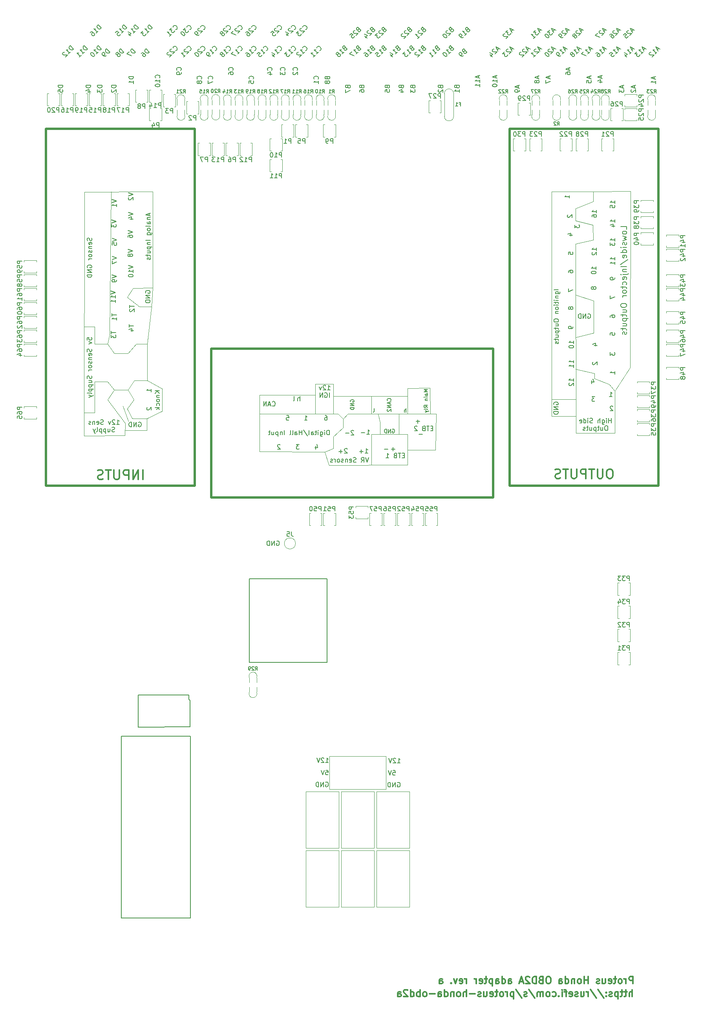
<source format=gbo>
G04 #@! TF.GenerationSoftware,KiCad,Pcbnew,7.0.10-7.0.10~ubuntu22.04.1*
G04 #@! TF.CreationDate,2024-01-12T05:28:44+00:00*
G04 #@! TF.ProjectId,proteusOBD2Ahonda,70726f74-6575-4734-9f42-443241686f6e,a*
G04 #@! TF.SameCoordinates,PX3473bc0PY108ee440*
G04 #@! TF.FileFunction,Legend,Bot*
G04 #@! TF.FilePolarity,Positive*
%FSLAX46Y46*%
G04 Gerber Fmt 4.6, Leading zero omitted, Abs format (unit mm)*
G04 Created by KiCad (PCBNEW 7.0.10-7.0.10~ubuntu22.04.1) date 2024-01-12 05:28:44*
%MOMM*%
%LPD*%
G01*
G04 APERTURE LIST*
%ADD10C,0.150000*%
%ADD11C,0.300000*%
%ADD12C,0.127000*%
%ADD13C,0.152400*%
%ADD14C,0.200000*%
%ADD15C,0.139700*%
%ADD16C,0.120000*%
%ADD17C,0.099060*%
%ADD18C,0.500000*%
G04 APERTURE END LIST*
D10*
X71693029Y51297562D02*
X71788267Y51345181D01*
X71788267Y51345181D02*
X71931124Y51345181D01*
X71931124Y51345181D02*
X72073981Y51297562D01*
X72073981Y51297562D02*
X72169219Y51202324D01*
X72169219Y51202324D02*
X72216838Y51107086D01*
X72216838Y51107086D02*
X72264457Y50916610D01*
X72264457Y50916610D02*
X72264457Y50773753D01*
X72264457Y50773753D02*
X72216838Y50583277D01*
X72216838Y50583277D02*
X72169219Y50488039D01*
X72169219Y50488039D02*
X72073981Y50392800D01*
X72073981Y50392800D02*
X71931124Y50345181D01*
X71931124Y50345181D02*
X71835886Y50345181D01*
X71835886Y50345181D02*
X71693029Y50392800D01*
X71693029Y50392800D02*
X71645410Y50440420D01*
X71645410Y50440420D02*
X71645410Y50773753D01*
X71645410Y50773753D02*
X71835886Y50773753D01*
X71216838Y50345181D02*
X71216838Y51345181D01*
X71216838Y51345181D02*
X70645410Y50345181D01*
X70645410Y50345181D02*
X70645410Y51345181D01*
X70169219Y50345181D02*
X70169219Y51345181D01*
X70169219Y51345181D02*
X69931124Y51345181D01*
X69931124Y51345181D02*
X69788267Y51297562D01*
X69788267Y51297562D02*
X69693029Y51202324D01*
X69693029Y51202324D02*
X69645410Y51107086D01*
X69645410Y51107086D02*
X69597791Y50916610D01*
X69597791Y50916610D02*
X69597791Y50773753D01*
X69597791Y50773753D02*
X69645410Y50583277D01*
X69645410Y50583277D02*
X69693029Y50488039D01*
X69693029Y50488039D02*
X69788267Y50392800D01*
X69788267Y50392800D02*
X69931124Y50345181D01*
X69931124Y50345181D02*
X70169219Y50345181D01*
X87193029Y55485181D02*
X87764457Y55485181D01*
X87478743Y55485181D02*
X87478743Y56485181D01*
X87478743Y56485181D02*
X87573981Y56342324D01*
X87573981Y56342324D02*
X87669219Y56247086D01*
X87669219Y56247086D02*
X87764457Y56199467D01*
X86812076Y56389943D02*
X86764457Y56437562D01*
X86764457Y56437562D02*
X86669219Y56485181D01*
X86669219Y56485181D02*
X86431124Y56485181D01*
X86431124Y56485181D02*
X86335886Y56437562D01*
X86335886Y56437562D02*
X86288267Y56389943D01*
X86288267Y56389943D02*
X86240648Y56294705D01*
X86240648Y56294705D02*
X86240648Y56199467D01*
X86240648Y56199467D02*
X86288267Y56056610D01*
X86288267Y56056610D02*
X86859695Y55485181D01*
X86859695Y55485181D02*
X86240648Y55485181D01*
X85954933Y56485181D02*
X85621600Y55485181D01*
X85621600Y55485181D02*
X85288267Y56485181D01*
X87193029Y51237562D02*
X87288267Y51285181D01*
X87288267Y51285181D02*
X87431124Y51285181D01*
X87431124Y51285181D02*
X87573981Y51237562D01*
X87573981Y51237562D02*
X87669219Y51142324D01*
X87669219Y51142324D02*
X87716838Y51047086D01*
X87716838Y51047086D02*
X87764457Y50856610D01*
X87764457Y50856610D02*
X87764457Y50713753D01*
X87764457Y50713753D02*
X87716838Y50523277D01*
X87716838Y50523277D02*
X87669219Y50428039D01*
X87669219Y50428039D02*
X87573981Y50332800D01*
X87573981Y50332800D02*
X87431124Y50285181D01*
X87431124Y50285181D02*
X87335886Y50285181D01*
X87335886Y50285181D02*
X87193029Y50332800D01*
X87193029Y50332800D02*
X87145410Y50380420D01*
X87145410Y50380420D02*
X87145410Y50713753D01*
X87145410Y50713753D02*
X87335886Y50713753D01*
X86716838Y50285181D02*
X86716838Y51285181D01*
X86716838Y51285181D02*
X86145410Y50285181D01*
X86145410Y50285181D02*
X86145410Y51285181D01*
X85669219Y50285181D02*
X85669219Y51285181D01*
X85669219Y51285181D02*
X85431124Y51285181D01*
X85431124Y51285181D02*
X85288267Y51237562D01*
X85288267Y51237562D02*
X85193029Y51142324D01*
X85193029Y51142324D02*
X85145410Y51047086D01*
X85145410Y51047086D02*
X85097791Y50856610D01*
X85097791Y50856610D02*
X85097791Y50713753D01*
X85097791Y50713753D02*
X85145410Y50523277D01*
X85145410Y50523277D02*
X85193029Y50428039D01*
X85193029Y50428039D02*
X85288267Y50332800D01*
X85288267Y50332800D02*
X85431124Y50285181D01*
X85431124Y50285181D02*
X85669219Y50285181D01*
X61139411Y103297562D02*
X61234649Y103345181D01*
X61234649Y103345181D02*
X61377506Y103345181D01*
X61377506Y103345181D02*
X61520363Y103297562D01*
X61520363Y103297562D02*
X61615601Y103202324D01*
X61615601Y103202324D02*
X61663220Y103107086D01*
X61663220Y103107086D02*
X61710839Y102916610D01*
X61710839Y102916610D02*
X61710839Y102773753D01*
X61710839Y102773753D02*
X61663220Y102583277D01*
X61663220Y102583277D02*
X61615601Y102488039D01*
X61615601Y102488039D02*
X61520363Y102392800D01*
X61520363Y102392800D02*
X61377506Y102345181D01*
X61377506Y102345181D02*
X61282268Y102345181D01*
X61282268Y102345181D02*
X61139411Y102392800D01*
X61139411Y102392800D02*
X61091792Y102440420D01*
X61091792Y102440420D02*
X61091792Y102773753D01*
X61091792Y102773753D02*
X61282268Y102773753D01*
X60663220Y102345181D02*
X60663220Y103345181D01*
X60663220Y103345181D02*
X60091792Y102345181D01*
X60091792Y102345181D02*
X60091792Y103345181D01*
X59615601Y102345181D02*
X59615601Y103345181D01*
X59615601Y103345181D02*
X59377506Y103345181D01*
X59377506Y103345181D02*
X59234649Y103297562D01*
X59234649Y103297562D02*
X59139411Y103202324D01*
X59139411Y103202324D02*
X59091792Y103107086D01*
X59091792Y103107086D02*
X59044173Y102916610D01*
X59044173Y102916610D02*
X59044173Y102773753D01*
X59044173Y102773753D02*
X59091792Y102583277D01*
X59091792Y102583277D02*
X59139411Y102488039D01*
X59139411Y102488039D02*
X59234649Y102392800D01*
X59234649Y102392800D02*
X59377506Y102345181D01*
X59377506Y102345181D02*
X59615601Y102345181D01*
D11*
X137825716Y5081672D02*
X137825716Y6581672D01*
X137182859Y5081672D02*
X137182859Y5867386D01*
X137182859Y5867386D02*
X137254287Y6010243D01*
X137254287Y6010243D02*
X137397144Y6081672D01*
X137397144Y6081672D02*
X137611430Y6081672D01*
X137611430Y6081672D02*
X137754287Y6010243D01*
X137754287Y6010243D02*
X137825716Y5938815D01*
X136682858Y6081672D02*
X136111430Y6081672D01*
X136468573Y6581672D02*
X136468573Y5295958D01*
X136468573Y5295958D02*
X136397144Y5153100D01*
X136397144Y5153100D02*
X136254287Y5081672D01*
X136254287Y5081672D02*
X136111430Y5081672D01*
X135825715Y6081672D02*
X135254287Y6081672D01*
X135611430Y6581672D02*
X135611430Y5295958D01*
X135611430Y5295958D02*
X135540001Y5153100D01*
X135540001Y5153100D02*
X135397144Y5081672D01*
X135397144Y5081672D02*
X135254287Y5081672D01*
X134754287Y6081672D02*
X134754287Y4581672D01*
X134754287Y6010243D02*
X134611430Y6081672D01*
X134611430Y6081672D02*
X134325715Y6081672D01*
X134325715Y6081672D02*
X134182858Y6010243D01*
X134182858Y6010243D02*
X134111430Y5938815D01*
X134111430Y5938815D02*
X134040001Y5795958D01*
X134040001Y5795958D02*
X134040001Y5367386D01*
X134040001Y5367386D02*
X134111430Y5224529D01*
X134111430Y5224529D02*
X134182858Y5153100D01*
X134182858Y5153100D02*
X134325715Y5081672D01*
X134325715Y5081672D02*
X134611430Y5081672D01*
X134611430Y5081672D02*
X134754287Y5153100D01*
X133468572Y5153100D02*
X133325715Y5081672D01*
X133325715Y5081672D02*
X133040001Y5081672D01*
X133040001Y5081672D02*
X132897144Y5153100D01*
X132897144Y5153100D02*
X132825715Y5295958D01*
X132825715Y5295958D02*
X132825715Y5367386D01*
X132825715Y5367386D02*
X132897144Y5510243D01*
X132897144Y5510243D02*
X133040001Y5581672D01*
X133040001Y5581672D02*
X133254287Y5581672D01*
X133254287Y5581672D02*
X133397144Y5653100D01*
X133397144Y5653100D02*
X133468572Y5795958D01*
X133468572Y5795958D02*
X133468572Y5867386D01*
X133468572Y5867386D02*
X133397144Y6010243D01*
X133397144Y6010243D02*
X133254287Y6081672D01*
X133254287Y6081672D02*
X133040001Y6081672D01*
X133040001Y6081672D02*
X132897144Y6010243D01*
X132182858Y5224529D02*
X132111429Y5153100D01*
X132111429Y5153100D02*
X132182858Y5081672D01*
X132182858Y5081672D02*
X132254286Y5153100D01*
X132254286Y5153100D02*
X132182858Y5224529D01*
X132182858Y5224529D02*
X132182858Y5081672D01*
X132182858Y6010243D02*
X132111429Y5938815D01*
X132111429Y5938815D02*
X132182858Y5867386D01*
X132182858Y5867386D02*
X132254286Y5938815D01*
X132254286Y5938815D02*
X132182858Y6010243D01*
X132182858Y6010243D02*
X132182858Y5867386D01*
X130397143Y6653100D02*
X131682857Y4724529D01*
X128825714Y6653100D02*
X130111428Y4724529D01*
X128325714Y5081672D02*
X128325714Y6081672D01*
X128325714Y5795958D02*
X128254285Y5938815D01*
X128254285Y5938815D02*
X128182857Y6010243D01*
X128182857Y6010243D02*
X128039999Y6081672D01*
X128039999Y6081672D02*
X127897142Y6081672D01*
X126754286Y6081672D02*
X126754286Y5081672D01*
X127397143Y6081672D02*
X127397143Y5295958D01*
X127397143Y5295958D02*
X127325714Y5153100D01*
X127325714Y5153100D02*
X127182857Y5081672D01*
X127182857Y5081672D02*
X126968571Y5081672D01*
X126968571Y5081672D02*
X126825714Y5153100D01*
X126825714Y5153100D02*
X126754286Y5224529D01*
X126111428Y5153100D02*
X125968571Y5081672D01*
X125968571Y5081672D02*
X125682857Y5081672D01*
X125682857Y5081672D02*
X125540000Y5153100D01*
X125540000Y5153100D02*
X125468571Y5295958D01*
X125468571Y5295958D02*
X125468571Y5367386D01*
X125468571Y5367386D02*
X125540000Y5510243D01*
X125540000Y5510243D02*
X125682857Y5581672D01*
X125682857Y5581672D02*
X125897143Y5581672D01*
X125897143Y5581672D02*
X126040000Y5653100D01*
X126040000Y5653100D02*
X126111428Y5795958D01*
X126111428Y5795958D02*
X126111428Y5867386D01*
X126111428Y5867386D02*
X126040000Y6010243D01*
X126040000Y6010243D02*
X125897143Y6081672D01*
X125897143Y6081672D02*
X125682857Y6081672D01*
X125682857Y6081672D02*
X125540000Y6010243D01*
X124254285Y5153100D02*
X124397142Y5081672D01*
X124397142Y5081672D02*
X124682857Y5081672D01*
X124682857Y5081672D02*
X124825714Y5153100D01*
X124825714Y5153100D02*
X124897142Y5295958D01*
X124897142Y5295958D02*
X124897142Y5867386D01*
X124897142Y5867386D02*
X124825714Y6010243D01*
X124825714Y6010243D02*
X124682857Y6081672D01*
X124682857Y6081672D02*
X124397142Y6081672D01*
X124397142Y6081672D02*
X124254285Y6010243D01*
X124254285Y6010243D02*
X124182857Y5867386D01*
X124182857Y5867386D02*
X124182857Y5724529D01*
X124182857Y5724529D02*
X124897142Y5581672D01*
X123754285Y6081672D02*
X123182857Y6081672D01*
X123540000Y5081672D02*
X123540000Y6367386D01*
X123540000Y6367386D02*
X123468571Y6510243D01*
X123468571Y6510243D02*
X123325714Y6581672D01*
X123325714Y6581672D02*
X123182857Y6581672D01*
X122682857Y5081672D02*
X122682857Y6081672D01*
X122682857Y6581672D02*
X122754285Y6510243D01*
X122754285Y6510243D02*
X122682857Y6438815D01*
X122682857Y6438815D02*
X122611428Y6510243D01*
X122611428Y6510243D02*
X122682857Y6581672D01*
X122682857Y6581672D02*
X122682857Y6438815D01*
X121968571Y5224529D02*
X121897142Y5153100D01*
X121897142Y5153100D02*
X121968571Y5081672D01*
X121968571Y5081672D02*
X122039999Y5153100D01*
X122039999Y5153100D02*
X121968571Y5224529D01*
X121968571Y5224529D02*
X121968571Y5081672D01*
X120611428Y5153100D02*
X120754285Y5081672D01*
X120754285Y5081672D02*
X121039999Y5081672D01*
X121039999Y5081672D02*
X121182856Y5153100D01*
X121182856Y5153100D02*
X121254285Y5224529D01*
X121254285Y5224529D02*
X121325713Y5367386D01*
X121325713Y5367386D02*
X121325713Y5795958D01*
X121325713Y5795958D02*
X121254285Y5938815D01*
X121254285Y5938815D02*
X121182856Y6010243D01*
X121182856Y6010243D02*
X121039999Y6081672D01*
X121039999Y6081672D02*
X120754285Y6081672D01*
X120754285Y6081672D02*
X120611428Y6010243D01*
X119754285Y5081672D02*
X119897142Y5153100D01*
X119897142Y5153100D02*
X119968571Y5224529D01*
X119968571Y5224529D02*
X120039999Y5367386D01*
X120039999Y5367386D02*
X120039999Y5795958D01*
X120039999Y5795958D02*
X119968571Y5938815D01*
X119968571Y5938815D02*
X119897142Y6010243D01*
X119897142Y6010243D02*
X119754285Y6081672D01*
X119754285Y6081672D02*
X119539999Y6081672D01*
X119539999Y6081672D02*
X119397142Y6010243D01*
X119397142Y6010243D02*
X119325714Y5938815D01*
X119325714Y5938815D02*
X119254285Y5795958D01*
X119254285Y5795958D02*
X119254285Y5367386D01*
X119254285Y5367386D02*
X119325714Y5224529D01*
X119325714Y5224529D02*
X119397142Y5153100D01*
X119397142Y5153100D02*
X119539999Y5081672D01*
X119539999Y5081672D02*
X119754285Y5081672D01*
X118611428Y5081672D02*
X118611428Y6081672D01*
X118611428Y5938815D02*
X118539999Y6010243D01*
X118539999Y6010243D02*
X118397142Y6081672D01*
X118397142Y6081672D02*
X118182856Y6081672D01*
X118182856Y6081672D02*
X118039999Y6010243D01*
X118039999Y6010243D02*
X117968571Y5867386D01*
X117968571Y5867386D02*
X117968571Y5081672D01*
X117968571Y5867386D02*
X117897142Y6010243D01*
X117897142Y6010243D02*
X117754285Y6081672D01*
X117754285Y6081672D02*
X117539999Y6081672D01*
X117539999Y6081672D02*
X117397142Y6010243D01*
X117397142Y6010243D02*
X117325713Y5867386D01*
X117325713Y5867386D02*
X117325713Y5081672D01*
X115539999Y6653100D02*
X116825713Y4724529D01*
X115111427Y5153100D02*
X114968570Y5081672D01*
X114968570Y5081672D02*
X114682856Y5081672D01*
X114682856Y5081672D02*
X114539999Y5153100D01*
X114539999Y5153100D02*
X114468570Y5295958D01*
X114468570Y5295958D02*
X114468570Y5367386D01*
X114468570Y5367386D02*
X114539999Y5510243D01*
X114539999Y5510243D02*
X114682856Y5581672D01*
X114682856Y5581672D02*
X114897142Y5581672D01*
X114897142Y5581672D02*
X115039999Y5653100D01*
X115039999Y5653100D02*
X115111427Y5795958D01*
X115111427Y5795958D02*
X115111427Y5867386D01*
X115111427Y5867386D02*
X115039999Y6010243D01*
X115039999Y6010243D02*
X114897142Y6081672D01*
X114897142Y6081672D02*
X114682856Y6081672D01*
X114682856Y6081672D02*
X114539999Y6010243D01*
X112754284Y6653100D02*
X114039998Y4724529D01*
X112254284Y6081672D02*
X112254284Y4581672D01*
X112254284Y6010243D02*
X112111427Y6081672D01*
X112111427Y6081672D02*
X111825712Y6081672D01*
X111825712Y6081672D02*
X111682855Y6010243D01*
X111682855Y6010243D02*
X111611427Y5938815D01*
X111611427Y5938815D02*
X111539998Y5795958D01*
X111539998Y5795958D02*
X111539998Y5367386D01*
X111539998Y5367386D02*
X111611427Y5224529D01*
X111611427Y5224529D02*
X111682855Y5153100D01*
X111682855Y5153100D02*
X111825712Y5081672D01*
X111825712Y5081672D02*
X112111427Y5081672D01*
X112111427Y5081672D02*
X112254284Y5153100D01*
X110897141Y5081672D02*
X110897141Y6081672D01*
X110897141Y5795958D02*
X110825712Y5938815D01*
X110825712Y5938815D02*
X110754284Y6010243D01*
X110754284Y6010243D02*
X110611426Y6081672D01*
X110611426Y6081672D02*
X110468569Y6081672D01*
X109754284Y5081672D02*
X109897141Y5153100D01*
X109897141Y5153100D02*
X109968570Y5224529D01*
X109968570Y5224529D02*
X110039998Y5367386D01*
X110039998Y5367386D02*
X110039998Y5795958D01*
X110039998Y5795958D02*
X109968570Y5938815D01*
X109968570Y5938815D02*
X109897141Y6010243D01*
X109897141Y6010243D02*
X109754284Y6081672D01*
X109754284Y6081672D02*
X109539998Y6081672D01*
X109539998Y6081672D02*
X109397141Y6010243D01*
X109397141Y6010243D02*
X109325713Y5938815D01*
X109325713Y5938815D02*
X109254284Y5795958D01*
X109254284Y5795958D02*
X109254284Y5367386D01*
X109254284Y5367386D02*
X109325713Y5224529D01*
X109325713Y5224529D02*
X109397141Y5153100D01*
X109397141Y5153100D02*
X109539998Y5081672D01*
X109539998Y5081672D02*
X109754284Y5081672D01*
X108825712Y6081672D02*
X108254284Y6081672D01*
X108611427Y6581672D02*
X108611427Y5295958D01*
X108611427Y5295958D02*
X108539998Y5153100D01*
X108539998Y5153100D02*
X108397141Y5081672D01*
X108397141Y5081672D02*
X108254284Y5081672D01*
X107182855Y5153100D02*
X107325712Y5081672D01*
X107325712Y5081672D02*
X107611427Y5081672D01*
X107611427Y5081672D02*
X107754284Y5153100D01*
X107754284Y5153100D02*
X107825712Y5295958D01*
X107825712Y5295958D02*
X107825712Y5867386D01*
X107825712Y5867386D02*
X107754284Y6010243D01*
X107754284Y6010243D02*
X107611427Y6081672D01*
X107611427Y6081672D02*
X107325712Y6081672D01*
X107325712Y6081672D02*
X107182855Y6010243D01*
X107182855Y6010243D02*
X107111427Y5867386D01*
X107111427Y5867386D02*
X107111427Y5724529D01*
X107111427Y5724529D02*
X107825712Y5581672D01*
X105825713Y6081672D02*
X105825713Y5081672D01*
X106468570Y6081672D02*
X106468570Y5295958D01*
X106468570Y5295958D02*
X106397141Y5153100D01*
X106397141Y5153100D02*
X106254284Y5081672D01*
X106254284Y5081672D02*
X106039998Y5081672D01*
X106039998Y5081672D02*
X105897141Y5153100D01*
X105897141Y5153100D02*
X105825713Y5224529D01*
X105182855Y5153100D02*
X105039998Y5081672D01*
X105039998Y5081672D02*
X104754284Y5081672D01*
X104754284Y5081672D02*
X104611427Y5153100D01*
X104611427Y5153100D02*
X104539998Y5295958D01*
X104539998Y5295958D02*
X104539998Y5367386D01*
X104539998Y5367386D02*
X104611427Y5510243D01*
X104611427Y5510243D02*
X104754284Y5581672D01*
X104754284Y5581672D02*
X104968570Y5581672D01*
X104968570Y5581672D02*
X105111427Y5653100D01*
X105111427Y5653100D02*
X105182855Y5795958D01*
X105182855Y5795958D02*
X105182855Y5867386D01*
X105182855Y5867386D02*
X105111427Y6010243D01*
X105111427Y6010243D02*
X104968570Y6081672D01*
X104968570Y6081672D02*
X104754284Y6081672D01*
X104754284Y6081672D02*
X104611427Y6010243D01*
X103897141Y5653100D02*
X102754284Y5653100D01*
X102039998Y5081672D02*
X102039998Y6581672D01*
X101397141Y5081672D02*
X101397141Y5867386D01*
X101397141Y5867386D02*
X101468569Y6010243D01*
X101468569Y6010243D02*
X101611426Y6081672D01*
X101611426Y6081672D02*
X101825712Y6081672D01*
X101825712Y6081672D02*
X101968569Y6010243D01*
X101968569Y6010243D02*
X102039998Y5938815D01*
X100468569Y5081672D02*
X100611426Y5153100D01*
X100611426Y5153100D02*
X100682855Y5224529D01*
X100682855Y5224529D02*
X100754283Y5367386D01*
X100754283Y5367386D02*
X100754283Y5795958D01*
X100754283Y5795958D02*
X100682855Y5938815D01*
X100682855Y5938815D02*
X100611426Y6010243D01*
X100611426Y6010243D02*
X100468569Y6081672D01*
X100468569Y6081672D02*
X100254283Y6081672D01*
X100254283Y6081672D02*
X100111426Y6010243D01*
X100111426Y6010243D02*
X100039998Y5938815D01*
X100039998Y5938815D02*
X99968569Y5795958D01*
X99968569Y5795958D02*
X99968569Y5367386D01*
X99968569Y5367386D02*
X100039998Y5224529D01*
X100039998Y5224529D02*
X100111426Y5153100D01*
X100111426Y5153100D02*
X100254283Y5081672D01*
X100254283Y5081672D02*
X100468569Y5081672D01*
X99325712Y6081672D02*
X99325712Y5081672D01*
X99325712Y5938815D02*
X99254283Y6010243D01*
X99254283Y6010243D02*
X99111426Y6081672D01*
X99111426Y6081672D02*
X98897140Y6081672D01*
X98897140Y6081672D02*
X98754283Y6010243D01*
X98754283Y6010243D02*
X98682855Y5867386D01*
X98682855Y5867386D02*
X98682855Y5081672D01*
X97325712Y5081672D02*
X97325712Y6581672D01*
X97325712Y5153100D02*
X97468569Y5081672D01*
X97468569Y5081672D02*
X97754283Y5081672D01*
X97754283Y5081672D02*
X97897140Y5153100D01*
X97897140Y5153100D02*
X97968569Y5224529D01*
X97968569Y5224529D02*
X98039997Y5367386D01*
X98039997Y5367386D02*
X98039997Y5795958D01*
X98039997Y5795958D02*
X97968569Y5938815D01*
X97968569Y5938815D02*
X97897140Y6010243D01*
X97897140Y6010243D02*
X97754283Y6081672D01*
X97754283Y6081672D02*
X97468569Y6081672D01*
X97468569Y6081672D02*
X97325712Y6010243D01*
X95968569Y5081672D02*
X95968569Y5867386D01*
X95968569Y5867386D02*
X96039997Y6010243D01*
X96039997Y6010243D02*
X96182854Y6081672D01*
X96182854Y6081672D02*
X96468569Y6081672D01*
X96468569Y6081672D02*
X96611426Y6010243D01*
X95968569Y5153100D02*
X96111426Y5081672D01*
X96111426Y5081672D02*
X96468569Y5081672D01*
X96468569Y5081672D02*
X96611426Y5153100D01*
X96611426Y5153100D02*
X96682854Y5295958D01*
X96682854Y5295958D02*
X96682854Y5438815D01*
X96682854Y5438815D02*
X96611426Y5581672D01*
X96611426Y5581672D02*
X96468569Y5653100D01*
X96468569Y5653100D02*
X96111426Y5653100D01*
X96111426Y5653100D02*
X95968569Y5724529D01*
X95254283Y5653100D02*
X94111426Y5653100D01*
X93182854Y5081672D02*
X93325711Y5153100D01*
X93325711Y5153100D02*
X93397140Y5224529D01*
X93397140Y5224529D02*
X93468568Y5367386D01*
X93468568Y5367386D02*
X93468568Y5795958D01*
X93468568Y5795958D02*
X93397140Y5938815D01*
X93397140Y5938815D02*
X93325711Y6010243D01*
X93325711Y6010243D02*
X93182854Y6081672D01*
X93182854Y6081672D02*
X92968568Y6081672D01*
X92968568Y6081672D02*
X92825711Y6010243D01*
X92825711Y6010243D02*
X92754283Y5938815D01*
X92754283Y5938815D02*
X92682854Y5795958D01*
X92682854Y5795958D02*
X92682854Y5367386D01*
X92682854Y5367386D02*
X92754283Y5224529D01*
X92754283Y5224529D02*
X92825711Y5153100D01*
X92825711Y5153100D02*
X92968568Y5081672D01*
X92968568Y5081672D02*
X93182854Y5081672D01*
X92039997Y5081672D02*
X92039997Y6581672D01*
X92039997Y6010243D02*
X91897140Y6081672D01*
X91897140Y6081672D02*
X91611425Y6081672D01*
X91611425Y6081672D02*
X91468568Y6010243D01*
X91468568Y6010243D02*
X91397140Y5938815D01*
X91397140Y5938815D02*
X91325711Y5795958D01*
X91325711Y5795958D02*
X91325711Y5367386D01*
X91325711Y5367386D02*
X91397140Y5224529D01*
X91397140Y5224529D02*
X91468568Y5153100D01*
X91468568Y5153100D02*
X91611425Y5081672D01*
X91611425Y5081672D02*
X91897140Y5081672D01*
X91897140Y5081672D02*
X92039997Y5153100D01*
X90039997Y5081672D02*
X90039997Y6581672D01*
X90039997Y5153100D02*
X90182854Y5081672D01*
X90182854Y5081672D02*
X90468568Y5081672D01*
X90468568Y5081672D02*
X90611425Y5153100D01*
X90611425Y5153100D02*
X90682854Y5224529D01*
X90682854Y5224529D02*
X90754282Y5367386D01*
X90754282Y5367386D02*
X90754282Y5795958D01*
X90754282Y5795958D02*
X90682854Y5938815D01*
X90682854Y5938815D02*
X90611425Y6010243D01*
X90611425Y6010243D02*
X90468568Y6081672D01*
X90468568Y6081672D02*
X90182854Y6081672D01*
X90182854Y6081672D02*
X90039997Y6010243D01*
X89397139Y6438815D02*
X89325711Y6510243D01*
X89325711Y6510243D02*
X89182854Y6581672D01*
X89182854Y6581672D02*
X88825711Y6581672D01*
X88825711Y6581672D02*
X88682854Y6510243D01*
X88682854Y6510243D02*
X88611425Y6438815D01*
X88611425Y6438815D02*
X88539996Y6295958D01*
X88539996Y6295958D02*
X88539996Y6153100D01*
X88539996Y6153100D02*
X88611425Y5938815D01*
X88611425Y5938815D02*
X89468568Y5081672D01*
X89468568Y5081672D02*
X88539996Y5081672D01*
X87254283Y5081672D02*
X87254283Y5867386D01*
X87254283Y5867386D02*
X87325711Y6010243D01*
X87325711Y6010243D02*
X87468568Y6081672D01*
X87468568Y6081672D02*
X87754283Y6081672D01*
X87754283Y6081672D02*
X87897140Y6010243D01*
X87254283Y5153100D02*
X87397140Y5081672D01*
X87397140Y5081672D02*
X87754283Y5081672D01*
X87754283Y5081672D02*
X87897140Y5153100D01*
X87897140Y5153100D02*
X87968568Y5295958D01*
X87968568Y5295958D02*
X87968568Y5438815D01*
X87968568Y5438815D02*
X87897140Y5581672D01*
X87897140Y5581672D02*
X87754283Y5653100D01*
X87754283Y5653100D02*
X87397140Y5653100D01*
X87397140Y5653100D02*
X87254283Y5724529D01*
X137957142Y7881672D02*
X137957142Y9381672D01*
X137957142Y9381672D02*
X137385713Y9381672D01*
X137385713Y9381672D02*
X137242856Y9310243D01*
X137242856Y9310243D02*
X137171427Y9238815D01*
X137171427Y9238815D02*
X137099999Y9095958D01*
X137099999Y9095958D02*
X137099999Y8881672D01*
X137099999Y8881672D02*
X137171427Y8738815D01*
X137171427Y8738815D02*
X137242856Y8667386D01*
X137242856Y8667386D02*
X137385713Y8595958D01*
X137385713Y8595958D02*
X137957142Y8595958D01*
X136457142Y7881672D02*
X136457142Y8881672D01*
X136457142Y8595958D02*
X136385713Y8738815D01*
X136385713Y8738815D02*
X136314285Y8810243D01*
X136314285Y8810243D02*
X136171427Y8881672D01*
X136171427Y8881672D02*
X136028570Y8881672D01*
X135314285Y7881672D02*
X135457142Y7953100D01*
X135457142Y7953100D02*
X135528571Y8024529D01*
X135528571Y8024529D02*
X135599999Y8167386D01*
X135599999Y8167386D02*
X135599999Y8595958D01*
X135599999Y8595958D02*
X135528571Y8738815D01*
X135528571Y8738815D02*
X135457142Y8810243D01*
X135457142Y8810243D02*
X135314285Y8881672D01*
X135314285Y8881672D02*
X135099999Y8881672D01*
X135099999Y8881672D02*
X134957142Y8810243D01*
X134957142Y8810243D02*
X134885714Y8738815D01*
X134885714Y8738815D02*
X134814285Y8595958D01*
X134814285Y8595958D02*
X134814285Y8167386D01*
X134814285Y8167386D02*
X134885714Y8024529D01*
X134885714Y8024529D02*
X134957142Y7953100D01*
X134957142Y7953100D02*
X135099999Y7881672D01*
X135099999Y7881672D02*
X135314285Y7881672D01*
X134385713Y8881672D02*
X133814285Y8881672D01*
X134171428Y9381672D02*
X134171428Y8095958D01*
X134171428Y8095958D02*
X134099999Y7953100D01*
X134099999Y7953100D02*
X133957142Y7881672D01*
X133957142Y7881672D02*
X133814285Y7881672D01*
X132742856Y7953100D02*
X132885713Y7881672D01*
X132885713Y7881672D02*
X133171428Y7881672D01*
X133171428Y7881672D02*
X133314285Y7953100D01*
X133314285Y7953100D02*
X133385713Y8095958D01*
X133385713Y8095958D02*
X133385713Y8667386D01*
X133385713Y8667386D02*
X133314285Y8810243D01*
X133314285Y8810243D02*
X133171428Y8881672D01*
X133171428Y8881672D02*
X132885713Y8881672D01*
X132885713Y8881672D02*
X132742856Y8810243D01*
X132742856Y8810243D02*
X132671428Y8667386D01*
X132671428Y8667386D02*
X132671428Y8524529D01*
X132671428Y8524529D02*
X133385713Y8381672D01*
X131385714Y8881672D02*
X131385714Y7881672D01*
X132028571Y8881672D02*
X132028571Y8095958D01*
X132028571Y8095958D02*
X131957142Y7953100D01*
X131957142Y7953100D02*
X131814285Y7881672D01*
X131814285Y7881672D02*
X131599999Y7881672D01*
X131599999Y7881672D02*
X131457142Y7953100D01*
X131457142Y7953100D02*
X131385714Y8024529D01*
X130742856Y7953100D02*
X130599999Y7881672D01*
X130599999Y7881672D02*
X130314285Y7881672D01*
X130314285Y7881672D02*
X130171428Y7953100D01*
X130171428Y7953100D02*
X130099999Y8095958D01*
X130099999Y8095958D02*
X130099999Y8167386D01*
X130099999Y8167386D02*
X130171428Y8310243D01*
X130171428Y8310243D02*
X130314285Y8381672D01*
X130314285Y8381672D02*
X130528571Y8381672D01*
X130528571Y8381672D02*
X130671428Y8453100D01*
X130671428Y8453100D02*
X130742856Y8595958D01*
X130742856Y8595958D02*
X130742856Y8667386D01*
X130742856Y8667386D02*
X130671428Y8810243D01*
X130671428Y8810243D02*
X130528571Y8881672D01*
X130528571Y8881672D02*
X130314285Y8881672D01*
X130314285Y8881672D02*
X130171428Y8810243D01*
X128314285Y7881672D02*
X128314285Y9381672D01*
X128314285Y8667386D02*
X127457142Y8667386D01*
X127457142Y7881672D02*
X127457142Y9381672D01*
X126528570Y7881672D02*
X126671427Y7953100D01*
X126671427Y7953100D02*
X126742856Y8024529D01*
X126742856Y8024529D02*
X126814284Y8167386D01*
X126814284Y8167386D02*
X126814284Y8595958D01*
X126814284Y8595958D02*
X126742856Y8738815D01*
X126742856Y8738815D02*
X126671427Y8810243D01*
X126671427Y8810243D02*
X126528570Y8881672D01*
X126528570Y8881672D02*
X126314284Y8881672D01*
X126314284Y8881672D02*
X126171427Y8810243D01*
X126171427Y8810243D02*
X126099999Y8738815D01*
X126099999Y8738815D02*
X126028570Y8595958D01*
X126028570Y8595958D02*
X126028570Y8167386D01*
X126028570Y8167386D02*
X126099999Y8024529D01*
X126099999Y8024529D02*
X126171427Y7953100D01*
X126171427Y7953100D02*
X126314284Y7881672D01*
X126314284Y7881672D02*
X126528570Y7881672D01*
X125385713Y8881672D02*
X125385713Y7881672D01*
X125385713Y8738815D02*
X125314284Y8810243D01*
X125314284Y8810243D02*
X125171427Y8881672D01*
X125171427Y8881672D02*
X124957141Y8881672D01*
X124957141Y8881672D02*
X124814284Y8810243D01*
X124814284Y8810243D02*
X124742856Y8667386D01*
X124742856Y8667386D02*
X124742856Y7881672D01*
X123385713Y7881672D02*
X123385713Y9381672D01*
X123385713Y7953100D02*
X123528570Y7881672D01*
X123528570Y7881672D02*
X123814284Y7881672D01*
X123814284Y7881672D02*
X123957141Y7953100D01*
X123957141Y7953100D02*
X124028570Y8024529D01*
X124028570Y8024529D02*
X124099998Y8167386D01*
X124099998Y8167386D02*
X124099998Y8595958D01*
X124099998Y8595958D02*
X124028570Y8738815D01*
X124028570Y8738815D02*
X123957141Y8810243D01*
X123957141Y8810243D02*
X123814284Y8881672D01*
X123814284Y8881672D02*
X123528570Y8881672D01*
X123528570Y8881672D02*
X123385713Y8810243D01*
X122028570Y7881672D02*
X122028570Y8667386D01*
X122028570Y8667386D02*
X122099998Y8810243D01*
X122099998Y8810243D02*
X122242855Y8881672D01*
X122242855Y8881672D02*
X122528570Y8881672D01*
X122528570Y8881672D02*
X122671427Y8810243D01*
X122028570Y7953100D02*
X122171427Y7881672D01*
X122171427Y7881672D02*
X122528570Y7881672D01*
X122528570Y7881672D02*
X122671427Y7953100D01*
X122671427Y7953100D02*
X122742855Y8095958D01*
X122742855Y8095958D02*
X122742855Y8238815D01*
X122742855Y8238815D02*
X122671427Y8381672D01*
X122671427Y8381672D02*
X122528570Y8453100D01*
X122528570Y8453100D02*
X122171427Y8453100D01*
X122171427Y8453100D02*
X122028570Y8524529D01*
X119885712Y9381672D02*
X119599998Y9381672D01*
X119599998Y9381672D02*
X119457141Y9310243D01*
X119457141Y9310243D02*
X119314284Y9167386D01*
X119314284Y9167386D02*
X119242855Y8881672D01*
X119242855Y8881672D02*
X119242855Y8381672D01*
X119242855Y8381672D02*
X119314284Y8095958D01*
X119314284Y8095958D02*
X119457141Y7953100D01*
X119457141Y7953100D02*
X119599998Y7881672D01*
X119599998Y7881672D02*
X119885712Y7881672D01*
X119885712Y7881672D02*
X120028570Y7953100D01*
X120028570Y7953100D02*
X120171427Y8095958D01*
X120171427Y8095958D02*
X120242855Y8381672D01*
X120242855Y8381672D02*
X120242855Y8881672D01*
X120242855Y8881672D02*
X120171427Y9167386D01*
X120171427Y9167386D02*
X120028570Y9310243D01*
X120028570Y9310243D02*
X119885712Y9381672D01*
X118099998Y8667386D02*
X117885712Y8595958D01*
X117885712Y8595958D02*
X117814283Y8524529D01*
X117814283Y8524529D02*
X117742855Y8381672D01*
X117742855Y8381672D02*
X117742855Y8167386D01*
X117742855Y8167386D02*
X117814283Y8024529D01*
X117814283Y8024529D02*
X117885712Y7953100D01*
X117885712Y7953100D02*
X118028569Y7881672D01*
X118028569Y7881672D02*
X118599998Y7881672D01*
X118599998Y7881672D02*
X118599998Y9381672D01*
X118599998Y9381672D02*
X118099998Y9381672D01*
X118099998Y9381672D02*
X117957141Y9310243D01*
X117957141Y9310243D02*
X117885712Y9238815D01*
X117885712Y9238815D02*
X117814283Y9095958D01*
X117814283Y9095958D02*
X117814283Y8953100D01*
X117814283Y8953100D02*
X117885712Y8810243D01*
X117885712Y8810243D02*
X117957141Y8738815D01*
X117957141Y8738815D02*
X118099998Y8667386D01*
X118099998Y8667386D02*
X118599998Y8667386D01*
X117099998Y7881672D02*
X117099998Y9381672D01*
X117099998Y9381672D02*
X116742855Y9381672D01*
X116742855Y9381672D02*
X116528569Y9310243D01*
X116528569Y9310243D02*
X116385712Y9167386D01*
X116385712Y9167386D02*
X116314283Y9024529D01*
X116314283Y9024529D02*
X116242855Y8738815D01*
X116242855Y8738815D02*
X116242855Y8524529D01*
X116242855Y8524529D02*
X116314283Y8238815D01*
X116314283Y8238815D02*
X116385712Y8095958D01*
X116385712Y8095958D02*
X116528569Y7953100D01*
X116528569Y7953100D02*
X116742855Y7881672D01*
X116742855Y7881672D02*
X117099998Y7881672D01*
X115671426Y9238815D02*
X115599998Y9310243D01*
X115599998Y9310243D02*
X115457141Y9381672D01*
X115457141Y9381672D02*
X115099998Y9381672D01*
X115099998Y9381672D02*
X114957141Y9310243D01*
X114957141Y9310243D02*
X114885712Y9238815D01*
X114885712Y9238815D02*
X114814283Y9095958D01*
X114814283Y9095958D02*
X114814283Y8953100D01*
X114814283Y8953100D02*
X114885712Y8738815D01*
X114885712Y8738815D02*
X115742855Y7881672D01*
X115742855Y7881672D02*
X114814283Y7881672D01*
X114242855Y8310243D02*
X113528570Y8310243D01*
X114385712Y7881672D02*
X113885712Y9381672D01*
X113885712Y9381672D02*
X113385712Y7881672D01*
X111099999Y7881672D02*
X111099999Y8667386D01*
X111099999Y8667386D02*
X111171427Y8810243D01*
X111171427Y8810243D02*
X111314284Y8881672D01*
X111314284Y8881672D02*
X111599999Y8881672D01*
X111599999Y8881672D02*
X111742856Y8810243D01*
X111099999Y7953100D02*
X111242856Y7881672D01*
X111242856Y7881672D02*
X111599999Y7881672D01*
X111599999Y7881672D02*
X111742856Y7953100D01*
X111742856Y7953100D02*
X111814284Y8095958D01*
X111814284Y8095958D02*
X111814284Y8238815D01*
X111814284Y8238815D02*
X111742856Y8381672D01*
X111742856Y8381672D02*
X111599999Y8453100D01*
X111599999Y8453100D02*
X111242856Y8453100D01*
X111242856Y8453100D02*
X111099999Y8524529D01*
X109742856Y7881672D02*
X109742856Y9381672D01*
X109742856Y7953100D02*
X109885713Y7881672D01*
X109885713Y7881672D02*
X110171427Y7881672D01*
X110171427Y7881672D02*
X110314284Y7953100D01*
X110314284Y7953100D02*
X110385713Y8024529D01*
X110385713Y8024529D02*
X110457141Y8167386D01*
X110457141Y8167386D02*
X110457141Y8595958D01*
X110457141Y8595958D02*
X110385713Y8738815D01*
X110385713Y8738815D02*
X110314284Y8810243D01*
X110314284Y8810243D02*
X110171427Y8881672D01*
X110171427Y8881672D02*
X109885713Y8881672D01*
X109885713Y8881672D02*
X109742856Y8810243D01*
X108385713Y7881672D02*
X108385713Y8667386D01*
X108385713Y8667386D02*
X108457141Y8810243D01*
X108457141Y8810243D02*
X108599998Y8881672D01*
X108599998Y8881672D02*
X108885713Y8881672D01*
X108885713Y8881672D02*
X109028570Y8810243D01*
X108385713Y7953100D02*
X108528570Y7881672D01*
X108528570Y7881672D02*
X108885713Y7881672D01*
X108885713Y7881672D02*
X109028570Y7953100D01*
X109028570Y7953100D02*
X109099998Y8095958D01*
X109099998Y8095958D02*
X109099998Y8238815D01*
X109099998Y8238815D02*
X109028570Y8381672D01*
X109028570Y8381672D02*
X108885713Y8453100D01*
X108885713Y8453100D02*
X108528570Y8453100D01*
X108528570Y8453100D02*
X108385713Y8524529D01*
X107671427Y8881672D02*
X107671427Y7381672D01*
X107671427Y8810243D02*
X107528570Y8881672D01*
X107528570Y8881672D02*
X107242855Y8881672D01*
X107242855Y8881672D02*
X107099998Y8810243D01*
X107099998Y8810243D02*
X107028570Y8738815D01*
X107028570Y8738815D02*
X106957141Y8595958D01*
X106957141Y8595958D02*
X106957141Y8167386D01*
X106957141Y8167386D02*
X107028570Y8024529D01*
X107028570Y8024529D02*
X107099998Y7953100D01*
X107099998Y7953100D02*
X107242855Y7881672D01*
X107242855Y7881672D02*
X107528570Y7881672D01*
X107528570Y7881672D02*
X107671427Y7953100D01*
X106528569Y8881672D02*
X105957141Y8881672D01*
X106314284Y9381672D02*
X106314284Y8095958D01*
X106314284Y8095958D02*
X106242855Y7953100D01*
X106242855Y7953100D02*
X106099998Y7881672D01*
X106099998Y7881672D02*
X105957141Y7881672D01*
X104885712Y7953100D02*
X105028569Y7881672D01*
X105028569Y7881672D02*
X105314284Y7881672D01*
X105314284Y7881672D02*
X105457141Y7953100D01*
X105457141Y7953100D02*
X105528569Y8095958D01*
X105528569Y8095958D02*
X105528569Y8667386D01*
X105528569Y8667386D02*
X105457141Y8810243D01*
X105457141Y8810243D02*
X105314284Y8881672D01*
X105314284Y8881672D02*
X105028569Y8881672D01*
X105028569Y8881672D02*
X104885712Y8810243D01*
X104885712Y8810243D02*
X104814284Y8667386D01*
X104814284Y8667386D02*
X104814284Y8524529D01*
X104814284Y8524529D02*
X105528569Y8381672D01*
X104171427Y7881672D02*
X104171427Y8881672D01*
X104171427Y8595958D02*
X104099998Y8738815D01*
X104099998Y8738815D02*
X104028570Y8810243D01*
X104028570Y8810243D02*
X103885712Y8881672D01*
X103885712Y8881672D02*
X103742855Y8881672D01*
X102099999Y7881672D02*
X102099999Y8881672D01*
X102099999Y8595958D02*
X102028570Y8738815D01*
X102028570Y8738815D02*
X101957142Y8810243D01*
X101957142Y8810243D02*
X101814284Y8881672D01*
X101814284Y8881672D02*
X101671427Y8881672D01*
X100599999Y7953100D02*
X100742856Y7881672D01*
X100742856Y7881672D02*
X101028571Y7881672D01*
X101028571Y7881672D02*
X101171428Y7953100D01*
X101171428Y7953100D02*
X101242856Y8095958D01*
X101242856Y8095958D02*
X101242856Y8667386D01*
X101242856Y8667386D02*
X101171428Y8810243D01*
X101171428Y8810243D02*
X101028571Y8881672D01*
X101028571Y8881672D02*
X100742856Y8881672D01*
X100742856Y8881672D02*
X100599999Y8810243D01*
X100599999Y8810243D02*
X100528571Y8667386D01*
X100528571Y8667386D02*
X100528571Y8524529D01*
X100528571Y8524529D02*
X101242856Y8381672D01*
X100028571Y8881672D02*
X99671428Y7881672D01*
X99671428Y7881672D02*
X99314285Y8881672D01*
X98742857Y8024529D02*
X98671428Y7953100D01*
X98671428Y7953100D02*
X98742857Y7881672D01*
X98742857Y7881672D02*
X98814285Y7953100D01*
X98814285Y7953100D02*
X98742857Y8024529D01*
X98742857Y8024529D02*
X98742857Y7881672D01*
X96242857Y7881672D02*
X96242857Y8667386D01*
X96242857Y8667386D02*
X96314285Y8810243D01*
X96314285Y8810243D02*
X96457142Y8881672D01*
X96457142Y8881672D02*
X96742857Y8881672D01*
X96742857Y8881672D02*
X96885714Y8810243D01*
X96242857Y7953100D02*
X96385714Y7881672D01*
X96385714Y7881672D02*
X96742857Y7881672D01*
X96742857Y7881672D02*
X96885714Y7953100D01*
X96885714Y7953100D02*
X96957142Y8095958D01*
X96957142Y8095958D02*
X96957142Y8238815D01*
X96957142Y8238815D02*
X96885714Y8381672D01*
X96885714Y8381672D02*
X96742857Y8453100D01*
X96742857Y8453100D02*
X96385714Y8453100D01*
X96385714Y8453100D02*
X96242857Y8524529D01*
D10*
X71711030Y53905181D02*
X72187220Y53905181D01*
X72187220Y53905181D02*
X72234839Y53428991D01*
X72234839Y53428991D02*
X72187220Y53476610D01*
X72187220Y53476610D02*
X72091982Y53524229D01*
X72091982Y53524229D02*
X71853887Y53524229D01*
X71853887Y53524229D02*
X71758649Y53476610D01*
X71758649Y53476610D02*
X71711030Y53428991D01*
X71711030Y53428991D02*
X71663411Y53333753D01*
X71663411Y53333753D02*
X71663411Y53095658D01*
X71663411Y53095658D02*
X71711030Y53000420D01*
X71711030Y53000420D02*
X71758649Y52952800D01*
X71758649Y52952800D02*
X71853887Y52905181D01*
X71853887Y52905181D02*
X72091982Y52905181D01*
X72091982Y52905181D02*
X72187220Y52952800D01*
X72187220Y52952800D02*
X72234839Y53000420D01*
X71377696Y53905181D02*
X71044363Y52905181D01*
X71044363Y52905181D02*
X70711030Y53905181D01*
X86187030Y53845181D02*
X86663220Y53845181D01*
X86663220Y53845181D02*
X86710839Y53368991D01*
X86710839Y53368991D02*
X86663220Y53416610D01*
X86663220Y53416610D02*
X86567982Y53464229D01*
X86567982Y53464229D02*
X86329887Y53464229D01*
X86329887Y53464229D02*
X86234649Y53416610D01*
X86234649Y53416610D02*
X86187030Y53368991D01*
X86187030Y53368991D02*
X86139411Y53273753D01*
X86139411Y53273753D02*
X86139411Y53035658D01*
X86139411Y53035658D02*
X86187030Y52940420D01*
X86187030Y52940420D02*
X86234649Y52892800D01*
X86234649Y52892800D02*
X86329887Y52845181D01*
X86329887Y52845181D02*
X86567982Y52845181D01*
X86567982Y52845181D02*
X86663220Y52892800D01*
X86663220Y52892800D02*
X86710839Y52940420D01*
X85853696Y53845181D02*
X85520363Y52845181D01*
X85520363Y52845181D02*
X85187030Y53845181D01*
X71693029Y55545181D02*
X72264457Y55545181D01*
X71978743Y55545181D02*
X71978743Y56545181D01*
X71978743Y56545181D02*
X72073981Y56402324D01*
X72073981Y56402324D02*
X72169219Y56307086D01*
X72169219Y56307086D02*
X72264457Y56259467D01*
X71312076Y56449943D02*
X71264457Y56497562D01*
X71264457Y56497562D02*
X71169219Y56545181D01*
X71169219Y56545181D02*
X70931124Y56545181D01*
X70931124Y56545181D02*
X70835886Y56497562D01*
X70835886Y56497562D02*
X70788267Y56449943D01*
X70788267Y56449943D02*
X70740648Y56354705D01*
X70740648Y56354705D02*
X70740648Y56259467D01*
X70740648Y56259467D02*
X70788267Y56116610D01*
X70788267Y56116610D02*
X71359695Y55545181D01*
X71359695Y55545181D02*
X70740648Y55545181D01*
X70454933Y56545181D02*
X70121600Y55545181D01*
X70121600Y55545181D02*
X69788267Y56545181D01*
X149204819Y145714286D02*
X148204819Y145714286D01*
X148204819Y145714286D02*
X148204819Y145333334D01*
X148204819Y145333334D02*
X148252438Y145238096D01*
X148252438Y145238096D02*
X148300057Y145190477D01*
X148300057Y145190477D02*
X148395295Y145142858D01*
X148395295Y145142858D02*
X148538152Y145142858D01*
X148538152Y145142858D02*
X148633390Y145190477D01*
X148633390Y145190477D02*
X148681009Y145238096D01*
X148681009Y145238096D02*
X148728628Y145333334D01*
X148728628Y145333334D02*
X148728628Y145714286D01*
X148538152Y144285715D02*
X149204819Y144285715D01*
X148157200Y144523810D02*
X148871485Y144761905D01*
X148871485Y144761905D02*
X148871485Y144142858D01*
X148204819Y143857143D02*
X148204819Y143190477D01*
X148204819Y143190477D02*
X149204819Y143619048D01*
X14214285Y195795181D02*
X14214285Y196795181D01*
X14214285Y196795181D02*
X13833333Y196795181D01*
X13833333Y196795181D02*
X13738095Y196747562D01*
X13738095Y196747562D02*
X13690476Y196699943D01*
X13690476Y196699943D02*
X13642857Y196604705D01*
X13642857Y196604705D02*
X13642857Y196461848D01*
X13642857Y196461848D02*
X13690476Y196366610D01*
X13690476Y196366610D02*
X13738095Y196318991D01*
X13738095Y196318991D02*
X13833333Y196271372D01*
X13833333Y196271372D02*
X14214285Y196271372D01*
X13261904Y196699943D02*
X13214285Y196747562D01*
X13214285Y196747562D02*
X13119047Y196795181D01*
X13119047Y196795181D02*
X12880952Y196795181D01*
X12880952Y196795181D02*
X12785714Y196747562D01*
X12785714Y196747562D02*
X12738095Y196699943D01*
X12738095Y196699943D02*
X12690476Y196604705D01*
X12690476Y196604705D02*
X12690476Y196509467D01*
X12690476Y196509467D02*
X12738095Y196366610D01*
X12738095Y196366610D02*
X13309523Y195795181D01*
X13309523Y195795181D02*
X12690476Y195795181D01*
X12071428Y196795181D02*
X11976190Y196795181D01*
X11976190Y196795181D02*
X11880952Y196747562D01*
X11880952Y196747562D02*
X11833333Y196699943D01*
X11833333Y196699943D02*
X11785714Y196604705D01*
X11785714Y196604705D02*
X11738095Y196414229D01*
X11738095Y196414229D02*
X11738095Y196176134D01*
X11738095Y196176134D02*
X11785714Y195985658D01*
X11785714Y195985658D02*
X11833333Y195890420D01*
X11833333Y195890420D02*
X11880952Y195842800D01*
X11880952Y195842800D02*
X11976190Y195795181D01*
X11976190Y195795181D02*
X12071428Y195795181D01*
X12071428Y195795181D02*
X12166666Y195842800D01*
X12166666Y195842800D02*
X12214285Y195890420D01*
X12214285Y195890420D02*
X12261904Y195985658D01*
X12261904Y195985658D02*
X12309523Y196176134D01*
X12309523Y196176134D02*
X12309523Y196414229D01*
X12309523Y196414229D02*
X12261904Y196604705D01*
X12261904Y196604705D02*
X12214285Y196699943D01*
X12214285Y196699943D02*
X12166666Y196747562D01*
X12166666Y196747562D02*
X12071428Y196795181D01*
X137214285Y94795181D02*
X137214285Y95795181D01*
X137214285Y95795181D02*
X136833333Y95795181D01*
X136833333Y95795181D02*
X136738095Y95747562D01*
X136738095Y95747562D02*
X136690476Y95699943D01*
X136690476Y95699943D02*
X136642857Y95604705D01*
X136642857Y95604705D02*
X136642857Y95461848D01*
X136642857Y95461848D02*
X136690476Y95366610D01*
X136690476Y95366610D02*
X136738095Y95318991D01*
X136738095Y95318991D02*
X136833333Y95271372D01*
X136833333Y95271372D02*
X137214285Y95271372D01*
X136309523Y95795181D02*
X135690476Y95795181D01*
X135690476Y95795181D02*
X136023809Y95414229D01*
X136023809Y95414229D02*
X135880952Y95414229D01*
X135880952Y95414229D02*
X135785714Y95366610D01*
X135785714Y95366610D02*
X135738095Y95318991D01*
X135738095Y95318991D02*
X135690476Y95223753D01*
X135690476Y95223753D02*
X135690476Y94985658D01*
X135690476Y94985658D02*
X135738095Y94890420D01*
X135738095Y94890420D02*
X135785714Y94842800D01*
X135785714Y94842800D02*
X135880952Y94795181D01*
X135880952Y94795181D02*
X136166666Y94795181D01*
X136166666Y94795181D02*
X136261904Y94842800D01*
X136261904Y94842800D02*
X136309523Y94890420D01*
X135357142Y95795181D02*
X134738095Y95795181D01*
X134738095Y95795181D02*
X135071428Y95414229D01*
X135071428Y95414229D02*
X134928571Y95414229D01*
X134928571Y95414229D02*
X134833333Y95366610D01*
X134833333Y95366610D02*
X134785714Y95318991D01*
X134785714Y95318991D02*
X134738095Y95223753D01*
X134738095Y95223753D02*
X134738095Y94985658D01*
X134738095Y94985658D02*
X134785714Y94890420D01*
X134785714Y94890420D02*
X134833333Y94842800D01*
X134833333Y94842800D02*
X134928571Y94795181D01*
X134928571Y94795181D02*
X135214285Y94795181D01*
X135214285Y94795181D02*
X135309523Y94842800D01*
X135309523Y94842800D02*
X135357142Y94890420D01*
D12*
X48489856Y200003609D02*
X48743856Y200366466D01*
X48925285Y200003609D02*
X48925285Y200765609D01*
X48925285Y200765609D02*
X48634999Y200765609D01*
X48634999Y200765609D02*
X48562428Y200729323D01*
X48562428Y200729323D02*
X48526142Y200693037D01*
X48526142Y200693037D02*
X48489856Y200620466D01*
X48489856Y200620466D02*
X48489856Y200511609D01*
X48489856Y200511609D02*
X48526142Y200439037D01*
X48526142Y200439037D02*
X48562428Y200402752D01*
X48562428Y200402752D02*
X48634999Y200366466D01*
X48634999Y200366466D02*
X48925285Y200366466D01*
X48199571Y200693037D02*
X48163285Y200729323D01*
X48163285Y200729323D02*
X48090714Y200765609D01*
X48090714Y200765609D02*
X47909285Y200765609D01*
X47909285Y200765609D02*
X47836714Y200729323D01*
X47836714Y200729323D02*
X47800428Y200693037D01*
X47800428Y200693037D02*
X47764142Y200620466D01*
X47764142Y200620466D02*
X47764142Y200547894D01*
X47764142Y200547894D02*
X47800428Y200439037D01*
X47800428Y200439037D02*
X48235856Y200003609D01*
X48235856Y200003609D02*
X47764142Y200003609D01*
X47292428Y200765609D02*
X47219857Y200765609D01*
X47219857Y200765609D02*
X47147285Y200729323D01*
X47147285Y200729323D02*
X47111000Y200693037D01*
X47111000Y200693037D02*
X47074714Y200620466D01*
X47074714Y200620466D02*
X47038428Y200475323D01*
X47038428Y200475323D02*
X47038428Y200293894D01*
X47038428Y200293894D02*
X47074714Y200148752D01*
X47074714Y200148752D02*
X47111000Y200076180D01*
X47111000Y200076180D02*
X47147285Y200039894D01*
X47147285Y200039894D02*
X47219857Y200003609D01*
X47219857Y200003609D02*
X47292428Y200003609D01*
X47292428Y200003609D02*
X47365000Y200039894D01*
X47365000Y200039894D02*
X47401285Y200076180D01*
X47401285Y200076180D02*
X47437571Y200148752D01*
X47437571Y200148752D02*
X47473857Y200293894D01*
X47473857Y200293894D02*
X47473857Y200475323D01*
X47473857Y200475323D02*
X47437571Y200620466D01*
X47437571Y200620466D02*
X47401285Y200693037D01*
X47401285Y200693037D02*
X47365000Y200729323D01*
X47365000Y200729323D02*
X47292428Y200765609D01*
D10*
X133714285Y190595181D02*
X133714285Y191595181D01*
X133714285Y191595181D02*
X133333333Y191595181D01*
X133333333Y191595181D02*
X133238095Y191547562D01*
X133238095Y191547562D02*
X133190476Y191499943D01*
X133190476Y191499943D02*
X133142857Y191404705D01*
X133142857Y191404705D02*
X133142857Y191261848D01*
X133142857Y191261848D02*
X133190476Y191166610D01*
X133190476Y191166610D02*
X133238095Y191118991D01*
X133238095Y191118991D02*
X133333333Y191071372D01*
X133333333Y191071372D02*
X133714285Y191071372D01*
X132761904Y191499943D02*
X132714285Y191547562D01*
X132714285Y191547562D02*
X132619047Y191595181D01*
X132619047Y191595181D02*
X132380952Y191595181D01*
X132380952Y191595181D02*
X132285714Y191547562D01*
X132285714Y191547562D02*
X132238095Y191499943D01*
X132238095Y191499943D02*
X132190476Y191404705D01*
X132190476Y191404705D02*
X132190476Y191309467D01*
X132190476Y191309467D02*
X132238095Y191166610D01*
X132238095Y191166610D02*
X132809523Y190595181D01*
X132809523Y190595181D02*
X132190476Y190595181D01*
X131238095Y190595181D02*
X131809523Y190595181D01*
X131523809Y190595181D02*
X131523809Y191595181D01*
X131523809Y191595181D02*
X131619047Y191452324D01*
X131619047Y191452324D02*
X131714285Y191357086D01*
X131714285Y191357086D02*
X131809523Y191309467D01*
X124714285Y190595181D02*
X124714285Y191595181D01*
X124714285Y191595181D02*
X124333333Y191595181D01*
X124333333Y191595181D02*
X124238095Y191547562D01*
X124238095Y191547562D02*
X124190476Y191499943D01*
X124190476Y191499943D02*
X124142857Y191404705D01*
X124142857Y191404705D02*
X124142857Y191261848D01*
X124142857Y191261848D02*
X124190476Y191166610D01*
X124190476Y191166610D02*
X124238095Y191118991D01*
X124238095Y191118991D02*
X124333333Y191071372D01*
X124333333Y191071372D02*
X124714285Y191071372D01*
X123761904Y191499943D02*
X123714285Y191547562D01*
X123714285Y191547562D02*
X123619047Y191595181D01*
X123619047Y191595181D02*
X123380952Y191595181D01*
X123380952Y191595181D02*
X123285714Y191547562D01*
X123285714Y191547562D02*
X123238095Y191499943D01*
X123238095Y191499943D02*
X123190476Y191404705D01*
X123190476Y191404705D02*
X123190476Y191309467D01*
X123190476Y191309467D02*
X123238095Y191166610D01*
X123238095Y191166610D02*
X123809523Y190595181D01*
X123809523Y190595181D02*
X123190476Y190595181D01*
X122809523Y191499943D02*
X122761904Y191547562D01*
X122761904Y191547562D02*
X122666666Y191595181D01*
X122666666Y191595181D02*
X122428571Y191595181D01*
X122428571Y191595181D02*
X122333333Y191547562D01*
X122333333Y191547562D02*
X122285714Y191499943D01*
X122285714Y191499943D02*
X122238095Y191404705D01*
X122238095Y191404705D02*
X122238095Y191309467D01*
X122238095Y191309467D02*
X122285714Y191166610D01*
X122285714Y191166610D02*
X122857142Y190595181D01*
X122857142Y190595181D02*
X122238095Y190595181D01*
D12*
X58489856Y199954089D02*
X58743856Y200316946D01*
X58925285Y199954089D02*
X58925285Y200716089D01*
X58925285Y200716089D02*
X58634999Y200716089D01*
X58634999Y200716089D02*
X58562428Y200679803D01*
X58562428Y200679803D02*
X58526142Y200643517D01*
X58526142Y200643517D02*
X58489856Y200570946D01*
X58489856Y200570946D02*
X58489856Y200462089D01*
X58489856Y200462089D02*
X58526142Y200389517D01*
X58526142Y200389517D02*
X58562428Y200353232D01*
X58562428Y200353232D02*
X58634999Y200316946D01*
X58634999Y200316946D02*
X58925285Y200316946D01*
X57764142Y199954089D02*
X58199571Y199954089D01*
X57981856Y199954089D02*
X57981856Y200716089D01*
X57981856Y200716089D02*
X58054428Y200607232D01*
X58054428Y200607232D02*
X58126999Y200534660D01*
X58126999Y200534660D02*
X58199571Y200498374D01*
X57328714Y200389517D02*
X57401285Y200425803D01*
X57401285Y200425803D02*
X57437571Y200462089D01*
X57437571Y200462089D02*
X57473857Y200534660D01*
X57473857Y200534660D02*
X57473857Y200570946D01*
X57473857Y200570946D02*
X57437571Y200643517D01*
X57437571Y200643517D02*
X57401285Y200679803D01*
X57401285Y200679803D02*
X57328714Y200716089D01*
X57328714Y200716089D02*
X57183571Y200716089D01*
X57183571Y200716089D02*
X57111000Y200679803D01*
X57111000Y200679803D02*
X57074714Y200643517D01*
X57074714Y200643517D02*
X57038428Y200570946D01*
X57038428Y200570946D02*
X57038428Y200534660D01*
X57038428Y200534660D02*
X57074714Y200462089D01*
X57074714Y200462089D02*
X57111000Y200425803D01*
X57111000Y200425803D02*
X57183571Y200389517D01*
X57183571Y200389517D02*
X57328714Y200389517D01*
X57328714Y200389517D02*
X57401285Y200353232D01*
X57401285Y200353232D02*
X57437571Y200316946D01*
X57437571Y200316946D02*
X57473857Y200244374D01*
X57473857Y200244374D02*
X57473857Y200099232D01*
X57473857Y200099232D02*
X57437571Y200026660D01*
X57437571Y200026660D02*
X57401285Y199990374D01*
X57401285Y199990374D02*
X57328714Y199954089D01*
X57328714Y199954089D02*
X57183571Y199954089D01*
X57183571Y199954089D02*
X57111000Y199990374D01*
X57111000Y199990374D02*
X57074714Y200026660D01*
X57074714Y200026660D02*
X57038428Y200099232D01*
X57038428Y200099232D02*
X57038428Y200244374D01*
X57038428Y200244374D02*
X57074714Y200316946D01*
X57074714Y200316946D02*
X57111000Y200353232D01*
X57111000Y200353232D02*
X57183571Y200389517D01*
D10*
X115714285Y198295181D02*
X115714285Y199295181D01*
X115714285Y199295181D02*
X115333333Y199295181D01*
X115333333Y199295181D02*
X115238095Y199247562D01*
X115238095Y199247562D02*
X115190476Y199199943D01*
X115190476Y199199943D02*
X115142857Y199104705D01*
X115142857Y199104705D02*
X115142857Y198961848D01*
X115142857Y198961848D02*
X115190476Y198866610D01*
X115190476Y198866610D02*
X115238095Y198818991D01*
X115238095Y198818991D02*
X115333333Y198771372D01*
X115333333Y198771372D02*
X115714285Y198771372D01*
X114761904Y199199943D02*
X114714285Y199247562D01*
X114714285Y199247562D02*
X114619047Y199295181D01*
X114619047Y199295181D02*
X114380952Y199295181D01*
X114380952Y199295181D02*
X114285714Y199247562D01*
X114285714Y199247562D02*
X114238095Y199199943D01*
X114238095Y199199943D02*
X114190476Y199104705D01*
X114190476Y199104705D02*
X114190476Y199009467D01*
X114190476Y199009467D02*
X114238095Y198866610D01*
X114238095Y198866610D02*
X114809523Y198295181D01*
X114809523Y198295181D02*
X114190476Y198295181D01*
X113714285Y198295181D02*
X113523809Y198295181D01*
X113523809Y198295181D02*
X113428571Y198342800D01*
X113428571Y198342800D02*
X113380952Y198390420D01*
X113380952Y198390420D02*
X113285714Y198533277D01*
X113285714Y198533277D02*
X113238095Y198723753D01*
X113238095Y198723753D02*
X113238095Y199104705D01*
X113238095Y199104705D02*
X113285714Y199199943D01*
X113285714Y199199943D02*
X113333333Y199247562D01*
X113333333Y199247562D02*
X113428571Y199295181D01*
X113428571Y199295181D02*
X113619047Y199295181D01*
X113619047Y199295181D02*
X113714285Y199247562D01*
X113714285Y199247562D02*
X113761904Y199199943D01*
X113761904Y199199943D02*
X113809523Y199104705D01*
X113809523Y199104705D02*
X113809523Y198866610D01*
X113809523Y198866610D02*
X113761904Y198771372D01*
X113761904Y198771372D02*
X113714285Y198723753D01*
X113714285Y198723753D02*
X113619047Y198676134D01*
X113619047Y198676134D02*
X113428571Y198676134D01*
X113428571Y198676134D02*
X113333333Y198723753D01*
X113333333Y198723753D02*
X113285714Y198771372D01*
X113285714Y198771372D02*
X113238095Y198866610D01*
X114714285Y190595181D02*
X114714285Y191595181D01*
X114714285Y191595181D02*
X114333333Y191595181D01*
X114333333Y191595181D02*
X114238095Y191547562D01*
X114238095Y191547562D02*
X114190476Y191499943D01*
X114190476Y191499943D02*
X114142857Y191404705D01*
X114142857Y191404705D02*
X114142857Y191261848D01*
X114142857Y191261848D02*
X114190476Y191166610D01*
X114190476Y191166610D02*
X114238095Y191118991D01*
X114238095Y191118991D02*
X114333333Y191071372D01*
X114333333Y191071372D02*
X114714285Y191071372D01*
X113809523Y191595181D02*
X113190476Y191595181D01*
X113190476Y191595181D02*
X113523809Y191214229D01*
X113523809Y191214229D02*
X113380952Y191214229D01*
X113380952Y191214229D02*
X113285714Y191166610D01*
X113285714Y191166610D02*
X113238095Y191118991D01*
X113238095Y191118991D02*
X113190476Y191023753D01*
X113190476Y191023753D02*
X113190476Y190785658D01*
X113190476Y190785658D02*
X113238095Y190690420D01*
X113238095Y190690420D02*
X113285714Y190642800D01*
X113285714Y190642800D02*
X113380952Y190595181D01*
X113380952Y190595181D02*
X113666666Y190595181D01*
X113666666Y190595181D02*
X113761904Y190642800D01*
X113761904Y190642800D02*
X113809523Y190690420D01*
X112571428Y191595181D02*
X112476190Y191595181D01*
X112476190Y191595181D02*
X112380952Y191547562D01*
X112380952Y191547562D02*
X112333333Y191499943D01*
X112333333Y191499943D02*
X112285714Y191404705D01*
X112285714Y191404705D02*
X112238095Y191214229D01*
X112238095Y191214229D02*
X112238095Y190976134D01*
X112238095Y190976134D02*
X112285714Y190785658D01*
X112285714Y190785658D02*
X112333333Y190690420D01*
X112333333Y190690420D02*
X112380952Y190642800D01*
X112380952Y190642800D02*
X112476190Y190595181D01*
X112476190Y190595181D02*
X112571428Y190595181D01*
X112571428Y190595181D02*
X112666666Y190642800D01*
X112666666Y190642800D02*
X112714285Y190690420D01*
X112714285Y190690420D02*
X112761904Y190785658D01*
X112761904Y190785658D02*
X112809523Y190976134D01*
X112809523Y190976134D02*
X112809523Y191214229D01*
X112809523Y191214229D02*
X112761904Y191404705D01*
X112761904Y191404705D02*
X112714285Y191499943D01*
X112714285Y191499943D02*
X112666666Y191547562D01*
X112666666Y191547562D02*
X112571428Y191595181D01*
X137214285Y84795181D02*
X137214285Y85795181D01*
X137214285Y85795181D02*
X136833333Y85795181D01*
X136833333Y85795181D02*
X136738095Y85747562D01*
X136738095Y85747562D02*
X136690476Y85699943D01*
X136690476Y85699943D02*
X136642857Y85604705D01*
X136642857Y85604705D02*
X136642857Y85461848D01*
X136642857Y85461848D02*
X136690476Y85366610D01*
X136690476Y85366610D02*
X136738095Y85318991D01*
X136738095Y85318991D02*
X136833333Y85271372D01*
X136833333Y85271372D02*
X137214285Y85271372D01*
X136309523Y85795181D02*
X135690476Y85795181D01*
X135690476Y85795181D02*
X136023809Y85414229D01*
X136023809Y85414229D02*
X135880952Y85414229D01*
X135880952Y85414229D02*
X135785714Y85366610D01*
X135785714Y85366610D02*
X135738095Y85318991D01*
X135738095Y85318991D02*
X135690476Y85223753D01*
X135690476Y85223753D02*
X135690476Y84985658D01*
X135690476Y84985658D02*
X135738095Y84890420D01*
X135738095Y84890420D02*
X135785714Y84842800D01*
X135785714Y84842800D02*
X135880952Y84795181D01*
X135880952Y84795181D02*
X136166666Y84795181D01*
X136166666Y84795181D02*
X136261904Y84842800D01*
X136261904Y84842800D02*
X136309523Y84890420D01*
X135309523Y85699943D02*
X135261904Y85747562D01*
X135261904Y85747562D02*
X135166666Y85795181D01*
X135166666Y85795181D02*
X134928571Y85795181D01*
X134928571Y85795181D02*
X134833333Y85747562D01*
X134833333Y85747562D02*
X134785714Y85699943D01*
X134785714Y85699943D02*
X134738095Y85604705D01*
X134738095Y85604705D02*
X134738095Y85509467D01*
X134738095Y85509467D02*
X134785714Y85366610D01*
X134785714Y85366610D02*
X135357142Y84795181D01*
X135357142Y84795181D02*
X134738095Y84795181D01*
D12*
X127989856Y199954089D02*
X128243856Y200316946D01*
X128425285Y199954089D02*
X128425285Y200716089D01*
X128425285Y200716089D02*
X128134999Y200716089D01*
X128134999Y200716089D02*
X128062428Y200679803D01*
X128062428Y200679803D02*
X128026142Y200643517D01*
X128026142Y200643517D02*
X127989856Y200570946D01*
X127989856Y200570946D02*
X127989856Y200462089D01*
X127989856Y200462089D02*
X128026142Y200389517D01*
X128026142Y200389517D02*
X128062428Y200353232D01*
X128062428Y200353232D02*
X128134999Y200316946D01*
X128134999Y200316946D02*
X128425285Y200316946D01*
X127699571Y200643517D02*
X127663285Y200679803D01*
X127663285Y200679803D02*
X127590714Y200716089D01*
X127590714Y200716089D02*
X127409285Y200716089D01*
X127409285Y200716089D02*
X127336714Y200679803D01*
X127336714Y200679803D02*
X127300428Y200643517D01*
X127300428Y200643517D02*
X127264142Y200570946D01*
X127264142Y200570946D02*
X127264142Y200498374D01*
X127264142Y200498374D02*
X127300428Y200389517D01*
X127300428Y200389517D02*
X127735856Y199954089D01*
X127735856Y199954089D02*
X127264142Y199954089D01*
X126574714Y200716089D02*
X126937571Y200716089D01*
X126937571Y200716089D02*
X126973857Y200353232D01*
X126973857Y200353232D02*
X126937571Y200389517D01*
X126937571Y200389517D02*
X126865000Y200425803D01*
X126865000Y200425803D02*
X126683571Y200425803D01*
X126683571Y200425803D02*
X126611000Y200389517D01*
X126611000Y200389517D02*
X126574714Y200353232D01*
X126574714Y200353232D02*
X126538428Y200280660D01*
X126538428Y200280660D02*
X126538428Y200099232D01*
X126538428Y200099232D02*
X126574714Y200026660D01*
X126574714Y200026660D02*
X126611000Y199990374D01*
X126611000Y199990374D02*
X126683571Y199954089D01*
X126683571Y199954089D02*
X126865000Y199954089D01*
X126865000Y199954089D02*
X126937571Y199990374D01*
X126937571Y199990374D02*
X126973857Y200026660D01*
D10*
X6204819Y151714286D02*
X5204819Y151714286D01*
X5204819Y151714286D02*
X5204819Y151333334D01*
X5204819Y151333334D02*
X5252438Y151238096D01*
X5252438Y151238096D02*
X5300057Y151190477D01*
X5300057Y151190477D02*
X5395295Y151142858D01*
X5395295Y151142858D02*
X5538152Y151142858D01*
X5538152Y151142858D02*
X5633390Y151190477D01*
X5633390Y151190477D02*
X5681009Y151238096D01*
X5681009Y151238096D02*
X5728628Y151333334D01*
X5728628Y151333334D02*
X5728628Y151714286D01*
X5204819Y150285715D02*
X5204819Y150476191D01*
X5204819Y150476191D02*
X5252438Y150571429D01*
X5252438Y150571429D02*
X5300057Y150619048D01*
X5300057Y150619048D02*
X5442914Y150714286D01*
X5442914Y150714286D02*
X5633390Y150761905D01*
X5633390Y150761905D02*
X6014342Y150761905D01*
X6014342Y150761905D02*
X6109580Y150714286D01*
X6109580Y150714286D02*
X6157200Y150666667D01*
X6157200Y150666667D02*
X6204819Y150571429D01*
X6204819Y150571429D02*
X6204819Y150380953D01*
X6204819Y150380953D02*
X6157200Y150285715D01*
X6157200Y150285715D02*
X6109580Y150238096D01*
X6109580Y150238096D02*
X6014342Y150190477D01*
X6014342Y150190477D02*
X5776247Y150190477D01*
X5776247Y150190477D02*
X5681009Y150238096D01*
X5681009Y150238096D02*
X5633390Y150285715D01*
X5633390Y150285715D02*
X5585771Y150380953D01*
X5585771Y150380953D02*
X5585771Y150571429D01*
X5585771Y150571429D02*
X5633390Y150666667D01*
X5633390Y150666667D02*
X5681009Y150714286D01*
X5681009Y150714286D02*
X5776247Y150761905D01*
X5300057Y149809524D02*
X5252438Y149761905D01*
X5252438Y149761905D02*
X5204819Y149666667D01*
X5204819Y149666667D02*
X5204819Y149428572D01*
X5204819Y149428572D02*
X5252438Y149333334D01*
X5252438Y149333334D02*
X5300057Y149285715D01*
X5300057Y149285715D02*
X5395295Y149238096D01*
X5395295Y149238096D02*
X5490533Y149238096D01*
X5490533Y149238096D02*
X5633390Y149285715D01*
X5633390Y149285715D02*
X6204819Y149857143D01*
X6204819Y149857143D02*
X6204819Y149238096D01*
X149204819Y152714286D02*
X148204819Y152714286D01*
X148204819Y152714286D02*
X148204819Y152333334D01*
X148204819Y152333334D02*
X148252438Y152238096D01*
X148252438Y152238096D02*
X148300057Y152190477D01*
X148300057Y152190477D02*
X148395295Y152142858D01*
X148395295Y152142858D02*
X148538152Y152142858D01*
X148538152Y152142858D02*
X148633390Y152190477D01*
X148633390Y152190477D02*
X148681009Y152238096D01*
X148681009Y152238096D02*
X148728628Y152333334D01*
X148728628Y152333334D02*
X148728628Y152714286D01*
X148538152Y151285715D02*
X149204819Y151285715D01*
X148157200Y151523810D02*
X148871485Y151761905D01*
X148871485Y151761905D02*
X148871485Y151142858D01*
X148204819Y150285715D02*
X148204819Y150761905D01*
X148204819Y150761905D02*
X148681009Y150809524D01*
X148681009Y150809524D02*
X148633390Y150761905D01*
X148633390Y150761905D02*
X148585771Y150666667D01*
X148585771Y150666667D02*
X148585771Y150428572D01*
X148585771Y150428572D02*
X148633390Y150333334D01*
X148633390Y150333334D02*
X148681009Y150285715D01*
X148681009Y150285715D02*
X148776247Y150238096D01*
X148776247Y150238096D02*
X149014342Y150238096D01*
X149014342Y150238096D02*
X149109580Y150285715D01*
X149109580Y150285715D02*
X149157200Y150333334D01*
X149157200Y150333334D02*
X149204819Y150428572D01*
X149204819Y150428572D02*
X149204819Y150666667D01*
X149204819Y150666667D02*
X149157200Y150761905D01*
X149157200Y150761905D02*
X149109580Y150809524D01*
X64238094Y189095181D02*
X64238094Y190095181D01*
X64238094Y190095181D02*
X63857142Y190095181D01*
X63857142Y190095181D02*
X63761904Y190047562D01*
X63761904Y190047562D02*
X63714285Y189999943D01*
X63714285Y189999943D02*
X63666666Y189904705D01*
X63666666Y189904705D02*
X63666666Y189761848D01*
X63666666Y189761848D02*
X63714285Y189666610D01*
X63714285Y189666610D02*
X63761904Y189618991D01*
X63761904Y189618991D02*
X63857142Y189571372D01*
X63857142Y189571372D02*
X64238094Y189571372D01*
X62714285Y189095181D02*
X63285713Y189095181D01*
X62999999Y189095181D02*
X62999999Y190095181D01*
X62999999Y190095181D02*
X63095237Y189952324D01*
X63095237Y189952324D02*
X63190475Y189857086D01*
X63190475Y189857086D02*
X63285713Y189809467D01*
X35753146Y192539674D02*
X35753146Y193539674D01*
X35753146Y193539674D02*
X35372194Y193539674D01*
X35372194Y193539674D02*
X35276956Y193492055D01*
X35276956Y193492055D02*
X35229337Y193444436D01*
X35229337Y193444436D02*
X35181718Y193349198D01*
X35181718Y193349198D02*
X35181718Y193206341D01*
X35181718Y193206341D02*
X35229337Y193111103D01*
X35229337Y193111103D02*
X35276956Y193063484D01*
X35276956Y193063484D02*
X35372194Y193015865D01*
X35372194Y193015865D02*
X35753146Y193015865D01*
X34324575Y193206341D02*
X34324575Y192539674D01*
X34562670Y193587293D02*
X34800765Y192873008D01*
X34800765Y192873008D02*
X34181718Y192873008D01*
X6204819Y145714286D02*
X5204819Y145714286D01*
X5204819Y145714286D02*
X5204819Y145333334D01*
X5204819Y145333334D02*
X5252438Y145238096D01*
X5252438Y145238096D02*
X5300057Y145190477D01*
X5300057Y145190477D02*
X5395295Y145142858D01*
X5395295Y145142858D02*
X5538152Y145142858D01*
X5538152Y145142858D02*
X5633390Y145190477D01*
X5633390Y145190477D02*
X5681009Y145238096D01*
X5681009Y145238096D02*
X5728628Y145333334D01*
X5728628Y145333334D02*
X5728628Y145714286D01*
X5204819Y144285715D02*
X5204819Y144476191D01*
X5204819Y144476191D02*
X5252438Y144571429D01*
X5252438Y144571429D02*
X5300057Y144619048D01*
X5300057Y144619048D02*
X5442914Y144714286D01*
X5442914Y144714286D02*
X5633390Y144761905D01*
X5633390Y144761905D02*
X6014342Y144761905D01*
X6014342Y144761905D02*
X6109580Y144714286D01*
X6109580Y144714286D02*
X6157200Y144666667D01*
X6157200Y144666667D02*
X6204819Y144571429D01*
X6204819Y144571429D02*
X6204819Y144380953D01*
X6204819Y144380953D02*
X6157200Y144285715D01*
X6157200Y144285715D02*
X6109580Y144238096D01*
X6109580Y144238096D02*
X6014342Y144190477D01*
X6014342Y144190477D02*
X5776247Y144190477D01*
X5776247Y144190477D02*
X5681009Y144238096D01*
X5681009Y144238096D02*
X5633390Y144285715D01*
X5633390Y144285715D02*
X5585771Y144380953D01*
X5585771Y144380953D02*
X5585771Y144571429D01*
X5585771Y144571429D02*
X5633390Y144666667D01*
X5633390Y144666667D02*
X5681009Y144714286D01*
X5681009Y144714286D02*
X5776247Y144761905D01*
X5538152Y143333334D02*
X6204819Y143333334D01*
X5157200Y143571429D02*
X5871485Y143809524D01*
X5871485Y143809524D02*
X5871485Y143190477D01*
X73714285Y109795181D02*
X73714285Y110795181D01*
X73714285Y110795181D02*
X73333333Y110795181D01*
X73333333Y110795181D02*
X73238095Y110747562D01*
X73238095Y110747562D02*
X73190476Y110699943D01*
X73190476Y110699943D02*
X73142857Y110604705D01*
X73142857Y110604705D02*
X73142857Y110461848D01*
X73142857Y110461848D02*
X73190476Y110366610D01*
X73190476Y110366610D02*
X73238095Y110318991D01*
X73238095Y110318991D02*
X73333333Y110271372D01*
X73333333Y110271372D02*
X73714285Y110271372D01*
X72238095Y110795181D02*
X72714285Y110795181D01*
X72714285Y110795181D02*
X72761904Y110318991D01*
X72761904Y110318991D02*
X72714285Y110366610D01*
X72714285Y110366610D02*
X72619047Y110414229D01*
X72619047Y110414229D02*
X72380952Y110414229D01*
X72380952Y110414229D02*
X72285714Y110366610D01*
X72285714Y110366610D02*
X72238095Y110318991D01*
X72238095Y110318991D02*
X72190476Y110223753D01*
X72190476Y110223753D02*
X72190476Y109985658D01*
X72190476Y109985658D02*
X72238095Y109890420D01*
X72238095Y109890420D02*
X72285714Y109842800D01*
X72285714Y109842800D02*
X72380952Y109795181D01*
X72380952Y109795181D02*
X72619047Y109795181D01*
X72619047Y109795181D02*
X72714285Y109842800D01*
X72714285Y109842800D02*
X72761904Y109890420D01*
X71238095Y109795181D02*
X71809523Y109795181D01*
X71523809Y109795181D02*
X71523809Y110795181D01*
X71523809Y110795181D02*
X71619047Y110652324D01*
X71619047Y110652324D02*
X71714285Y110557086D01*
X71714285Y110557086D02*
X71809523Y110509467D01*
X20214286Y195795181D02*
X20214286Y196795181D01*
X20214286Y196795181D02*
X19833334Y196795181D01*
X19833334Y196795181D02*
X19738096Y196747562D01*
X19738096Y196747562D02*
X19690477Y196699943D01*
X19690477Y196699943D02*
X19642858Y196604705D01*
X19642858Y196604705D02*
X19642858Y196461848D01*
X19642858Y196461848D02*
X19690477Y196366610D01*
X19690477Y196366610D02*
X19738096Y196318991D01*
X19738096Y196318991D02*
X19833334Y196271372D01*
X19833334Y196271372D02*
X20214286Y196271372D01*
X18690477Y195795181D02*
X19261905Y195795181D01*
X18976191Y195795181D02*
X18976191Y196795181D01*
X18976191Y196795181D02*
X19071429Y196652324D01*
X19071429Y196652324D02*
X19166667Y196557086D01*
X19166667Y196557086D02*
X19261905Y196509467D01*
X18214286Y195795181D02*
X18023810Y195795181D01*
X18023810Y195795181D02*
X17928572Y195842800D01*
X17928572Y195842800D02*
X17880953Y195890420D01*
X17880953Y195890420D02*
X17785715Y196033277D01*
X17785715Y196033277D02*
X17738096Y196223753D01*
X17738096Y196223753D02*
X17738096Y196604705D01*
X17738096Y196604705D02*
X17785715Y196699943D01*
X17785715Y196699943D02*
X17833334Y196747562D01*
X17833334Y196747562D02*
X17928572Y196795181D01*
X17928572Y196795181D02*
X18119048Y196795181D01*
X18119048Y196795181D02*
X18214286Y196747562D01*
X18214286Y196747562D02*
X18261905Y196699943D01*
X18261905Y196699943D02*
X18309524Y196604705D01*
X18309524Y196604705D02*
X18309524Y196366610D01*
X18309524Y196366610D02*
X18261905Y196271372D01*
X18261905Y196271372D02*
X18214286Y196223753D01*
X18214286Y196223753D02*
X18119048Y196176134D01*
X18119048Y196176134D02*
X17928572Y196176134D01*
X17928572Y196176134D02*
X17833334Y196223753D01*
X17833334Y196223753D02*
X17785715Y196271372D01*
X17785715Y196271372D02*
X17738096Y196366610D01*
X140204819Y196514286D02*
X139204819Y196514286D01*
X139204819Y196514286D02*
X139204819Y196133334D01*
X139204819Y196133334D02*
X139252438Y196038096D01*
X139252438Y196038096D02*
X139300057Y195990477D01*
X139300057Y195990477D02*
X139395295Y195942858D01*
X139395295Y195942858D02*
X139538152Y195942858D01*
X139538152Y195942858D02*
X139633390Y195990477D01*
X139633390Y195990477D02*
X139681009Y196038096D01*
X139681009Y196038096D02*
X139728628Y196133334D01*
X139728628Y196133334D02*
X139728628Y196514286D01*
X139300057Y195561905D02*
X139252438Y195514286D01*
X139252438Y195514286D02*
X139204819Y195419048D01*
X139204819Y195419048D02*
X139204819Y195180953D01*
X139204819Y195180953D02*
X139252438Y195085715D01*
X139252438Y195085715D02*
X139300057Y195038096D01*
X139300057Y195038096D02*
X139395295Y194990477D01*
X139395295Y194990477D02*
X139490533Y194990477D01*
X139490533Y194990477D02*
X139633390Y195038096D01*
X139633390Y195038096D02*
X140204819Y195609524D01*
X140204819Y195609524D02*
X140204819Y194990477D01*
X139204819Y194085715D02*
X139204819Y194561905D01*
X139204819Y194561905D02*
X139681009Y194609524D01*
X139681009Y194609524D02*
X139633390Y194561905D01*
X139633390Y194561905D02*
X139585771Y194466667D01*
X139585771Y194466667D02*
X139585771Y194228572D01*
X139585771Y194228572D02*
X139633390Y194133334D01*
X139633390Y194133334D02*
X139681009Y194085715D01*
X139681009Y194085715D02*
X139776247Y194038096D01*
X139776247Y194038096D02*
X140014342Y194038096D01*
X140014342Y194038096D02*
X140109580Y194085715D01*
X140109580Y194085715D02*
X140157200Y194133334D01*
X140157200Y194133334D02*
X140204819Y194228572D01*
X140204819Y194228572D02*
X140204819Y194466667D01*
X140204819Y194466667D02*
X140157200Y194561905D01*
X140157200Y194561905D02*
X140109580Y194609524D01*
X137214285Y79795181D02*
X137214285Y80795181D01*
X137214285Y80795181D02*
X136833333Y80795181D01*
X136833333Y80795181D02*
X136738095Y80747562D01*
X136738095Y80747562D02*
X136690476Y80699943D01*
X136690476Y80699943D02*
X136642857Y80604705D01*
X136642857Y80604705D02*
X136642857Y80461848D01*
X136642857Y80461848D02*
X136690476Y80366610D01*
X136690476Y80366610D02*
X136738095Y80318991D01*
X136738095Y80318991D02*
X136833333Y80271372D01*
X136833333Y80271372D02*
X137214285Y80271372D01*
X136309523Y80795181D02*
X135690476Y80795181D01*
X135690476Y80795181D02*
X136023809Y80414229D01*
X136023809Y80414229D02*
X135880952Y80414229D01*
X135880952Y80414229D02*
X135785714Y80366610D01*
X135785714Y80366610D02*
X135738095Y80318991D01*
X135738095Y80318991D02*
X135690476Y80223753D01*
X135690476Y80223753D02*
X135690476Y79985658D01*
X135690476Y79985658D02*
X135738095Y79890420D01*
X135738095Y79890420D02*
X135785714Y79842800D01*
X135785714Y79842800D02*
X135880952Y79795181D01*
X135880952Y79795181D02*
X136166666Y79795181D01*
X136166666Y79795181D02*
X136261904Y79842800D01*
X136261904Y79842800D02*
X136309523Y79890420D01*
X134738095Y79795181D02*
X135309523Y79795181D01*
X135023809Y79795181D02*
X135023809Y80795181D01*
X135023809Y80795181D02*
X135119047Y80652324D01*
X135119047Y80652324D02*
X135214285Y80557086D01*
X135214285Y80557086D02*
X135309523Y80509467D01*
X142904819Y128614286D02*
X141904819Y128614286D01*
X141904819Y128614286D02*
X141904819Y128233334D01*
X141904819Y128233334D02*
X141952438Y128138096D01*
X141952438Y128138096D02*
X142000057Y128090477D01*
X142000057Y128090477D02*
X142095295Y128042858D01*
X142095295Y128042858D02*
X142238152Y128042858D01*
X142238152Y128042858D02*
X142333390Y128090477D01*
X142333390Y128090477D02*
X142381009Y128138096D01*
X142381009Y128138096D02*
X142428628Y128233334D01*
X142428628Y128233334D02*
X142428628Y128614286D01*
X141904819Y127709524D02*
X141904819Y127090477D01*
X141904819Y127090477D02*
X142285771Y127423810D01*
X142285771Y127423810D02*
X142285771Y127280953D01*
X142285771Y127280953D02*
X142333390Y127185715D01*
X142333390Y127185715D02*
X142381009Y127138096D01*
X142381009Y127138096D02*
X142476247Y127090477D01*
X142476247Y127090477D02*
X142714342Y127090477D01*
X142714342Y127090477D02*
X142809580Y127138096D01*
X142809580Y127138096D02*
X142857200Y127185715D01*
X142857200Y127185715D02*
X142904819Y127280953D01*
X142904819Y127280953D02*
X142904819Y127566667D01*
X142904819Y127566667D02*
X142857200Y127661905D01*
X142857200Y127661905D02*
X142809580Y127709524D01*
X141904819Y126185715D02*
X141904819Y126661905D01*
X141904819Y126661905D02*
X142381009Y126709524D01*
X142381009Y126709524D02*
X142333390Y126661905D01*
X142333390Y126661905D02*
X142285771Y126566667D01*
X142285771Y126566667D02*
X142285771Y126328572D01*
X142285771Y126328572D02*
X142333390Y126233334D01*
X142333390Y126233334D02*
X142381009Y126185715D01*
X142381009Y126185715D02*
X142476247Y126138096D01*
X142476247Y126138096D02*
X142714342Y126138096D01*
X142714342Y126138096D02*
X142809580Y126185715D01*
X142809580Y126185715D02*
X142857200Y126233334D01*
X142857200Y126233334D02*
X142904819Y126328572D01*
X142904819Y126328572D02*
X142904819Y126566667D01*
X142904819Y126566667D02*
X142857200Y126661905D01*
X142857200Y126661905D02*
X142809580Y126709524D01*
X46238094Y185095181D02*
X46238094Y186095181D01*
X46238094Y186095181D02*
X45857142Y186095181D01*
X45857142Y186095181D02*
X45761904Y186047562D01*
X45761904Y186047562D02*
X45714285Y185999943D01*
X45714285Y185999943D02*
X45666666Y185904705D01*
X45666666Y185904705D02*
X45666666Y185761848D01*
X45666666Y185761848D02*
X45714285Y185666610D01*
X45714285Y185666610D02*
X45761904Y185618991D01*
X45761904Y185618991D02*
X45857142Y185571372D01*
X45857142Y185571372D02*
X46238094Y185571372D01*
X45333332Y186095181D02*
X44666666Y186095181D01*
X44666666Y186095181D02*
X45095237Y185095181D01*
X140204819Y199514286D02*
X139204819Y199514286D01*
X139204819Y199514286D02*
X139204819Y199133334D01*
X139204819Y199133334D02*
X139252438Y199038096D01*
X139252438Y199038096D02*
X139300057Y198990477D01*
X139300057Y198990477D02*
X139395295Y198942858D01*
X139395295Y198942858D02*
X139538152Y198942858D01*
X139538152Y198942858D02*
X139633390Y198990477D01*
X139633390Y198990477D02*
X139681009Y199038096D01*
X139681009Y199038096D02*
X139728628Y199133334D01*
X139728628Y199133334D02*
X139728628Y199514286D01*
X139300057Y198561905D02*
X139252438Y198514286D01*
X139252438Y198514286D02*
X139204819Y198419048D01*
X139204819Y198419048D02*
X139204819Y198180953D01*
X139204819Y198180953D02*
X139252438Y198085715D01*
X139252438Y198085715D02*
X139300057Y198038096D01*
X139300057Y198038096D02*
X139395295Y197990477D01*
X139395295Y197990477D02*
X139490533Y197990477D01*
X139490533Y197990477D02*
X139633390Y198038096D01*
X139633390Y198038096D02*
X140204819Y198609524D01*
X140204819Y198609524D02*
X140204819Y197990477D01*
X139538152Y197133334D02*
X140204819Y197133334D01*
X139157200Y197371429D02*
X139871485Y197609524D01*
X139871485Y197609524D02*
X139871485Y196990477D01*
X149204819Y157714286D02*
X148204819Y157714286D01*
X148204819Y157714286D02*
X148204819Y157333334D01*
X148204819Y157333334D02*
X148252438Y157238096D01*
X148252438Y157238096D02*
X148300057Y157190477D01*
X148300057Y157190477D02*
X148395295Y157142858D01*
X148395295Y157142858D02*
X148538152Y157142858D01*
X148538152Y157142858D02*
X148633390Y157190477D01*
X148633390Y157190477D02*
X148681009Y157238096D01*
X148681009Y157238096D02*
X148728628Y157333334D01*
X148728628Y157333334D02*
X148728628Y157714286D01*
X148538152Y156285715D02*
X149204819Y156285715D01*
X148157200Y156523810D02*
X148871485Y156761905D01*
X148871485Y156761905D02*
X148871485Y156142858D01*
X148538152Y155333334D02*
X149204819Y155333334D01*
X148157200Y155571429D02*
X148871485Y155809524D01*
X148871485Y155809524D02*
X148871485Y155190477D01*
X67147286Y129369181D02*
X67718714Y129369181D01*
X67433000Y129369181D02*
X67433000Y130369181D01*
X67433000Y130369181D02*
X67528238Y130226324D01*
X67528238Y130226324D02*
X67623476Y130131086D01*
X67623476Y130131086D02*
X67718714Y130083467D01*
X124037820Y161256524D02*
X124037820Y161447000D01*
X124037820Y161447000D02*
X124085439Y161542238D01*
X124085439Y161542238D02*
X124133058Y161589857D01*
X124133058Y161589857D02*
X124275915Y161685095D01*
X124275915Y161685095D02*
X124466391Y161732714D01*
X124466391Y161732714D02*
X124847343Y161732714D01*
X124847343Y161732714D02*
X124942581Y161685095D01*
X124942581Y161685095D02*
X124990201Y161637476D01*
X124990201Y161637476D02*
X125037820Y161542238D01*
X125037820Y161542238D02*
X125037820Y161351762D01*
X125037820Y161351762D02*
X124990201Y161256524D01*
X124990201Y161256524D02*
X124942581Y161208905D01*
X124942581Y161208905D02*
X124847343Y161161286D01*
X124847343Y161161286D02*
X124609248Y161161286D01*
X124609248Y161161286D02*
X124514010Y161208905D01*
X124514010Y161208905D02*
X124466391Y161256524D01*
X124466391Y161256524D02*
X124418772Y161351762D01*
X124418772Y161351762D02*
X124418772Y161542238D01*
X124418772Y161542238D02*
X124466391Y161637476D01*
X124466391Y161637476D02*
X124514010Y161685095D01*
X124514010Y161685095D02*
X124609248Y161732714D01*
D11*
X133161906Y118815362D02*
X132780953Y118815362D01*
X132780953Y118815362D02*
X132590477Y118720124D01*
X132590477Y118720124D02*
X132400001Y118529648D01*
X132400001Y118529648D02*
X132304763Y118148696D01*
X132304763Y118148696D02*
X132304763Y117482029D01*
X132304763Y117482029D02*
X132400001Y117101077D01*
X132400001Y117101077D02*
X132590477Y116910600D01*
X132590477Y116910600D02*
X132780953Y116815362D01*
X132780953Y116815362D02*
X133161906Y116815362D01*
X133161906Y116815362D02*
X133352382Y116910600D01*
X133352382Y116910600D02*
X133542858Y117101077D01*
X133542858Y117101077D02*
X133638096Y117482029D01*
X133638096Y117482029D02*
X133638096Y118148696D01*
X133638096Y118148696D02*
X133542858Y118529648D01*
X133542858Y118529648D02*
X133352382Y118720124D01*
X133352382Y118720124D02*
X133161906Y118815362D01*
X131447620Y118815362D02*
X131447620Y117196315D01*
X131447620Y117196315D02*
X131352382Y117005839D01*
X131352382Y117005839D02*
X131257144Y116910600D01*
X131257144Y116910600D02*
X131066668Y116815362D01*
X131066668Y116815362D02*
X130685715Y116815362D01*
X130685715Y116815362D02*
X130495239Y116910600D01*
X130495239Y116910600D02*
X130400001Y117005839D01*
X130400001Y117005839D02*
X130304763Y117196315D01*
X130304763Y117196315D02*
X130304763Y118815362D01*
X129638096Y118815362D02*
X128495239Y118815362D01*
X129066668Y116815362D02*
X129066668Y118815362D01*
X127828572Y116815362D02*
X127828572Y118815362D01*
X127828572Y118815362D02*
X127066667Y118815362D01*
X127066667Y118815362D02*
X126876191Y118720124D01*
X126876191Y118720124D02*
X126780953Y118624886D01*
X126780953Y118624886D02*
X126685715Y118434410D01*
X126685715Y118434410D02*
X126685715Y118148696D01*
X126685715Y118148696D02*
X126780953Y117958220D01*
X126780953Y117958220D02*
X126876191Y117862981D01*
X126876191Y117862981D02*
X127066667Y117767743D01*
X127066667Y117767743D02*
X127828572Y117767743D01*
X125828572Y118815362D02*
X125828572Y117196315D01*
X125828572Y117196315D02*
X125733334Y117005839D01*
X125733334Y117005839D02*
X125638096Y116910600D01*
X125638096Y116910600D02*
X125447620Y116815362D01*
X125447620Y116815362D02*
X125066667Y116815362D01*
X125066667Y116815362D02*
X124876191Y116910600D01*
X124876191Y116910600D02*
X124780953Y117005839D01*
X124780953Y117005839D02*
X124685715Y117196315D01*
X124685715Y117196315D02*
X124685715Y118815362D01*
X124019048Y118815362D02*
X122876191Y118815362D01*
X123447620Y116815362D02*
X123447620Y118815362D01*
X122304762Y116910600D02*
X122019048Y116815362D01*
X122019048Y116815362D02*
X121542857Y116815362D01*
X121542857Y116815362D02*
X121352381Y116910600D01*
X121352381Y116910600D02*
X121257143Y117005839D01*
X121257143Y117005839D02*
X121161905Y117196315D01*
X121161905Y117196315D02*
X121161905Y117386791D01*
X121161905Y117386791D02*
X121257143Y117577267D01*
X121257143Y117577267D02*
X121352381Y117672505D01*
X121352381Y117672505D02*
X121542857Y117767743D01*
X121542857Y117767743D02*
X121923810Y117862981D01*
X121923810Y117862981D02*
X122114286Y117958220D01*
X122114286Y117958220D02*
X122209524Y118053458D01*
X122209524Y118053458D02*
X122304762Y118243934D01*
X122304762Y118243934D02*
X122304762Y118434410D01*
X122304762Y118434410D02*
X122209524Y118624886D01*
X122209524Y118624886D02*
X122114286Y118720124D01*
X122114286Y118720124D02*
X121923810Y118815362D01*
X121923810Y118815362D02*
X121447619Y118815362D01*
X121447619Y118815362D02*
X121161905Y118720124D01*
D10*
X125164820Y145889477D02*
X125164820Y146460905D01*
X125164820Y146175191D02*
X124164820Y146175191D01*
X124164820Y146175191D02*
X124307677Y146270429D01*
X124307677Y146270429D02*
X124402915Y146365667D01*
X124402915Y146365667D02*
X124450534Y146460905D01*
X124164820Y145270429D02*
X124164820Y145175191D01*
X124164820Y145175191D02*
X124212439Y145079953D01*
X124212439Y145079953D02*
X124260058Y145032334D01*
X124260058Y145032334D02*
X124355296Y144984715D01*
X124355296Y144984715D02*
X124545772Y144937096D01*
X124545772Y144937096D02*
X124783867Y144937096D01*
X124783867Y144937096D02*
X124974343Y144984715D01*
X124974343Y144984715D02*
X125069581Y145032334D01*
X125069581Y145032334D02*
X125117201Y145079953D01*
X125117201Y145079953D02*
X125164820Y145175191D01*
X125164820Y145175191D02*
X125164820Y145270429D01*
X125164820Y145270429D02*
X125117201Y145365667D01*
X125117201Y145365667D02*
X125069581Y145413286D01*
X125069581Y145413286D02*
X124974343Y145460905D01*
X124974343Y145460905D02*
X124783867Y145508524D01*
X124783867Y145508524D02*
X124545772Y145508524D01*
X124545772Y145508524D02*
X124355296Y145460905D01*
X124355296Y145460905D02*
X124260058Y145413286D01*
X124260058Y145413286D02*
X124212439Y145365667D01*
X124212439Y145365667D02*
X124164820Y145270429D01*
D13*
X77059997Y133364276D02*
X77021292Y133441686D01*
X77021292Y133441686D02*
X77021292Y133557800D01*
X77021292Y133557800D02*
X77059997Y133673914D01*
X77059997Y133673914D02*
X77137407Y133751324D01*
X77137407Y133751324D02*
X77214816Y133790029D01*
X77214816Y133790029D02*
X77369635Y133828733D01*
X77369635Y133828733D02*
X77485749Y133828733D01*
X77485749Y133828733D02*
X77640568Y133790029D01*
X77640568Y133790029D02*
X77717978Y133751324D01*
X77717978Y133751324D02*
X77795388Y133673914D01*
X77795388Y133673914D02*
X77834092Y133557800D01*
X77834092Y133557800D02*
X77834092Y133480391D01*
X77834092Y133480391D02*
X77795388Y133364276D01*
X77795388Y133364276D02*
X77756683Y133325572D01*
X77756683Y133325572D02*
X77485749Y133325572D01*
X77485749Y133325572D02*
X77485749Y133480391D01*
X77834092Y132977229D02*
X77021292Y132977229D01*
X77021292Y132977229D02*
X77834092Y132512772D01*
X77834092Y132512772D02*
X77021292Y132512772D01*
X77834092Y132125724D02*
X77021292Y132125724D01*
X77021292Y132125724D02*
X77021292Y131932200D01*
X77021292Y131932200D02*
X77059997Y131816086D01*
X77059997Y131816086D02*
X77137407Y131738676D01*
X77137407Y131738676D02*
X77214816Y131699971D01*
X77214816Y131699971D02*
X77369635Y131661267D01*
X77369635Y131661267D02*
X77485749Y131661267D01*
X77485749Y131661267D02*
X77640568Y131699971D01*
X77640568Y131699971D02*
X77717978Y131738676D01*
X77717978Y131738676D02*
X77795388Y131816086D01*
X77795388Y131816086D02*
X77834092Y131932200D01*
X77834092Y131932200D02*
X77834092Y132125724D01*
D10*
X129742333Y134433181D02*
X129123286Y134433181D01*
X129123286Y134433181D02*
X129456619Y134052229D01*
X129456619Y134052229D02*
X129313762Y134052229D01*
X129313762Y134052229D02*
X129218524Y134004610D01*
X129218524Y134004610D02*
X129170905Y133956991D01*
X129170905Y133956991D02*
X129123286Y133861753D01*
X129123286Y133861753D02*
X129123286Y133623658D01*
X129123286Y133623658D02*
X129170905Y133528420D01*
X129170905Y133528420D02*
X129218524Y133480800D01*
X129218524Y133480800D02*
X129313762Y133433181D01*
X129313762Y133433181D02*
X129599476Y133433181D01*
X129599476Y133433181D02*
X129694714Y133480800D01*
X129694714Y133480800D02*
X129742333Y133528420D01*
X134054820Y172051477D02*
X134054820Y172622905D01*
X134054820Y172337191D02*
X133054820Y172337191D01*
X133054820Y172337191D02*
X133197677Y172432429D01*
X133197677Y172432429D02*
X133292915Y172527667D01*
X133292915Y172527667D02*
X133340534Y172622905D01*
X133388153Y171194334D02*
X134054820Y171194334D01*
X133007201Y171432429D02*
X133721486Y171670524D01*
X133721486Y171670524D02*
X133721486Y171051477D01*
X69528524Y123812848D02*
X69528524Y123146181D01*
X69766619Y124193800D02*
X70004714Y123479515D01*
X70004714Y123479515D02*
X69385667Y123479515D01*
X33619105Y173951191D02*
X33619105Y173475001D01*
X33904820Y174046429D02*
X32904820Y173713096D01*
X32904820Y173713096D02*
X33904820Y173379763D01*
X33238153Y173046429D02*
X33904820Y173046429D01*
X33333391Y173046429D02*
X33285772Y172998810D01*
X33285772Y172998810D02*
X33238153Y172903572D01*
X33238153Y172903572D02*
X33238153Y172760715D01*
X33238153Y172760715D02*
X33285772Y172665477D01*
X33285772Y172665477D02*
X33381010Y172617858D01*
X33381010Y172617858D02*
X33904820Y172617858D01*
X33904820Y171713096D02*
X33381010Y171713096D01*
X33381010Y171713096D02*
X33285772Y171760715D01*
X33285772Y171760715D02*
X33238153Y171855953D01*
X33238153Y171855953D02*
X33238153Y172046429D01*
X33238153Y172046429D02*
X33285772Y172141667D01*
X33857201Y171713096D02*
X33904820Y171808334D01*
X33904820Y171808334D02*
X33904820Y172046429D01*
X33904820Y172046429D02*
X33857201Y172141667D01*
X33857201Y172141667D02*
X33761962Y172189286D01*
X33761962Y172189286D02*
X33666724Y172189286D01*
X33666724Y172189286D02*
X33571486Y172141667D01*
X33571486Y172141667D02*
X33523867Y172046429D01*
X33523867Y172046429D02*
X33523867Y171808334D01*
X33523867Y171808334D02*
X33476248Y171713096D01*
X33904820Y171094048D02*
X33857201Y171189286D01*
X33857201Y171189286D02*
X33761962Y171236905D01*
X33761962Y171236905D02*
X32904820Y171236905D01*
X33904820Y170570238D02*
X33857201Y170665476D01*
X33857201Y170665476D02*
X33809581Y170713095D01*
X33809581Y170713095D02*
X33714343Y170760714D01*
X33714343Y170760714D02*
X33428629Y170760714D01*
X33428629Y170760714D02*
X33333391Y170713095D01*
X33333391Y170713095D02*
X33285772Y170665476D01*
X33285772Y170665476D02*
X33238153Y170570238D01*
X33238153Y170570238D02*
X33238153Y170427381D01*
X33238153Y170427381D02*
X33285772Y170332143D01*
X33285772Y170332143D02*
X33333391Y170284524D01*
X33333391Y170284524D02*
X33428629Y170236905D01*
X33428629Y170236905D02*
X33714343Y170236905D01*
X33714343Y170236905D02*
X33809581Y170284524D01*
X33809581Y170284524D02*
X33857201Y170332143D01*
X33857201Y170332143D02*
X33904820Y170427381D01*
X33904820Y170427381D02*
X33904820Y170570238D01*
X33238153Y169379762D02*
X34047677Y169379762D01*
X34047677Y169379762D02*
X34142915Y169427381D01*
X34142915Y169427381D02*
X34190534Y169475000D01*
X34190534Y169475000D02*
X34238153Y169570238D01*
X34238153Y169570238D02*
X34238153Y169713095D01*
X34238153Y169713095D02*
X34190534Y169808333D01*
X33857201Y169379762D02*
X33904820Y169475000D01*
X33904820Y169475000D02*
X33904820Y169665476D01*
X33904820Y169665476D02*
X33857201Y169760714D01*
X33857201Y169760714D02*
X33809581Y169808333D01*
X33809581Y169808333D02*
X33714343Y169855952D01*
X33714343Y169855952D02*
X33428629Y169855952D01*
X33428629Y169855952D02*
X33333391Y169808333D01*
X33333391Y169808333D02*
X33285772Y169760714D01*
X33285772Y169760714D02*
X33238153Y169665476D01*
X33238153Y169665476D02*
X33238153Y169475000D01*
X33238153Y169475000D02*
X33285772Y169379762D01*
X33904820Y168141666D02*
X32904820Y168141666D01*
X33238153Y167665476D02*
X33904820Y167665476D01*
X33333391Y167665476D02*
X33285772Y167617857D01*
X33285772Y167617857D02*
X33238153Y167522619D01*
X33238153Y167522619D02*
X33238153Y167379762D01*
X33238153Y167379762D02*
X33285772Y167284524D01*
X33285772Y167284524D02*
X33381010Y167236905D01*
X33381010Y167236905D02*
X33904820Y167236905D01*
X33238153Y166760714D02*
X34238153Y166760714D01*
X33285772Y166760714D02*
X33238153Y166665476D01*
X33238153Y166665476D02*
X33238153Y166475000D01*
X33238153Y166475000D02*
X33285772Y166379762D01*
X33285772Y166379762D02*
X33333391Y166332143D01*
X33333391Y166332143D02*
X33428629Y166284524D01*
X33428629Y166284524D02*
X33714343Y166284524D01*
X33714343Y166284524D02*
X33809581Y166332143D01*
X33809581Y166332143D02*
X33857201Y166379762D01*
X33857201Y166379762D02*
X33904820Y166475000D01*
X33904820Y166475000D02*
X33904820Y166665476D01*
X33904820Y166665476D02*
X33857201Y166760714D01*
X33238153Y165427381D02*
X33904820Y165427381D01*
X33238153Y165855952D02*
X33761962Y165855952D01*
X33761962Y165855952D02*
X33857201Y165808333D01*
X33857201Y165808333D02*
X33904820Y165713095D01*
X33904820Y165713095D02*
X33904820Y165570238D01*
X33904820Y165570238D02*
X33857201Y165475000D01*
X33857201Y165475000D02*
X33809581Y165427381D01*
X33238153Y165094047D02*
X33238153Y164713095D01*
X32904820Y164951190D02*
X33761962Y164951190D01*
X33761962Y164951190D02*
X33857201Y164903571D01*
X33857201Y164903571D02*
X33904820Y164808333D01*
X33904820Y164808333D02*
X33904820Y164713095D01*
X33857201Y164427380D02*
X33904820Y164332142D01*
X33904820Y164332142D02*
X33904820Y164141666D01*
X33904820Y164141666D02*
X33857201Y164046428D01*
X33857201Y164046428D02*
X33761962Y163998809D01*
X33761962Y163998809D02*
X33714343Y163998809D01*
X33714343Y163998809D02*
X33619105Y164046428D01*
X33619105Y164046428D02*
X33571486Y164141666D01*
X33571486Y164141666D02*
X33571486Y164284523D01*
X33571486Y164284523D02*
X33523867Y164379761D01*
X33523867Y164379761D02*
X33428629Y164427380D01*
X33428629Y164427380D02*
X33381010Y164427380D01*
X33381010Y164427380D02*
X33285772Y164379761D01*
X33285772Y164379761D02*
X33238153Y164284523D01*
X33238153Y164284523D02*
X33238153Y164141666D01*
X33238153Y164141666D02*
X33285772Y164046428D01*
X133054820Y151604524D02*
X133054820Y151795000D01*
X133054820Y151795000D02*
X133102439Y151890238D01*
X133102439Y151890238D02*
X133150058Y151937857D01*
X133150058Y151937857D02*
X133292915Y152033095D01*
X133292915Y152033095D02*
X133483391Y152080714D01*
X133483391Y152080714D02*
X133864343Y152080714D01*
X133864343Y152080714D02*
X133959581Y152033095D01*
X133959581Y152033095D02*
X134007201Y151985476D01*
X134007201Y151985476D02*
X134054820Y151890238D01*
X134054820Y151890238D02*
X134054820Y151699762D01*
X134054820Y151699762D02*
X134007201Y151604524D01*
X134007201Y151604524D02*
X133959581Y151556905D01*
X133959581Y151556905D02*
X133864343Y151509286D01*
X133864343Y151509286D02*
X133626248Y151509286D01*
X133626248Y151509286D02*
X133531010Y151556905D01*
X133531010Y151556905D02*
X133483391Y151604524D01*
X133483391Y151604524D02*
X133435772Y151699762D01*
X133435772Y151699762D02*
X133435772Y151890238D01*
X133435772Y151890238D02*
X133483391Y151985476D01*
X133483391Y151985476D02*
X133531010Y152033095D01*
X133531010Y152033095D02*
X133626248Y152080714D01*
X134054820Y167987477D02*
X134054820Y168558905D01*
X134054820Y168273191D02*
X133054820Y168273191D01*
X133054820Y168273191D02*
X133197677Y168368429D01*
X133197677Y168368429D02*
X133292915Y168463667D01*
X133292915Y168463667D02*
X133340534Y168558905D01*
X133054820Y167654143D02*
X133054820Y167035096D01*
X133054820Y167035096D02*
X133435772Y167368429D01*
X133435772Y167368429D02*
X133435772Y167225572D01*
X133435772Y167225572D02*
X133483391Y167130334D01*
X133483391Y167130334D02*
X133531010Y167082715D01*
X133531010Y167082715D02*
X133626248Y167035096D01*
X133626248Y167035096D02*
X133864343Y167035096D01*
X133864343Y167035096D02*
X133959581Y167082715D01*
X133959581Y167082715D02*
X134007201Y167130334D01*
X134007201Y167130334D02*
X134054820Y167225572D01*
X134054820Y167225572D02*
X134054820Y167511286D01*
X134054820Y167511286D02*
X134007201Y167606524D01*
X134007201Y167606524D02*
X133959581Y167654143D01*
X92578952Y126321134D02*
X91817048Y126321134D01*
X26614287Y128475181D02*
X27185715Y128475181D01*
X26900001Y128475181D02*
X26900001Y129475181D01*
X26900001Y129475181D02*
X26995239Y129332324D01*
X26995239Y129332324D02*
X27090477Y129237086D01*
X27090477Y129237086D02*
X27185715Y129189467D01*
X26233334Y129379943D02*
X26185715Y129427562D01*
X26185715Y129427562D02*
X26090477Y129475181D01*
X26090477Y129475181D02*
X25852382Y129475181D01*
X25852382Y129475181D02*
X25757144Y129427562D01*
X25757144Y129427562D02*
X25709525Y129379943D01*
X25709525Y129379943D02*
X25661906Y129284705D01*
X25661906Y129284705D02*
X25661906Y129189467D01*
X25661906Y129189467D02*
X25709525Y129046610D01*
X25709525Y129046610D02*
X26280953Y128475181D01*
X26280953Y128475181D02*
X25661906Y128475181D01*
X25328572Y129141848D02*
X25090477Y128475181D01*
X25090477Y128475181D02*
X24852382Y129141848D01*
X23757143Y128522800D02*
X23614286Y128475181D01*
X23614286Y128475181D02*
X23376191Y128475181D01*
X23376191Y128475181D02*
X23280953Y128522800D01*
X23280953Y128522800D02*
X23233334Y128570420D01*
X23233334Y128570420D02*
X23185715Y128665658D01*
X23185715Y128665658D02*
X23185715Y128760896D01*
X23185715Y128760896D02*
X23233334Y128856134D01*
X23233334Y128856134D02*
X23280953Y128903753D01*
X23280953Y128903753D02*
X23376191Y128951372D01*
X23376191Y128951372D02*
X23566667Y128998991D01*
X23566667Y128998991D02*
X23661905Y129046610D01*
X23661905Y129046610D02*
X23709524Y129094229D01*
X23709524Y129094229D02*
X23757143Y129189467D01*
X23757143Y129189467D02*
X23757143Y129284705D01*
X23757143Y129284705D02*
X23709524Y129379943D01*
X23709524Y129379943D02*
X23661905Y129427562D01*
X23661905Y129427562D02*
X23566667Y129475181D01*
X23566667Y129475181D02*
X23328572Y129475181D01*
X23328572Y129475181D02*
X23185715Y129427562D01*
X22376191Y128522800D02*
X22471429Y128475181D01*
X22471429Y128475181D02*
X22661905Y128475181D01*
X22661905Y128475181D02*
X22757143Y128522800D01*
X22757143Y128522800D02*
X22804762Y128618039D01*
X22804762Y128618039D02*
X22804762Y128998991D01*
X22804762Y128998991D02*
X22757143Y129094229D01*
X22757143Y129094229D02*
X22661905Y129141848D01*
X22661905Y129141848D02*
X22471429Y129141848D01*
X22471429Y129141848D02*
X22376191Y129094229D01*
X22376191Y129094229D02*
X22328572Y128998991D01*
X22328572Y128998991D02*
X22328572Y128903753D01*
X22328572Y128903753D02*
X22804762Y128808515D01*
X21900000Y129141848D02*
X21900000Y128475181D01*
X21900000Y129046610D02*
X21852381Y129094229D01*
X21852381Y129094229D02*
X21757143Y129141848D01*
X21757143Y129141848D02*
X21614286Y129141848D01*
X21614286Y129141848D02*
X21519048Y129094229D01*
X21519048Y129094229D02*
X21471429Y128998991D01*
X21471429Y128998991D02*
X21471429Y128475181D01*
X21042857Y128522800D02*
X20947619Y128475181D01*
X20947619Y128475181D02*
X20757143Y128475181D01*
X20757143Y128475181D02*
X20661905Y128522800D01*
X20661905Y128522800D02*
X20614286Y128618039D01*
X20614286Y128618039D02*
X20614286Y128665658D01*
X20614286Y128665658D02*
X20661905Y128760896D01*
X20661905Y128760896D02*
X20757143Y128808515D01*
X20757143Y128808515D02*
X20900000Y128808515D01*
X20900000Y128808515D02*
X20995238Y128856134D01*
X20995238Y128856134D02*
X21042857Y128951372D01*
X21042857Y128951372D02*
X21042857Y128998991D01*
X21042857Y128998991D02*
X20995238Y129094229D01*
X20995238Y129094229D02*
X20900000Y129141848D01*
X20900000Y129141848D02*
X20757143Y129141848D01*
X20757143Y129141848D02*
X20661905Y129094229D01*
X26185715Y126912800D02*
X26042858Y126865181D01*
X26042858Y126865181D02*
X25804763Y126865181D01*
X25804763Y126865181D02*
X25709525Y126912800D01*
X25709525Y126912800D02*
X25661906Y126960420D01*
X25661906Y126960420D02*
X25614287Y127055658D01*
X25614287Y127055658D02*
X25614287Y127150896D01*
X25614287Y127150896D02*
X25661906Y127246134D01*
X25661906Y127246134D02*
X25709525Y127293753D01*
X25709525Y127293753D02*
X25804763Y127341372D01*
X25804763Y127341372D02*
X25995239Y127388991D01*
X25995239Y127388991D02*
X26090477Y127436610D01*
X26090477Y127436610D02*
X26138096Y127484229D01*
X26138096Y127484229D02*
X26185715Y127579467D01*
X26185715Y127579467D02*
X26185715Y127674705D01*
X26185715Y127674705D02*
X26138096Y127769943D01*
X26138096Y127769943D02*
X26090477Y127817562D01*
X26090477Y127817562D02*
X25995239Y127865181D01*
X25995239Y127865181D02*
X25757144Y127865181D01*
X25757144Y127865181D02*
X25614287Y127817562D01*
X24757144Y127531848D02*
X24757144Y126865181D01*
X25185715Y127531848D02*
X25185715Y127008039D01*
X25185715Y127008039D02*
X25138096Y126912800D01*
X25138096Y126912800D02*
X25042858Y126865181D01*
X25042858Y126865181D02*
X24900001Y126865181D01*
X24900001Y126865181D02*
X24804763Y126912800D01*
X24804763Y126912800D02*
X24757144Y126960420D01*
X24280953Y127531848D02*
X24280953Y126531848D01*
X24280953Y127484229D02*
X24185715Y127531848D01*
X24185715Y127531848D02*
X23995239Y127531848D01*
X23995239Y127531848D02*
X23900001Y127484229D01*
X23900001Y127484229D02*
X23852382Y127436610D01*
X23852382Y127436610D02*
X23804763Y127341372D01*
X23804763Y127341372D02*
X23804763Y127055658D01*
X23804763Y127055658D02*
X23852382Y126960420D01*
X23852382Y126960420D02*
X23900001Y126912800D01*
X23900001Y126912800D02*
X23995239Y126865181D01*
X23995239Y126865181D02*
X24185715Y126865181D01*
X24185715Y126865181D02*
X24280953Y126912800D01*
X23376191Y127531848D02*
X23376191Y126531848D01*
X23376191Y127484229D02*
X23280953Y127531848D01*
X23280953Y127531848D02*
X23090477Y127531848D01*
X23090477Y127531848D02*
X22995239Y127484229D01*
X22995239Y127484229D02*
X22947620Y127436610D01*
X22947620Y127436610D02*
X22900001Y127341372D01*
X22900001Y127341372D02*
X22900001Y127055658D01*
X22900001Y127055658D02*
X22947620Y126960420D01*
X22947620Y126960420D02*
X22995239Y126912800D01*
X22995239Y126912800D02*
X23090477Y126865181D01*
X23090477Y126865181D02*
X23280953Y126865181D01*
X23280953Y126865181D02*
X23376191Y126912800D01*
X22328572Y126865181D02*
X22423810Y126912800D01*
X22423810Y126912800D02*
X22471429Y127008039D01*
X22471429Y127008039D02*
X22471429Y127865181D01*
X22042857Y127531848D02*
X21804762Y126865181D01*
X21566667Y127531848D02*
X21804762Y126865181D01*
X21804762Y126865181D02*
X21900000Y126627086D01*
X21900000Y126627086D02*
X21947619Y126579467D01*
X21947619Y126579467D02*
X22042857Y126531848D01*
D11*
X32259524Y116615362D02*
X32259524Y118615362D01*
X31307143Y116615362D02*
X31307143Y118615362D01*
X31307143Y118615362D02*
X30164286Y116615362D01*
X30164286Y116615362D02*
X30164286Y118615362D01*
X29211905Y116615362D02*
X29211905Y118615362D01*
X29211905Y118615362D02*
X28450000Y118615362D01*
X28450000Y118615362D02*
X28259524Y118520124D01*
X28259524Y118520124D02*
X28164286Y118424886D01*
X28164286Y118424886D02*
X28069048Y118234410D01*
X28069048Y118234410D02*
X28069048Y117948696D01*
X28069048Y117948696D02*
X28164286Y117758220D01*
X28164286Y117758220D02*
X28259524Y117662981D01*
X28259524Y117662981D02*
X28450000Y117567743D01*
X28450000Y117567743D02*
X29211905Y117567743D01*
X27211905Y118615362D02*
X27211905Y116996315D01*
X27211905Y116996315D02*
X27116667Y116805839D01*
X27116667Y116805839D02*
X27021429Y116710600D01*
X27021429Y116710600D02*
X26830953Y116615362D01*
X26830953Y116615362D02*
X26450000Y116615362D01*
X26450000Y116615362D02*
X26259524Y116710600D01*
X26259524Y116710600D02*
X26164286Y116805839D01*
X26164286Y116805839D02*
X26069048Y116996315D01*
X26069048Y116996315D02*
X26069048Y118615362D01*
X25402381Y118615362D02*
X24259524Y118615362D01*
X24830953Y116615362D02*
X24830953Y118615362D01*
X23688095Y116710600D02*
X23402381Y116615362D01*
X23402381Y116615362D02*
X22926190Y116615362D01*
X22926190Y116615362D02*
X22735714Y116710600D01*
X22735714Y116710600D02*
X22640476Y116805839D01*
X22640476Y116805839D02*
X22545238Y116996315D01*
X22545238Y116996315D02*
X22545238Y117186791D01*
X22545238Y117186791D02*
X22640476Y117377267D01*
X22640476Y117377267D02*
X22735714Y117472505D01*
X22735714Y117472505D02*
X22926190Y117567743D01*
X22926190Y117567743D02*
X23307143Y117662981D01*
X23307143Y117662981D02*
X23497619Y117758220D01*
X23497619Y117758220D02*
X23592857Y117853458D01*
X23592857Y117853458D02*
X23688095Y118043934D01*
X23688095Y118043934D02*
X23688095Y118234410D01*
X23688095Y118234410D02*
X23592857Y118424886D01*
X23592857Y118424886D02*
X23497619Y118520124D01*
X23497619Y118520124D02*
X23307143Y118615362D01*
X23307143Y118615362D02*
X22830952Y118615362D01*
X22830952Y118615362D02*
X22545238Y118520124D01*
D10*
X125154820Y141715477D02*
X125154820Y142286905D01*
X125154820Y142001191D02*
X124154820Y142001191D01*
X124154820Y142001191D02*
X124297677Y142096429D01*
X124297677Y142096429D02*
X124392915Y142191667D01*
X124392915Y142191667D02*
X124440534Y142286905D01*
X125154820Y140763096D02*
X125154820Y141334524D01*
X125154820Y141048810D02*
X124154820Y141048810D01*
X124154820Y141048810D02*
X124297677Y141144048D01*
X124297677Y141144048D02*
X124392915Y141239286D01*
X124392915Y141239286D02*
X124440534Y141334524D01*
X124037820Y165145905D02*
X124037820Y165622095D01*
X124037820Y165622095D02*
X124514010Y165669714D01*
X124514010Y165669714D02*
X124466391Y165622095D01*
X124466391Y165622095D02*
X124418772Y165526857D01*
X124418772Y165526857D02*
X124418772Y165288762D01*
X124418772Y165288762D02*
X124466391Y165193524D01*
X124466391Y165193524D02*
X124514010Y165145905D01*
X124514010Y165145905D02*
X124609248Y165098286D01*
X124609248Y165098286D02*
X124847343Y165098286D01*
X124847343Y165098286D02*
X124942581Y165145905D01*
X124942581Y165145905D02*
X124990201Y165193524D01*
X124990201Y165193524D02*
X125037820Y165288762D01*
X125037820Y165288762D02*
X125037820Y165526857D01*
X125037820Y165526857D02*
X124990201Y165622095D01*
X124990201Y165622095D02*
X124942581Y165669714D01*
X124466391Y153668238D02*
X124418772Y153763476D01*
X124418772Y153763476D02*
X124371153Y153811095D01*
X124371153Y153811095D02*
X124275915Y153858714D01*
X124275915Y153858714D02*
X124228296Y153858714D01*
X124228296Y153858714D02*
X124133058Y153811095D01*
X124133058Y153811095D02*
X124085439Y153763476D01*
X124085439Y153763476D02*
X124037820Y153668238D01*
X124037820Y153668238D02*
X124037820Y153477762D01*
X124037820Y153477762D02*
X124085439Y153382524D01*
X124085439Y153382524D02*
X124133058Y153334905D01*
X124133058Y153334905D02*
X124228296Y153287286D01*
X124228296Y153287286D02*
X124275915Y153287286D01*
X124275915Y153287286D02*
X124371153Y153334905D01*
X124371153Y153334905D02*
X124418772Y153382524D01*
X124418772Y153382524D02*
X124466391Y153477762D01*
X124466391Y153477762D02*
X124466391Y153668238D01*
X124466391Y153668238D02*
X124514010Y153763476D01*
X124514010Y153763476D02*
X124561629Y153811095D01*
X124561629Y153811095D02*
X124656867Y153858714D01*
X124656867Y153858714D02*
X124847343Y153858714D01*
X124847343Y153858714D02*
X124942581Y153811095D01*
X124942581Y153811095D02*
X124990201Y153763476D01*
X124990201Y153763476D02*
X125037820Y153668238D01*
X125037820Y153668238D02*
X125037820Y153477762D01*
X125037820Y153477762D02*
X124990201Y153382524D01*
X124990201Y153382524D02*
X124942581Y153334905D01*
X124942581Y153334905D02*
X124847343Y153287286D01*
X124847343Y153287286D02*
X124656867Y153287286D01*
X124656867Y153287286D02*
X124561629Y153334905D01*
X124561629Y153334905D02*
X124514010Y153382524D01*
X124514010Y153382524D02*
X124466391Y153477762D01*
X35883820Y135761000D02*
X34883820Y135761000D01*
X35883820Y135189572D02*
X35312391Y135618143D01*
X34883820Y135189572D02*
X35455248Y135761000D01*
X35217153Y134761000D02*
X35883820Y134761000D01*
X35312391Y134761000D02*
X35264772Y134713381D01*
X35264772Y134713381D02*
X35217153Y134618143D01*
X35217153Y134618143D02*
X35217153Y134475286D01*
X35217153Y134475286D02*
X35264772Y134380048D01*
X35264772Y134380048D02*
X35360010Y134332429D01*
X35360010Y134332429D02*
X35883820Y134332429D01*
X35883820Y133713381D02*
X35836201Y133808619D01*
X35836201Y133808619D02*
X35788581Y133856238D01*
X35788581Y133856238D02*
X35693343Y133903857D01*
X35693343Y133903857D02*
X35407629Y133903857D01*
X35407629Y133903857D02*
X35312391Y133856238D01*
X35312391Y133856238D02*
X35264772Y133808619D01*
X35264772Y133808619D02*
X35217153Y133713381D01*
X35217153Y133713381D02*
X35217153Y133570524D01*
X35217153Y133570524D02*
X35264772Y133475286D01*
X35264772Y133475286D02*
X35312391Y133427667D01*
X35312391Y133427667D02*
X35407629Y133380048D01*
X35407629Y133380048D02*
X35693343Y133380048D01*
X35693343Y133380048D02*
X35788581Y133427667D01*
X35788581Y133427667D02*
X35836201Y133475286D01*
X35836201Y133475286D02*
X35883820Y133570524D01*
X35883820Y133570524D02*
X35883820Y133713381D01*
X35836201Y132522905D02*
X35883820Y132618143D01*
X35883820Y132618143D02*
X35883820Y132808619D01*
X35883820Y132808619D02*
X35836201Y132903857D01*
X35836201Y132903857D02*
X35788581Y132951476D01*
X35788581Y132951476D02*
X35693343Y132999095D01*
X35693343Y132999095D02*
X35407629Y132999095D01*
X35407629Y132999095D02*
X35312391Y132951476D01*
X35312391Y132951476D02*
X35264772Y132903857D01*
X35264772Y132903857D02*
X35217153Y132808619D01*
X35217153Y132808619D02*
X35217153Y132618143D01*
X35217153Y132618143D02*
X35264772Y132522905D01*
X35883820Y132094333D02*
X34883820Y132094333D01*
X35502867Y131999095D02*
X35883820Y131713381D01*
X35217153Y131713381D02*
X35598105Y132094333D01*
X120910439Y132744905D02*
X120862820Y132840143D01*
X120862820Y132840143D02*
X120862820Y132983000D01*
X120862820Y132983000D02*
X120910439Y133125857D01*
X120910439Y133125857D02*
X121005677Y133221095D01*
X121005677Y133221095D02*
X121100915Y133268714D01*
X121100915Y133268714D02*
X121291391Y133316333D01*
X121291391Y133316333D02*
X121434248Y133316333D01*
X121434248Y133316333D02*
X121624724Y133268714D01*
X121624724Y133268714D02*
X121719962Y133221095D01*
X121719962Y133221095D02*
X121815201Y133125857D01*
X121815201Y133125857D02*
X121862820Y132983000D01*
X121862820Y132983000D02*
X121862820Y132887762D01*
X121862820Y132887762D02*
X121815201Y132744905D01*
X121815201Y132744905D02*
X121767581Y132697286D01*
X121767581Y132697286D02*
X121434248Y132697286D01*
X121434248Y132697286D02*
X121434248Y132887762D01*
X121862820Y132268714D02*
X120862820Y132268714D01*
X120862820Y132268714D02*
X121862820Y131697286D01*
X121862820Y131697286D02*
X120862820Y131697286D01*
X121862820Y131221095D02*
X120862820Y131221095D01*
X120862820Y131221095D02*
X120862820Y130983000D01*
X120862820Y130983000D02*
X120910439Y130840143D01*
X120910439Y130840143D02*
X121005677Y130744905D01*
X121005677Y130744905D02*
X121100915Y130697286D01*
X121100915Y130697286D02*
X121291391Y130649667D01*
X121291391Y130649667D02*
X121434248Y130649667D01*
X121434248Y130649667D02*
X121624724Y130697286D01*
X121624724Y130697286D02*
X121719962Y130744905D01*
X121719962Y130744905D02*
X121815201Y130840143D01*
X121815201Y130840143D02*
X121862820Y130983000D01*
X121862820Y130983000D02*
X121862820Y131221095D01*
X130117820Y165955477D02*
X130117820Y166526905D01*
X130117820Y166241191D02*
X129117820Y166241191D01*
X129117820Y166241191D02*
X129260677Y166336429D01*
X129260677Y166336429D02*
X129355915Y166431667D01*
X129355915Y166431667D02*
X129403534Y166526905D01*
X129213058Y165574524D02*
X129165439Y165526905D01*
X129165439Y165526905D02*
X129117820Y165431667D01*
X129117820Y165431667D02*
X129117820Y165193572D01*
X129117820Y165193572D02*
X129165439Y165098334D01*
X129165439Y165098334D02*
X129213058Y165050715D01*
X129213058Y165050715D02*
X129308296Y165003096D01*
X129308296Y165003096D02*
X129403534Y165003096D01*
X129403534Y165003096D02*
X129546391Y165050715D01*
X129546391Y165050715D02*
X130117820Y165622143D01*
X130117820Y165622143D02*
X130117820Y165003096D01*
X129578153Y145508524D02*
X130244820Y145508524D01*
X129197201Y145746619D02*
X129911486Y145984714D01*
X129911486Y145984714D02*
X129911486Y145365667D01*
X129091524Y137909848D02*
X129091524Y137243181D01*
X129329619Y138290800D02*
X129567714Y137576515D01*
X129567714Y137576515D02*
X128948667Y137576515D01*
X25477820Y148576905D02*
X25477820Y148005477D01*
X26477820Y148291191D02*
X25477820Y148291191D01*
X25477820Y147767381D02*
X25477820Y147148334D01*
X25477820Y147148334D02*
X25858772Y147481667D01*
X25858772Y147481667D02*
X25858772Y147338810D01*
X25858772Y147338810D02*
X25906391Y147243572D01*
X25906391Y147243572D02*
X25954010Y147195953D01*
X25954010Y147195953D02*
X26049248Y147148334D01*
X26049248Y147148334D02*
X26287343Y147148334D01*
X26287343Y147148334D02*
X26382581Y147195953D01*
X26382581Y147195953D02*
X26430201Y147243572D01*
X26430201Y147243572D02*
X26477820Y147338810D01*
X26477820Y147338810D02*
X26477820Y147624524D01*
X26477820Y147624524D02*
X26430201Y147719762D01*
X26430201Y147719762D02*
X26382581Y147767381D01*
X132914286Y134449181D02*
X133485714Y134449181D01*
X133200000Y134449181D02*
X133200000Y135449181D01*
X133200000Y135449181D02*
X133295238Y135306324D01*
X133295238Y135306324D02*
X133390476Y135211086D01*
X133390476Y135211086D02*
X133485714Y135163467D01*
X129419391Y157986238D02*
X129371772Y158081476D01*
X129371772Y158081476D02*
X129324153Y158129095D01*
X129324153Y158129095D02*
X129228915Y158176714D01*
X129228915Y158176714D02*
X129181296Y158176714D01*
X129181296Y158176714D02*
X129086058Y158129095D01*
X129086058Y158129095D02*
X129038439Y158081476D01*
X129038439Y158081476D02*
X128990820Y157986238D01*
X128990820Y157986238D02*
X128990820Y157795762D01*
X128990820Y157795762D02*
X129038439Y157700524D01*
X129038439Y157700524D02*
X129086058Y157652905D01*
X129086058Y157652905D02*
X129181296Y157605286D01*
X129181296Y157605286D02*
X129228915Y157605286D01*
X129228915Y157605286D02*
X129324153Y157652905D01*
X129324153Y157652905D02*
X129371772Y157700524D01*
X129371772Y157700524D02*
X129419391Y157795762D01*
X129419391Y157795762D02*
X129419391Y157986238D01*
X129419391Y157986238D02*
X129467010Y158081476D01*
X129467010Y158081476D02*
X129514629Y158129095D01*
X129514629Y158129095D02*
X129609867Y158176714D01*
X129609867Y158176714D02*
X129800343Y158176714D01*
X129800343Y158176714D02*
X129895581Y158129095D01*
X129895581Y158129095D02*
X129943201Y158081476D01*
X129943201Y158081476D02*
X129990820Y157986238D01*
X129990820Y157986238D02*
X129990820Y157795762D01*
X129990820Y157795762D02*
X129943201Y157700524D01*
X129943201Y157700524D02*
X129895581Y157652905D01*
X129895581Y157652905D02*
X129800343Y157605286D01*
X129800343Y157605286D02*
X129609867Y157605286D01*
X129609867Y157605286D02*
X129514629Y157652905D01*
X129514629Y157652905D02*
X129467010Y157700524D01*
X129467010Y157700524D02*
X129419391Y157795762D01*
X31364905Y128924562D02*
X31460143Y128972181D01*
X31460143Y128972181D02*
X31603000Y128972181D01*
X31603000Y128972181D02*
X31745857Y128924562D01*
X31745857Y128924562D02*
X31841095Y128829324D01*
X31841095Y128829324D02*
X31888714Y128734086D01*
X31888714Y128734086D02*
X31936333Y128543610D01*
X31936333Y128543610D02*
X31936333Y128400753D01*
X31936333Y128400753D02*
X31888714Y128210277D01*
X31888714Y128210277D02*
X31841095Y128115039D01*
X31841095Y128115039D02*
X31745857Y128019800D01*
X31745857Y128019800D02*
X31603000Y127972181D01*
X31603000Y127972181D02*
X31507762Y127972181D01*
X31507762Y127972181D02*
X31364905Y128019800D01*
X31364905Y128019800D02*
X31317286Y128067420D01*
X31317286Y128067420D02*
X31317286Y128400753D01*
X31317286Y128400753D02*
X31507762Y128400753D01*
X30888714Y127972181D02*
X30888714Y128972181D01*
X30888714Y128972181D02*
X30317286Y127972181D01*
X30317286Y127972181D02*
X30317286Y128972181D01*
X29841095Y127972181D02*
X29841095Y128972181D01*
X29841095Y128972181D02*
X29603000Y128972181D01*
X29603000Y128972181D02*
X29460143Y128924562D01*
X29460143Y128924562D02*
X29364905Y128829324D01*
X29364905Y128829324D02*
X29317286Y128734086D01*
X29317286Y128734086D02*
X29269667Y128543610D01*
X29269667Y128543610D02*
X29269667Y128400753D01*
X29269667Y128400753D02*
X29317286Y128210277D01*
X29317286Y128210277D02*
X29364905Y128115039D01*
X29364905Y128115039D02*
X29460143Y128019800D01*
X29460143Y128019800D02*
X29603000Y127972181D01*
X29603000Y127972181D02*
X29841095Y127972181D01*
D13*
X85715683Y133584563D02*
X85754388Y133623267D01*
X85754388Y133623267D02*
X85793092Y133739382D01*
X85793092Y133739382D02*
X85793092Y133816791D01*
X85793092Y133816791D02*
X85754388Y133932905D01*
X85754388Y133932905D02*
X85676978Y134010315D01*
X85676978Y134010315D02*
X85599568Y134049020D01*
X85599568Y134049020D02*
X85444749Y134087724D01*
X85444749Y134087724D02*
X85328635Y134087724D01*
X85328635Y134087724D02*
X85173816Y134049020D01*
X85173816Y134049020D02*
X85096407Y134010315D01*
X85096407Y134010315D02*
X85018997Y133932905D01*
X85018997Y133932905D02*
X84980292Y133816791D01*
X84980292Y133816791D02*
X84980292Y133739382D01*
X84980292Y133739382D02*
X85018997Y133623267D01*
X85018997Y133623267D02*
X85057702Y133584563D01*
X85560864Y133274924D02*
X85560864Y132887877D01*
X85793092Y133352334D02*
X84980292Y133081401D01*
X84980292Y133081401D02*
X85793092Y132810467D01*
X85793092Y132539534D02*
X84980292Y132539534D01*
X84980292Y132539534D02*
X85793092Y132075077D01*
X85793092Y132075077D02*
X84980292Y132075077D01*
X85057702Y131726733D02*
X85018997Y131688029D01*
X85018997Y131688029D02*
X84980292Y131610619D01*
X84980292Y131610619D02*
X84980292Y131417095D01*
X84980292Y131417095D02*
X85018997Y131339686D01*
X85018997Y131339686D02*
X85057702Y131300981D01*
X85057702Y131300981D02*
X85135111Y131262276D01*
X85135111Y131262276D02*
X85212521Y131262276D01*
X85212521Y131262276D02*
X85328635Y131300981D01*
X85328635Y131300981D02*
X85793092Y131765438D01*
X85793092Y131765438D02*
X85793092Y131262276D01*
D10*
X77735762Y127098943D02*
X77688143Y127146562D01*
X77688143Y127146562D02*
X77592905Y127194181D01*
X77592905Y127194181D02*
X77354810Y127194181D01*
X77354810Y127194181D02*
X77259572Y127146562D01*
X77259572Y127146562D02*
X77211953Y127098943D01*
X77211953Y127098943D02*
X77164334Y127003705D01*
X77164334Y127003705D02*
X77164334Y126908467D01*
X77164334Y126908467D02*
X77211953Y126765610D01*
X77211953Y126765610D02*
X77783381Y126194181D01*
X77783381Y126194181D02*
X77164334Y126194181D01*
X76735762Y126575134D02*
X75973858Y126575134D01*
X129990820Y161891477D02*
X129990820Y162462905D01*
X129990820Y162177191D02*
X128990820Y162177191D01*
X128990820Y162177191D02*
X129133677Y162272429D01*
X129133677Y162272429D02*
X129228915Y162367667D01*
X129228915Y162367667D02*
X129276534Y162462905D01*
X128990820Y161272429D02*
X128990820Y161177191D01*
X128990820Y161177191D02*
X129038439Y161081953D01*
X129038439Y161081953D02*
X129086058Y161034334D01*
X129086058Y161034334D02*
X129181296Y160986715D01*
X129181296Y160986715D02*
X129371772Y160939096D01*
X129371772Y160939096D02*
X129609867Y160939096D01*
X129609867Y160939096D02*
X129800343Y160986715D01*
X129800343Y160986715D02*
X129895581Y161034334D01*
X129895581Y161034334D02*
X129943201Y161081953D01*
X129943201Y161081953D02*
X129990820Y161177191D01*
X129990820Y161177191D02*
X129990820Y161272429D01*
X129990820Y161272429D02*
X129943201Y161367667D01*
X129943201Y161367667D02*
X129895581Y161415286D01*
X129895581Y161415286D02*
X129800343Y161462905D01*
X129800343Y161462905D02*
X129609867Y161510524D01*
X129609867Y161510524D02*
X129371772Y161510524D01*
X129371772Y161510524D02*
X129181296Y161462905D01*
X129181296Y161462905D02*
X129086058Y161415286D01*
X129086058Y161415286D02*
X129038439Y161367667D01*
X129038439Y161367667D02*
X128990820Y161272429D01*
X66123286Y133560181D02*
X66123286Y134560181D01*
X65694715Y133560181D02*
X65694715Y134083991D01*
X65694715Y134083991D02*
X65742334Y134179229D01*
X65742334Y134179229D02*
X65837572Y134226848D01*
X65837572Y134226848D02*
X65980429Y134226848D01*
X65980429Y134226848D02*
X66075667Y134179229D01*
X66075667Y134179229D02*
X66123286Y134131610D01*
X29422820Y154207905D02*
X29422820Y153636477D01*
X30422820Y153922191D02*
X29422820Y153922191D01*
X29518058Y153350762D02*
X29470439Y153303143D01*
X29470439Y153303143D02*
X29422820Y153207905D01*
X29422820Y153207905D02*
X29422820Y152969810D01*
X29422820Y152969810D02*
X29470439Y152874572D01*
X29470439Y152874572D02*
X29518058Y152826953D01*
X29518058Y152826953D02*
X29613296Y152779334D01*
X29613296Y152779334D02*
X29708534Y152779334D01*
X29708534Y152779334D02*
X29851391Y152826953D01*
X29851391Y152826953D02*
X30422820Y153398381D01*
X30422820Y153398381D02*
X30422820Y152779334D01*
X133304762Y128775181D02*
X133304762Y129775181D01*
X133304762Y129298991D02*
X132733334Y129298991D01*
X132733334Y128775181D02*
X132733334Y129775181D01*
X132257143Y128775181D02*
X132257143Y129441848D01*
X132257143Y129775181D02*
X132304762Y129727562D01*
X132304762Y129727562D02*
X132257143Y129679943D01*
X132257143Y129679943D02*
X132209524Y129727562D01*
X132209524Y129727562D02*
X132257143Y129775181D01*
X132257143Y129775181D02*
X132257143Y129679943D01*
X131352382Y129441848D02*
X131352382Y128632324D01*
X131352382Y128632324D02*
X131400001Y128537086D01*
X131400001Y128537086D02*
X131447620Y128489467D01*
X131447620Y128489467D02*
X131542858Y128441848D01*
X131542858Y128441848D02*
X131685715Y128441848D01*
X131685715Y128441848D02*
X131780953Y128489467D01*
X131352382Y128822800D02*
X131447620Y128775181D01*
X131447620Y128775181D02*
X131638096Y128775181D01*
X131638096Y128775181D02*
X131733334Y128822800D01*
X131733334Y128822800D02*
X131780953Y128870420D01*
X131780953Y128870420D02*
X131828572Y128965658D01*
X131828572Y128965658D02*
X131828572Y129251372D01*
X131828572Y129251372D02*
X131780953Y129346610D01*
X131780953Y129346610D02*
X131733334Y129394229D01*
X131733334Y129394229D02*
X131638096Y129441848D01*
X131638096Y129441848D02*
X131447620Y129441848D01*
X131447620Y129441848D02*
X131352382Y129394229D01*
X130876191Y128775181D02*
X130876191Y129775181D01*
X130447620Y128775181D02*
X130447620Y129298991D01*
X130447620Y129298991D02*
X130495239Y129394229D01*
X130495239Y129394229D02*
X130590477Y129441848D01*
X130590477Y129441848D02*
X130733334Y129441848D01*
X130733334Y129441848D02*
X130828572Y129394229D01*
X130828572Y129394229D02*
X130876191Y129346610D01*
X129257143Y128822800D02*
X129114286Y128775181D01*
X129114286Y128775181D02*
X128876191Y128775181D01*
X128876191Y128775181D02*
X128780953Y128822800D01*
X128780953Y128822800D02*
X128733334Y128870420D01*
X128733334Y128870420D02*
X128685715Y128965658D01*
X128685715Y128965658D02*
X128685715Y129060896D01*
X128685715Y129060896D02*
X128733334Y129156134D01*
X128733334Y129156134D02*
X128780953Y129203753D01*
X128780953Y129203753D02*
X128876191Y129251372D01*
X128876191Y129251372D02*
X129066667Y129298991D01*
X129066667Y129298991D02*
X129161905Y129346610D01*
X129161905Y129346610D02*
X129209524Y129394229D01*
X129209524Y129394229D02*
X129257143Y129489467D01*
X129257143Y129489467D02*
X129257143Y129584705D01*
X129257143Y129584705D02*
X129209524Y129679943D01*
X129209524Y129679943D02*
X129161905Y129727562D01*
X129161905Y129727562D02*
X129066667Y129775181D01*
X129066667Y129775181D02*
X128828572Y129775181D01*
X128828572Y129775181D02*
X128685715Y129727562D01*
X128257143Y128775181D02*
X128257143Y129441848D01*
X128257143Y129775181D02*
X128304762Y129727562D01*
X128304762Y129727562D02*
X128257143Y129679943D01*
X128257143Y129679943D02*
X128209524Y129727562D01*
X128209524Y129727562D02*
X128257143Y129775181D01*
X128257143Y129775181D02*
X128257143Y129679943D01*
X127352382Y128775181D02*
X127352382Y129775181D01*
X127352382Y128822800D02*
X127447620Y128775181D01*
X127447620Y128775181D02*
X127638096Y128775181D01*
X127638096Y128775181D02*
X127733334Y128822800D01*
X127733334Y128822800D02*
X127780953Y128870420D01*
X127780953Y128870420D02*
X127828572Y128965658D01*
X127828572Y128965658D02*
X127828572Y129251372D01*
X127828572Y129251372D02*
X127780953Y129346610D01*
X127780953Y129346610D02*
X127733334Y129394229D01*
X127733334Y129394229D02*
X127638096Y129441848D01*
X127638096Y129441848D02*
X127447620Y129441848D01*
X127447620Y129441848D02*
X127352382Y129394229D01*
X126495239Y128822800D02*
X126590477Y128775181D01*
X126590477Y128775181D02*
X126780953Y128775181D01*
X126780953Y128775181D02*
X126876191Y128822800D01*
X126876191Y128822800D02*
X126923810Y128918039D01*
X126923810Y128918039D02*
X126923810Y129298991D01*
X126923810Y129298991D02*
X126876191Y129394229D01*
X126876191Y129394229D02*
X126780953Y129441848D01*
X126780953Y129441848D02*
X126590477Y129441848D01*
X126590477Y129441848D02*
X126495239Y129394229D01*
X126495239Y129394229D02*
X126447620Y129298991D01*
X126447620Y129298991D02*
X126447620Y129203753D01*
X126447620Y129203753D02*
X126923810Y129108515D01*
X132328572Y128165181D02*
X132138096Y128165181D01*
X132138096Y128165181D02*
X132042858Y128117562D01*
X132042858Y128117562D02*
X131947620Y128022324D01*
X131947620Y128022324D02*
X131900001Y127831848D01*
X131900001Y127831848D02*
X131900001Y127498515D01*
X131900001Y127498515D02*
X131947620Y127308039D01*
X131947620Y127308039D02*
X132042858Y127212800D01*
X132042858Y127212800D02*
X132138096Y127165181D01*
X132138096Y127165181D02*
X132328572Y127165181D01*
X132328572Y127165181D02*
X132423810Y127212800D01*
X132423810Y127212800D02*
X132519048Y127308039D01*
X132519048Y127308039D02*
X132566667Y127498515D01*
X132566667Y127498515D02*
X132566667Y127831848D01*
X132566667Y127831848D02*
X132519048Y128022324D01*
X132519048Y128022324D02*
X132423810Y128117562D01*
X132423810Y128117562D02*
X132328572Y128165181D01*
X131042858Y127831848D02*
X131042858Y127165181D01*
X131471429Y127831848D02*
X131471429Y127308039D01*
X131471429Y127308039D02*
X131423810Y127212800D01*
X131423810Y127212800D02*
X131328572Y127165181D01*
X131328572Y127165181D02*
X131185715Y127165181D01*
X131185715Y127165181D02*
X131090477Y127212800D01*
X131090477Y127212800D02*
X131042858Y127260420D01*
X130709524Y127831848D02*
X130328572Y127831848D01*
X130566667Y128165181D02*
X130566667Y127308039D01*
X130566667Y127308039D02*
X130519048Y127212800D01*
X130519048Y127212800D02*
X130423810Y127165181D01*
X130423810Y127165181D02*
X130328572Y127165181D01*
X129995238Y127831848D02*
X129995238Y126831848D01*
X129995238Y127784229D02*
X129900000Y127831848D01*
X129900000Y127831848D02*
X129709524Y127831848D01*
X129709524Y127831848D02*
X129614286Y127784229D01*
X129614286Y127784229D02*
X129566667Y127736610D01*
X129566667Y127736610D02*
X129519048Y127641372D01*
X129519048Y127641372D02*
X129519048Y127355658D01*
X129519048Y127355658D02*
X129566667Y127260420D01*
X129566667Y127260420D02*
X129614286Y127212800D01*
X129614286Y127212800D02*
X129709524Y127165181D01*
X129709524Y127165181D02*
X129900000Y127165181D01*
X129900000Y127165181D02*
X129995238Y127212800D01*
X128661905Y127831848D02*
X128661905Y127165181D01*
X129090476Y127831848D02*
X129090476Y127308039D01*
X129090476Y127308039D02*
X129042857Y127212800D01*
X129042857Y127212800D02*
X128947619Y127165181D01*
X128947619Y127165181D02*
X128804762Y127165181D01*
X128804762Y127165181D02*
X128709524Y127212800D01*
X128709524Y127212800D02*
X128661905Y127260420D01*
X128328571Y127831848D02*
X127947619Y127831848D01*
X128185714Y128165181D02*
X128185714Y127308039D01*
X128185714Y127308039D02*
X128138095Y127212800D01*
X128138095Y127212800D02*
X128042857Y127165181D01*
X128042857Y127165181D02*
X127947619Y127165181D01*
X127661904Y127212800D02*
X127566666Y127165181D01*
X127566666Y127165181D02*
X127376190Y127165181D01*
X127376190Y127165181D02*
X127280952Y127212800D01*
X127280952Y127212800D02*
X127233333Y127308039D01*
X127233333Y127308039D02*
X127233333Y127355658D01*
X127233333Y127355658D02*
X127280952Y127450896D01*
X127280952Y127450896D02*
X127376190Y127498515D01*
X127376190Y127498515D02*
X127519047Y127498515D01*
X127519047Y127498515D02*
X127614285Y127546134D01*
X127614285Y127546134D02*
X127661904Y127641372D01*
X127661904Y127641372D02*
X127661904Y127688991D01*
X127661904Y127688991D02*
X127614285Y127784229D01*
X127614285Y127784229D02*
X127519047Y127831848D01*
X127519047Y127831848D02*
X127376190Y127831848D01*
X127376190Y127831848D02*
X127280952Y127784229D01*
X25350820Y157228714D02*
X26350820Y156895381D01*
X26350820Y156895381D02*
X25350820Y156562048D01*
X26350820Y155704905D02*
X26350820Y156276333D01*
X26350820Y155990619D02*
X25350820Y155990619D01*
X25350820Y155990619D02*
X25493677Y156085857D01*
X25493677Y156085857D02*
X25588915Y156181095D01*
X25588915Y156181095D02*
X25636534Y156276333D01*
X26350820Y154752524D02*
X26350820Y155323952D01*
X26350820Y155038238D02*
X25350820Y155038238D01*
X25350820Y155038238D02*
X25493677Y155133476D01*
X25493677Y155133476D02*
X25588915Y155228714D01*
X25588915Y155228714D02*
X25636534Y155323952D01*
X29168820Y162732714D02*
X30168820Y162399381D01*
X30168820Y162399381D02*
X29168820Y162066048D01*
X30168820Y161208905D02*
X30168820Y161780333D01*
X30168820Y161494619D02*
X29168820Y161494619D01*
X29168820Y161494619D02*
X29311677Y161589857D01*
X29311677Y161589857D02*
X29406915Y161685095D01*
X29406915Y161685095D02*
X29454534Y161780333D01*
X29168820Y160589857D02*
X29168820Y160494619D01*
X29168820Y160494619D02*
X29216439Y160399381D01*
X29216439Y160399381D02*
X29264058Y160351762D01*
X29264058Y160351762D02*
X29359296Y160304143D01*
X29359296Y160304143D02*
X29549772Y160256524D01*
X29549772Y160256524D02*
X29787867Y160256524D01*
X29787867Y160256524D02*
X29978343Y160304143D01*
X29978343Y160304143D02*
X30073581Y160351762D01*
X30073581Y160351762D02*
X30121201Y160399381D01*
X30121201Y160399381D02*
X30168820Y160494619D01*
X30168820Y160494619D02*
X30168820Y160589857D01*
X30168820Y160589857D02*
X30121201Y160685095D01*
X30121201Y160685095D02*
X30073581Y160732714D01*
X30073581Y160732714D02*
X29978343Y160780333D01*
X29978343Y160780333D02*
X29787867Y160827952D01*
X29787867Y160827952D02*
X29549772Y160827952D01*
X29549772Y160827952D02*
X29359296Y160780333D01*
X29359296Y160780333D02*
X29264058Y160732714D01*
X29264058Y160732714D02*
X29216439Y160685095D01*
X29216439Y160685095D02*
X29168820Y160589857D01*
X133054820Y156192333D02*
X133054820Y155525667D01*
X133054820Y155525667D02*
X134054820Y155954238D01*
X125037820Y149572476D02*
X125037820Y149382000D01*
X125037820Y149382000D02*
X124990201Y149286762D01*
X124990201Y149286762D02*
X124942581Y149239143D01*
X124942581Y149239143D02*
X124799724Y149143905D01*
X124799724Y149143905D02*
X124609248Y149096286D01*
X124609248Y149096286D02*
X124228296Y149096286D01*
X124228296Y149096286D02*
X124133058Y149143905D01*
X124133058Y149143905D02*
X124085439Y149191524D01*
X124085439Y149191524D02*
X124037820Y149286762D01*
X124037820Y149286762D02*
X124037820Y149477238D01*
X124037820Y149477238D02*
X124085439Y149572476D01*
X124085439Y149572476D02*
X124133058Y149620095D01*
X124133058Y149620095D02*
X124228296Y149667714D01*
X124228296Y149667714D02*
X124466391Y149667714D01*
X124466391Y149667714D02*
X124561629Y149620095D01*
X124561629Y149620095D02*
X124609248Y149572476D01*
X124609248Y149572476D02*
X124656867Y149477238D01*
X124656867Y149477238D02*
X124656867Y149286762D01*
X124656867Y149286762D02*
X124609248Y149191524D01*
X124609248Y149191524D02*
X124561629Y149143905D01*
X124561629Y149143905D02*
X124466391Y149096286D01*
X80593334Y126321181D02*
X81164762Y126321181D01*
X80879048Y126321181D02*
X80879048Y127321181D01*
X80879048Y127321181D02*
X80974286Y127178324D01*
X80974286Y127178324D02*
X81069524Y127083086D01*
X81069524Y127083086D02*
X81164762Y127035467D01*
X80164762Y126702134D02*
X79402858Y126702134D01*
X124037820Y157716333D02*
X124037820Y157049667D01*
X124037820Y157049667D02*
X125037820Y157478238D01*
X121904820Y157534524D02*
X120904820Y157534524D01*
X121238153Y156629763D02*
X122047677Y156629763D01*
X122047677Y156629763D02*
X122142915Y156677382D01*
X122142915Y156677382D02*
X122190534Y156725001D01*
X122190534Y156725001D02*
X122238153Y156820239D01*
X122238153Y156820239D02*
X122238153Y156963096D01*
X122238153Y156963096D02*
X122190534Y157058334D01*
X121857201Y156629763D02*
X121904820Y156725001D01*
X121904820Y156725001D02*
X121904820Y156915477D01*
X121904820Y156915477D02*
X121857201Y157010715D01*
X121857201Y157010715D02*
X121809581Y157058334D01*
X121809581Y157058334D02*
X121714343Y157105953D01*
X121714343Y157105953D02*
X121428629Y157105953D01*
X121428629Y157105953D02*
X121333391Y157058334D01*
X121333391Y157058334D02*
X121285772Y157010715D01*
X121285772Y157010715D02*
X121238153Y156915477D01*
X121238153Y156915477D02*
X121238153Y156725001D01*
X121238153Y156725001D02*
X121285772Y156629763D01*
X121238153Y156153572D02*
X121904820Y156153572D01*
X121333391Y156153572D02*
X121285772Y156105953D01*
X121285772Y156105953D02*
X121238153Y156010715D01*
X121238153Y156010715D02*
X121238153Y155867858D01*
X121238153Y155867858D02*
X121285772Y155772620D01*
X121285772Y155772620D02*
X121381010Y155725001D01*
X121381010Y155725001D02*
X121904820Y155725001D01*
X121904820Y155248810D02*
X121238153Y155248810D01*
X120904820Y155248810D02*
X120952439Y155296429D01*
X120952439Y155296429D02*
X121000058Y155248810D01*
X121000058Y155248810D02*
X120952439Y155201191D01*
X120952439Y155201191D02*
X120904820Y155248810D01*
X120904820Y155248810D02*
X121000058Y155248810D01*
X121238153Y154915477D02*
X121238153Y154534525D01*
X120904820Y154772620D02*
X121761962Y154772620D01*
X121761962Y154772620D02*
X121857201Y154725001D01*
X121857201Y154725001D02*
X121904820Y154629763D01*
X121904820Y154629763D02*
X121904820Y154534525D01*
X121904820Y154201191D02*
X121238153Y154201191D01*
X120904820Y154201191D02*
X120952439Y154248810D01*
X120952439Y154248810D02*
X121000058Y154201191D01*
X121000058Y154201191D02*
X120952439Y154153572D01*
X120952439Y154153572D02*
X120904820Y154201191D01*
X120904820Y154201191D02*
X121000058Y154201191D01*
X121904820Y153582144D02*
X121857201Y153677382D01*
X121857201Y153677382D02*
X121809581Y153725001D01*
X121809581Y153725001D02*
X121714343Y153772620D01*
X121714343Y153772620D02*
X121428629Y153772620D01*
X121428629Y153772620D02*
X121333391Y153725001D01*
X121333391Y153725001D02*
X121285772Y153677382D01*
X121285772Y153677382D02*
X121238153Y153582144D01*
X121238153Y153582144D02*
X121238153Y153439287D01*
X121238153Y153439287D02*
X121285772Y153344049D01*
X121285772Y153344049D02*
X121333391Y153296430D01*
X121333391Y153296430D02*
X121428629Y153248811D01*
X121428629Y153248811D02*
X121714343Y153248811D01*
X121714343Y153248811D02*
X121809581Y153296430D01*
X121809581Y153296430D02*
X121857201Y153344049D01*
X121857201Y153344049D02*
X121904820Y153439287D01*
X121904820Y153439287D02*
X121904820Y153582144D01*
X121238153Y152820239D02*
X121904820Y152820239D01*
X121333391Y152820239D02*
X121285772Y152772620D01*
X121285772Y152772620D02*
X121238153Y152677382D01*
X121238153Y152677382D02*
X121238153Y152534525D01*
X121238153Y152534525D02*
X121285772Y152439287D01*
X121285772Y152439287D02*
X121381010Y152391668D01*
X121381010Y152391668D02*
X121904820Y152391668D01*
X120904820Y150963096D02*
X120904820Y150772620D01*
X120904820Y150772620D02*
X120952439Y150677382D01*
X120952439Y150677382D02*
X121047677Y150582144D01*
X121047677Y150582144D02*
X121238153Y150534525D01*
X121238153Y150534525D02*
X121571486Y150534525D01*
X121571486Y150534525D02*
X121761962Y150582144D01*
X121761962Y150582144D02*
X121857201Y150677382D01*
X121857201Y150677382D02*
X121904820Y150772620D01*
X121904820Y150772620D02*
X121904820Y150963096D01*
X121904820Y150963096D02*
X121857201Y151058334D01*
X121857201Y151058334D02*
X121761962Y151153572D01*
X121761962Y151153572D02*
X121571486Y151201191D01*
X121571486Y151201191D02*
X121238153Y151201191D01*
X121238153Y151201191D02*
X121047677Y151153572D01*
X121047677Y151153572D02*
X120952439Y151058334D01*
X120952439Y151058334D02*
X120904820Y150963096D01*
X121238153Y149677382D02*
X121904820Y149677382D01*
X121238153Y150105953D02*
X121761962Y150105953D01*
X121761962Y150105953D02*
X121857201Y150058334D01*
X121857201Y150058334D02*
X121904820Y149963096D01*
X121904820Y149963096D02*
X121904820Y149820239D01*
X121904820Y149820239D02*
X121857201Y149725001D01*
X121857201Y149725001D02*
X121809581Y149677382D01*
X121238153Y149344048D02*
X121238153Y148963096D01*
X120904820Y149201191D02*
X121761962Y149201191D01*
X121761962Y149201191D02*
X121857201Y149153572D01*
X121857201Y149153572D02*
X121904820Y149058334D01*
X121904820Y149058334D02*
X121904820Y148963096D01*
X121238153Y148629762D02*
X122238153Y148629762D01*
X121285772Y148629762D02*
X121238153Y148534524D01*
X121238153Y148534524D02*
X121238153Y148344048D01*
X121238153Y148344048D02*
X121285772Y148248810D01*
X121285772Y148248810D02*
X121333391Y148201191D01*
X121333391Y148201191D02*
X121428629Y148153572D01*
X121428629Y148153572D02*
X121714343Y148153572D01*
X121714343Y148153572D02*
X121809581Y148201191D01*
X121809581Y148201191D02*
X121857201Y148248810D01*
X121857201Y148248810D02*
X121904820Y148344048D01*
X121904820Y148344048D02*
X121904820Y148534524D01*
X121904820Y148534524D02*
X121857201Y148629762D01*
X121238153Y147296429D02*
X121904820Y147296429D01*
X121238153Y147725000D02*
X121761962Y147725000D01*
X121761962Y147725000D02*
X121857201Y147677381D01*
X121857201Y147677381D02*
X121904820Y147582143D01*
X121904820Y147582143D02*
X121904820Y147439286D01*
X121904820Y147439286D02*
X121857201Y147344048D01*
X121857201Y147344048D02*
X121809581Y147296429D01*
X121238153Y146963095D02*
X121238153Y146582143D01*
X120904820Y146820238D02*
X121761962Y146820238D01*
X121761962Y146820238D02*
X121857201Y146772619D01*
X121857201Y146772619D02*
X121904820Y146677381D01*
X121904820Y146677381D02*
X121904820Y146582143D01*
X121857201Y146296428D02*
X121904820Y146201190D01*
X121904820Y146201190D02*
X121904820Y146010714D01*
X121904820Y146010714D02*
X121857201Y145915476D01*
X121857201Y145915476D02*
X121761962Y145867857D01*
X121761962Y145867857D02*
X121714343Y145867857D01*
X121714343Y145867857D02*
X121619105Y145915476D01*
X121619105Y145915476D02*
X121571486Y146010714D01*
X121571486Y146010714D02*
X121571486Y146153571D01*
X121571486Y146153571D02*
X121523867Y146248809D01*
X121523867Y146248809D02*
X121428629Y146296428D01*
X121428629Y146296428D02*
X121381010Y146296428D01*
X121381010Y146296428D02*
X121285772Y146248809D01*
X121285772Y146248809D02*
X121238153Y146153571D01*
X121238153Y146153571D02*
X121238153Y146010714D01*
X121238153Y146010714D02*
X121285772Y145915476D01*
X29295820Y150016905D02*
X29295820Y149445477D01*
X30295820Y149731191D02*
X29295820Y149731191D01*
X29629153Y148683572D02*
X30295820Y148683572D01*
X29248201Y148921667D02*
X29962486Y149159762D01*
X29962486Y149159762D02*
X29962486Y148540715D01*
X130117820Y174083477D02*
X130117820Y174654905D01*
X130117820Y174369191D02*
X129117820Y174369191D01*
X129117820Y174369191D02*
X129260677Y174464429D01*
X129260677Y174464429D02*
X129355915Y174559667D01*
X129355915Y174559667D02*
X129403534Y174654905D01*
X129117820Y173226334D02*
X129117820Y173416810D01*
X129117820Y173416810D02*
X129165439Y173512048D01*
X129165439Y173512048D02*
X129213058Y173559667D01*
X129213058Y173559667D02*
X129355915Y173654905D01*
X129355915Y173654905D02*
X129546391Y173702524D01*
X129546391Y173702524D02*
X129927343Y173702524D01*
X129927343Y173702524D02*
X130022581Y173654905D01*
X130022581Y173654905D02*
X130070201Y173607286D01*
X130070201Y173607286D02*
X130117820Y173512048D01*
X130117820Y173512048D02*
X130117820Y173321572D01*
X130117820Y173321572D02*
X130070201Y173226334D01*
X130070201Y173226334D02*
X130022581Y173178715D01*
X130022581Y173178715D02*
X129927343Y173131096D01*
X129927343Y173131096D02*
X129689248Y173131096D01*
X129689248Y173131096D02*
X129594010Y173178715D01*
X129594010Y173178715D02*
X129546391Y173226334D01*
X129546391Y173226334D02*
X129498772Y173321572D01*
X129498772Y173321572D02*
X129498772Y173512048D01*
X129498772Y173512048D02*
X129546391Y173607286D01*
X129546391Y173607286D02*
X129594010Y173654905D01*
X129594010Y173654905D02*
X129689248Y173702524D01*
X133054820Y147746905D02*
X133054820Y148223095D01*
X133054820Y148223095D02*
X133531010Y148270714D01*
X133531010Y148270714D02*
X133483391Y148223095D01*
X133483391Y148223095D02*
X133435772Y148127857D01*
X133435772Y148127857D02*
X133435772Y147889762D01*
X133435772Y147889762D02*
X133483391Y147794524D01*
X133483391Y147794524D02*
X133531010Y147746905D01*
X133531010Y147746905D02*
X133626248Y147699286D01*
X133626248Y147699286D02*
X133864343Y147699286D01*
X133864343Y147699286D02*
X133959581Y147746905D01*
X133959581Y147746905D02*
X134007201Y147794524D01*
X134007201Y147794524D02*
X134054820Y147889762D01*
X134054820Y147889762D02*
X134054820Y148127857D01*
X134054820Y148127857D02*
X134007201Y148223095D01*
X134007201Y148223095D02*
X133959581Y148270714D01*
X125404820Y171508333D02*
X125404820Y170889286D01*
X125404820Y170889286D02*
X125785772Y171222619D01*
X125785772Y171222619D02*
X125785772Y171079762D01*
X125785772Y171079762D02*
X125833391Y170984524D01*
X125833391Y170984524D02*
X125881010Y170936905D01*
X125881010Y170936905D02*
X125976248Y170889286D01*
X125976248Y170889286D02*
X126214343Y170889286D01*
X126214343Y170889286D02*
X126309581Y170936905D01*
X126309581Y170936905D02*
X126357201Y170984524D01*
X126357201Y170984524D02*
X126404820Y171079762D01*
X126404820Y171079762D02*
X126404820Y171365476D01*
X126404820Y171365476D02*
X126357201Y171460714D01*
X126357201Y171460714D02*
X126309581Y171508333D01*
X25654820Y168621524D02*
X26654820Y168288191D01*
X26654820Y168288191D02*
X25654820Y167954858D01*
X25654820Y167145334D02*
X25654820Y167621524D01*
X25654820Y167621524D02*
X26131010Y167669143D01*
X26131010Y167669143D02*
X26083391Y167621524D01*
X26083391Y167621524D02*
X26035772Y167526286D01*
X26035772Y167526286D02*
X26035772Y167288191D01*
X26035772Y167288191D02*
X26083391Y167192953D01*
X26083391Y167192953D02*
X26131010Y167145334D01*
X26131010Y167145334D02*
X26226248Y167097715D01*
X26226248Y167097715D02*
X26464343Y167097715D01*
X26464343Y167097715D02*
X26559581Y167145334D01*
X26559581Y167145334D02*
X26607201Y167192953D01*
X26607201Y167192953D02*
X26654820Y167288191D01*
X26654820Y167288191D02*
X26654820Y167526286D01*
X26654820Y167526286D02*
X26607201Y167621524D01*
X26607201Y167621524D02*
X26559581Y167669143D01*
D13*
X82028238Y131106909D02*
X82105648Y131145613D01*
X82105648Y131145613D02*
X82144353Y131223023D01*
X82144353Y131223023D02*
X82144353Y131919709D01*
D10*
X33201058Y132141714D02*
X33153439Y132094095D01*
X33153439Y132094095D02*
X33105820Y131998857D01*
X33105820Y131998857D02*
X33105820Y131760762D01*
X33105820Y131760762D02*
X33153439Y131665524D01*
X33153439Y131665524D02*
X33201058Y131617905D01*
X33201058Y131617905D02*
X33296296Y131570286D01*
X33296296Y131570286D02*
X33391534Y131570286D01*
X33391534Y131570286D02*
X33534391Y131617905D01*
X33534391Y131617905D02*
X34105820Y132189333D01*
X34105820Y132189333D02*
X34105820Y131570286D01*
X128265905Y152292562D02*
X128361143Y152340181D01*
X128361143Y152340181D02*
X128504000Y152340181D01*
X128504000Y152340181D02*
X128646857Y152292562D01*
X128646857Y152292562D02*
X128742095Y152197324D01*
X128742095Y152197324D02*
X128789714Y152102086D01*
X128789714Y152102086D02*
X128837333Y151911610D01*
X128837333Y151911610D02*
X128837333Y151768753D01*
X128837333Y151768753D02*
X128789714Y151578277D01*
X128789714Y151578277D02*
X128742095Y151483039D01*
X128742095Y151483039D02*
X128646857Y151387800D01*
X128646857Y151387800D02*
X128504000Y151340181D01*
X128504000Y151340181D02*
X128408762Y151340181D01*
X128408762Y151340181D02*
X128265905Y151387800D01*
X128265905Y151387800D02*
X128218286Y151435420D01*
X128218286Y151435420D02*
X128218286Y151768753D01*
X128218286Y151768753D02*
X128408762Y151768753D01*
X127789714Y151340181D02*
X127789714Y152340181D01*
X127789714Y152340181D02*
X127218286Y151340181D01*
X127218286Y151340181D02*
X127218286Y152340181D01*
X126742095Y151340181D02*
X126742095Y152340181D01*
X126742095Y152340181D02*
X126504000Y152340181D01*
X126504000Y152340181D02*
X126361143Y152292562D01*
X126361143Y152292562D02*
X126265905Y152197324D01*
X126265905Y152197324D02*
X126218286Y152102086D01*
X126218286Y152102086D02*
X126170667Y151911610D01*
X126170667Y151911610D02*
X126170667Y151768753D01*
X126170667Y151768753D02*
X126218286Y151578277D01*
X126218286Y151578277D02*
X126265905Y151483039D01*
X126265905Y151483039D02*
X126361143Y151387800D01*
X126361143Y151387800D02*
X126504000Y151340181D01*
X126504000Y151340181D02*
X126742095Y151340181D01*
X72476191Y126220181D02*
X72476191Y127220181D01*
X72476191Y127220181D02*
X72238096Y127220181D01*
X72238096Y127220181D02*
X72095239Y127172562D01*
X72095239Y127172562D02*
X72000001Y127077324D01*
X72000001Y127077324D02*
X71952382Y126982086D01*
X71952382Y126982086D02*
X71904763Y126791610D01*
X71904763Y126791610D02*
X71904763Y126648753D01*
X71904763Y126648753D02*
X71952382Y126458277D01*
X71952382Y126458277D02*
X72000001Y126363039D01*
X72000001Y126363039D02*
X72095239Y126267800D01*
X72095239Y126267800D02*
X72238096Y126220181D01*
X72238096Y126220181D02*
X72476191Y126220181D01*
X71476191Y126220181D02*
X71476191Y126886848D01*
X71476191Y127220181D02*
X71523810Y127172562D01*
X71523810Y127172562D02*
X71476191Y127124943D01*
X71476191Y127124943D02*
X71428572Y127172562D01*
X71428572Y127172562D02*
X71476191Y127220181D01*
X71476191Y127220181D02*
X71476191Y127124943D01*
X70571430Y126886848D02*
X70571430Y126077324D01*
X70571430Y126077324D02*
X70619049Y125982086D01*
X70619049Y125982086D02*
X70666668Y125934467D01*
X70666668Y125934467D02*
X70761906Y125886848D01*
X70761906Y125886848D02*
X70904763Y125886848D01*
X70904763Y125886848D02*
X71000001Y125934467D01*
X70571430Y126267800D02*
X70666668Y126220181D01*
X70666668Y126220181D02*
X70857144Y126220181D01*
X70857144Y126220181D02*
X70952382Y126267800D01*
X70952382Y126267800D02*
X71000001Y126315420D01*
X71000001Y126315420D02*
X71047620Y126410658D01*
X71047620Y126410658D02*
X71047620Y126696372D01*
X71047620Y126696372D02*
X71000001Y126791610D01*
X71000001Y126791610D02*
X70952382Y126839229D01*
X70952382Y126839229D02*
X70857144Y126886848D01*
X70857144Y126886848D02*
X70666668Y126886848D01*
X70666668Y126886848D02*
X70571430Y126839229D01*
X70095239Y126220181D02*
X70095239Y126886848D01*
X70095239Y127220181D02*
X70142858Y127172562D01*
X70142858Y127172562D02*
X70095239Y127124943D01*
X70095239Y127124943D02*
X70047620Y127172562D01*
X70047620Y127172562D02*
X70095239Y127220181D01*
X70095239Y127220181D02*
X70095239Y127124943D01*
X69761906Y126886848D02*
X69380954Y126886848D01*
X69619049Y127220181D02*
X69619049Y126363039D01*
X69619049Y126363039D02*
X69571430Y126267800D01*
X69571430Y126267800D02*
X69476192Y126220181D01*
X69476192Y126220181D02*
X69380954Y126220181D01*
X68619049Y126220181D02*
X68619049Y126743991D01*
X68619049Y126743991D02*
X68666668Y126839229D01*
X68666668Y126839229D02*
X68761906Y126886848D01*
X68761906Y126886848D02*
X68952382Y126886848D01*
X68952382Y126886848D02*
X69047620Y126839229D01*
X68619049Y126267800D02*
X68714287Y126220181D01*
X68714287Y126220181D02*
X68952382Y126220181D01*
X68952382Y126220181D02*
X69047620Y126267800D01*
X69047620Y126267800D02*
X69095239Y126363039D01*
X69095239Y126363039D02*
X69095239Y126458277D01*
X69095239Y126458277D02*
X69047620Y126553515D01*
X69047620Y126553515D02*
X68952382Y126601134D01*
X68952382Y126601134D02*
X68714287Y126601134D01*
X68714287Y126601134D02*
X68619049Y126648753D01*
X68000001Y126220181D02*
X68095239Y126267800D01*
X68095239Y126267800D02*
X68142858Y126363039D01*
X68142858Y126363039D02*
X68142858Y127220181D01*
X66904763Y127267800D02*
X67761905Y125982086D01*
X66571429Y126220181D02*
X66571429Y127220181D01*
X66571429Y126743991D02*
X66000001Y126743991D01*
X66000001Y126220181D02*
X66000001Y127220181D01*
X65095239Y126220181D02*
X65095239Y126743991D01*
X65095239Y126743991D02*
X65142858Y126839229D01*
X65142858Y126839229D02*
X65238096Y126886848D01*
X65238096Y126886848D02*
X65428572Y126886848D01*
X65428572Y126886848D02*
X65523810Y126839229D01*
X65095239Y126267800D02*
X65190477Y126220181D01*
X65190477Y126220181D02*
X65428572Y126220181D01*
X65428572Y126220181D02*
X65523810Y126267800D01*
X65523810Y126267800D02*
X65571429Y126363039D01*
X65571429Y126363039D02*
X65571429Y126458277D01*
X65571429Y126458277D02*
X65523810Y126553515D01*
X65523810Y126553515D02*
X65428572Y126601134D01*
X65428572Y126601134D02*
X65190477Y126601134D01*
X65190477Y126601134D02*
X65095239Y126648753D01*
X64476191Y126220181D02*
X64571429Y126267800D01*
X64571429Y126267800D02*
X64619048Y126363039D01*
X64619048Y126363039D02*
X64619048Y127220181D01*
X63952381Y126220181D02*
X64047619Y126267800D01*
X64047619Y126267800D02*
X64095238Y126363039D01*
X64095238Y126363039D02*
X64095238Y127220181D01*
X62809523Y126220181D02*
X62809523Y127220181D01*
X62333333Y126886848D02*
X62333333Y126220181D01*
X62333333Y126791610D02*
X62285714Y126839229D01*
X62285714Y126839229D02*
X62190476Y126886848D01*
X62190476Y126886848D02*
X62047619Y126886848D01*
X62047619Y126886848D02*
X61952381Y126839229D01*
X61952381Y126839229D02*
X61904762Y126743991D01*
X61904762Y126743991D02*
X61904762Y126220181D01*
X61428571Y126886848D02*
X61428571Y125886848D01*
X61428571Y126839229D02*
X61333333Y126886848D01*
X61333333Y126886848D02*
X61142857Y126886848D01*
X61142857Y126886848D02*
X61047619Y126839229D01*
X61047619Y126839229D02*
X61000000Y126791610D01*
X61000000Y126791610D02*
X60952381Y126696372D01*
X60952381Y126696372D02*
X60952381Y126410658D01*
X60952381Y126410658D02*
X61000000Y126315420D01*
X61000000Y126315420D02*
X61047619Y126267800D01*
X61047619Y126267800D02*
X61142857Y126220181D01*
X61142857Y126220181D02*
X61333333Y126220181D01*
X61333333Y126220181D02*
X61428571Y126267800D01*
X60095238Y126886848D02*
X60095238Y126220181D01*
X60523809Y126886848D02*
X60523809Y126363039D01*
X60523809Y126363039D02*
X60476190Y126267800D01*
X60476190Y126267800D02*
X60380952Y126220181D01*
X60380952Y126220181D02*
X60238095Y126220181D01*
X60238095Y126220181D02*
X60142857Y126267800D01*
X60142857Y126267800D02*
X60095238Y126315420D01*
X59761904Y126886848D02*
X59380952Y126886848D01*
X59619047Y127220181D02*
X59619047Y126363039D01*
X59619047Y126363039D02*
X59571428Y126267800D01*
X59571428Y126267800D02*
X59476190Y126220181D01*
X59476190Y126220181D02*
X59380952Y126220181D01*
X60201858Y132512420D02*
X60249477Y132464800D01*
X60249477Y132464800D02*
X60392334Y132417181D01*
X60392334Y132417181D02*
X60487572Y132417181D01*
X60487572Y132417181D02*
X60630429Y132464800D01*
X60630429Y132464800D02*
X60725667Y132560039D01*
X60725667Y132560039D02*
X60773286Y132655277D01*
X60773286Y132655277D02*
X60820905Y132845753D01*
X60820905Y132845753D02*
X60820905Y132988610D01*
X60820905Y132988610D02*
X60773286Y133179086D01*
X60773286Y133179086D02*
X60725667Y133274324D01*
X60725667Y133274324D02*
X60630429Y133369562D01*
X60630429Y133369562D02*
X60487572Y133417181D01*
X60487572Y133417181D02*
X60392334Y133417181D01*
X60392334Y133417181D02*
X60249477Y133369562D01*
X60249477Y133369562D02*
X60201858Y133321943D01*
X59820905Y132702896D02*
X59344715Y132702896D01*
X59916143Y132417181D02*
X59582810Y133417181D01*
X59582810Y133417181D02*
X59249477Y132417181D01*
X58916143Y132417181D02*
X58916143Y133417181D01*
X58916143Y133417181D02*
X58344715Y132417181D01*
X58344715Y132417181D02*
X58344715Y133417181D01*
X25604820Y152386905D02*
X25604820Y151815477D01*
X26604820Y152101191D02*
X25604820Y152101191D01*
X26604820Y150958334D02*
X26604820Y151529762D01*
X26604820Y151244048D02*
X25604820Y151244048D01*
X25604820Y151244048D02*
X25747677Y151339286D01*
X25747677Y151339286D02*
X25842915Y151434524D01*
X25842915Y151434524D02*
X25890534Y151529762D01*
X61876714Y124050943D02*
X61829095Y124098562D01*
X61829095Y124098562D02*
X61733857Y124146181D01*
X61733857Y124146181D02*
X61495762Y124146181D01*
X61495762Y124146181D02*
X61400524Y124098562D01*
X61400524Y124098562D02*
X61352905Y124050943D01*
X61352905Y124050943D02*
X61305286Y123955705D01*
X61305286Y123955705D02*
X61305286Y123860467D01*
X61305286Y123860467D02*
X61352905Y123717610D01*
X61352905Y123717610D02*
X61924333Y123146181D01*
X61924333Y123146181D02*
X61305286Y123146181D01*
X80212334Y122257181D02*
X80783762Y122257181D01*
X80498048Y122257181D02*
X80498048Y123257181D01*
X80498048Y123257181D02*
X80593286Y123114324D01*
X80593286Y123114324D02*
X80688524Y123019086D01*
X80688524Y123019086D02*
X80783762Y122971467D01*
X79783762Y122638134D02*
X79021858Y122638134D01*
X79402810Y122257181D02*
X79402810Y123019086D01*
X20254820Y146679764D02*
X20254820Y147155954D01*
X20254820Y147155954D02*
X20731010Y147203573D01*
X20731010Y147203573D02*
X20683391Y147155954D01*
X20683391Y147155954D02*
X20635772Y147060716D01*
X20635772Y147060716D02*
X20635772Y146822621D01*
X20635772Y146822621D02*
X20683391Y146727383D01*
X20683391Y146727383D02*
X20731010Y146679764D01*
X20731010Y146679764D02*
X20826248Y146632145D01*
X20826248Y146632145D02*
X21064343Y146632145D01*
X21064343Y146632145D02*
X21159581Y146679764D01*
X21159581Y146679764D02*
X21207201Y146727383D01*
X21207201Y146727383D02*
X21254820Y146822621D01*
X21254820Y146822621D02*
X21254820Y147060716D01*
X21254820Y147060716D02*
X21207201Y147155954D01*
X21207201Y147155954D02*
X21159581Y147203573D01*
X20588153Y146298811D02*
X21254820Y146060716D01*
X21254820Y146060716D02*
X20588153Y145822621D01*
X21207201Y144727382D02*
X21254820Y144584525D01*
X21254820Y144584525D02*
X21254820Y144346430D01*
X21254820Y144346430D02*
X21207201Y144251192D01*
X21207201Y144251192D02*
X21159581Y144203573D01*
X21159581Y144203573D02*
X21064343Y144155954D01*
X21064343Y144155954D02*
X20969105Y144155954D01*
X20969105Y144155954D02*
X20873867Y144203573D01*
X20873867Y144203573D02*
X20826248Y144251192D01*
X20826248Y144251192D02*
X20778629Y144346430D01*
X20778629Y144346430D02*
X20731010Y144536906D01*
X20731010Y144536906D02*
X20683391Y144632144D01*
X20683391Y144632144D02*
X20635772Y144679763D01*
X20635772Y144679763D02*
X20540534Y144727382D01*
X20540534Y144727382D02*
X20445296Y144727382D01*
X20445296Y144727382D02*
X20350058Y144679763D01*
X20350058Y144679763D02*
X20302439Y144632144D01*
X20302439Y144632144D02*
X20254820Y144536906D01*
X20254820Y144536906D02*
X20254820Y144298811D01*
X20254820Y144298811D02*
X20302439Y144155954D01*
X21207201Y143346430D02*
X21254820Y143441668D01*
X21254820Y143441668D02*
X21254820Y143632144D01*
X21254820Y143632144D02*
X21207201Y143727382D01*
X21207201Y143727382D02*
X21111962Y143775001D01*
X21111962Y143775001D02*
X20731010Y143775001D01*
X20731010Y143775001D02*
X20635772Y143727382D01*
X20635772Y143727382D02*
X20588153Y143632144D01*
X20588153Y143632144D02*
X20588153Y143441668D01*
X20588153Y143441668D02*
X20635772Y143346430D01*
X20635772Y143346430D02*
X20731010Y143298811D01*
X20731010Y143298811D02*
X20826248Y143298811D01*
X20826248Y143298811D02*
X20921486Y143775001D01*
X20588153Y142870239D02*
X21254820Y142870239D01*
X20683391Y142870239D02*
X20635772Y142822620D01*
X20635772Y142822620D02*
X20588153Y142727382D01*
X20588153Y142727382D02*
X20588153Y142584525D01*
X20588153Y142584525D02*
X20635772Y142489287D01*
X20635772Y142489287D02*
X20731010Y142441668D01*
X20731010Y142441668D02*
X21254820Y142441668D01*
X21207201Y142013096D02*
X21254820Y141917858D01*
X21254820Y141917858D02*
X21254820Y141727382D01*
X21254820Y141727382D02*
X21207201Y141632144D01*
X21207201Y141632144D02*
X21111962Y141584525D01*
X21111962Y141584525D02*
X21064343Y141584525D01*
X21064343Y141584525D02*
X20969105Y141632144D01*
X20969105Y141632144D02*
X20921486Y141727382D01*
X20921486Y141727382D02*
X20921486Y141870239D01*
X20921486Y141870239D02*
X20873867Y141965477D01*
X20873867Y141965477D02*
X20778629Y142013096D01*
X20778629Y142013096D02*
X20731010Y142013096D01*
X20731010Y142013096D02*
X20635772Y141965477D01*
X20635772Y141965477D02*
X20588153Y141870239D01*
X20588153Y141870239D02*
X20588153Y141727382D01*
X20588153Y141727382D02*
X20635772Y141632144D01*
X21254820Y141013096D02*
X21207201Y141108334D01*
X21207201Y141108334D02*
X21159581Y141155953D01*
X21159581Y141155953D02*
X21064343Y141203572D01*
X21064343Y141203572D02*
X20778629Y141203572D01*
X20778629Y141203572D02*
X20683391Y141155953D01*
X20683391Y141155953D02*
X20635772Y141108334D01*
X20635772Y141108334D02*
X20588153Y141013096D01*
X20588153Y141013096D02*
X20588153Y140870239D01*
X20588153Y140870239D02*
X20635772Y140775001D01*
X20635772Y140775001D02*
X20683391Y140727382D01*
X20683391Y140727382D02*
X20778629Y140679763D01*
X20778629Y140679763D02*
X21064343Y140679763D01*
X21064343Y140679763D02*
X21159581Y140727382D01*
X21159581Y140727382D02*
X21207201Y140775001D01*
X21207201Y140775001D02*
X21254820Y140870239D01*
X21254820Y140870239D02*
X21254820Y141013096D01*
X21254820Y140251191D02*
X20588153Y140251191D01*
X20778629Y140251191D02*
X20683391Y140203572D01*
X20683391Y140203572D02*
X20635772Y140155953D01*
X20635772Y140155953D02*
X20588153Y140060715D01*
X20588153Y140060715D02*
X20588153Y139965477D01*
X21207201Y138917857D02*
X21254820Y138775000D01*
X21254820Y138775000D02*
X21254820Y138536905D01*
X21254820Y138536905D02*
X21207201Y138441667D01*
X21207201Y138441667D02*
X21159581Y138394048D01*
X21159581Y138394048D02*
X21064343Y138346429D01*
X21064343Y138346429D02*
X20969105Y138346429D01*
X20969105Y138346429D02*
X20873867Y138394048D01*
X20873867Y138394048D02*
X20826248Y138441667D01*
X20826248Y138441667D02*
X20778629Y138536905D01*
X20778629Y138536905D02*
X20731010Y138727381D01*
X20731010Y138727381D02*
X20683391Y138822619D01*
X20683391Y138822619D02*
X20635772Y138870238D01*
X20635772Y138870238D02*
X20540534Y138917857D01*
X20540534Y138917857D02*
X20445296Y138917857D01*
X20445296Y138917857D02*
X20350058Y138870238D01*
X20350058Y138870238D02*
X20302439Y138822619D01*
X20302439Y138822619D02*
X20254820Y138727381D01*
X20254820Y138727381D02*
X20254820Y138489286D01*
X20254820Y138489286D02*
X20302439Y138346429D01*
X20588153Y137489286D02*
X21254820Y137489286D01*
X20588153Y137917857D02*
X21111962Y137917857D01*
X21111962Y137917857D02*
X21207201Y137870238D01*
X21207201Y137870238D02*
X21254820Y137775000D01*
X21254820Y137775000D02*
X21254820Y137632143D01*
X21254820Y137632143D02*
X21207201Y137536905D01*
X21207201Y137536905D02*
X21159581Y137489286D01*
X20588153Y137013095D02*
X21588153Y137013095D01*
X20635772Y137013095D02*
X20588153Y136917857D01*
X20588153Y136917857D02*
X20588153Y136727381D01*
X20588153Y136727381D02*
X20635772Y136632143D01*
X20635772Y136632143D02*
X20683391Y136584524D01*
X20683391Y136584524D02*
X20778629Y136536905D01*
X20778629Y136536905D02*
X21064343Y136536905D01*
X21064343Y136536905D02*
X21159581Y136584524D01*
X21159581Y136584524D02*
X21207201Y136632143D01*
X21207201Y136632143D02*
X21254820Y136727381D01*
X21254820Y136727381D02*
X21254820Y136917857D01*
X21254820Y136917857D02*
X21207201Y137013095D01*
X20588153Y136108333D02*
X21588153Y136108333D01*
X20635772Y136108333D02*
X20588153Y136013095D01*
X20588153Y136013095D02*
X20588153Y135822619D01*
X20588153Y135822619D02*
X20635772Y135727381D01*
X20635772Y135727381D02*
X20683391Y135679762D01*
X20683391Y135679762D02*
X20778629Y135632143D01*
X20778629Y135632143D02*
X21064343Y135632143D01*
X21064343Y135632143D02*
X21159581Y135679762D01*
X21159581Y135679762D02*
X21207201Y135727381D01*
X21207201Y135727381D02*
X21254820Y135822619D01*
X21254820Y135822619D02*
X21254820Y136013095D01*
X21254820Y136013095D02*
X21207201Y136108333D01*
X21254820Y135060714D02*
X21207201Y135155952D01*
X21207201Y135155952D02*
X21111962Y135203571D01*
X21111962Y135203571D02*
X20254820Y135203571D01*
X20588153Y134774999D02*
X21254820Y134536904D01*
X20588153Y134298809D02*
X21254820Y134536904D01*
X21254820Y134536904D02*
X21492915Y134632142D01*
X21492915Y134632142D02*
X21540534Y134679761D01*
X21540534Y134679761D02*
X21588153Y134774999D01*
X80942858Y121320181D02*
X80609525Y120320181D01*
X80609525Y120320181D02*
X80276192Y121320181D01*
X79371430Y120320181D02*
X79704763Y120796372D01*
X79942858Y120320181D02*
X79942858Y121320181D01*
X79942858Y121320181D02*
X79561906Y121320181D01*
X79561906Y121320181D02*
X79466668Y121272562D01*
X79466668Y121272562D02*
X79419049Y121224943D01*
X79419049Y121224943D02*
X79371430Y121129705D01*
X79371430Y121129705D02*
X79371430Y120986848D01*
X79371430Y120986848D02*
X79419049Y120891610D01*
X79419049Y120891610D02*
X79466668Y120843991D01*
X79466668Y120843991D02*
X79561906Y120796372D01*
X79561906Y120796372D02*
X79942858Y120796372D01*
X78228572Y120367800D02*
X78085715Y120320181D01*
X78085715Y120320181D02*
X77847620Y120320181D01*
X77847620Y120320181D02*
X77752382Y120367800D01*
X77752382Y120367800D02*
X77704763Y120415420D01*
X77704763Y120415420D02*
X77657144Y120510658D01*
X77657144Y120510658D02*
X77657144Y120605896D01*
X77657144Y120605896D02*
X77704763Y120701134D01*
X77704763Y120701134D02*
X77752382Y120748753D01*
X77752382Y120748753D02*
X77847620Y120796372D01*
X77847620Y120796372D02*
X78038096Y120843991D01*
X78038096Y120843991D02*
X78133334Y120891610D01*
X78133334Y120891610D02*
X78180953Y120939229D01*
X78180953Y120939229D02*
X78228572Y121034467D01*
X78228572Y121034467D02*
X78228572Y121129705D01*
X78228572Y121129705D02*
X78180953Y121224943D01*
X78180953Y121224943D02*
X78133334Y121272562D01*
X78133334Y121272562D02*
X78038096Y121320181D01*
X78038096Y121320181D02*
X77800001Y121320181D01*
X77800001Y121320181D02*
X77657144Y121272562D01*
X76847620Y120367800D02*
X76942858Y120320181D01*
X76942858Y120320181D02*
X77133334Y120320181D01*
X77133334Y120320181D02*
X77228572Y120367800D01*
X77228572Y120367800D02*
X77276191Y120463039D01*
X77276191Y120463039D02*
X77276191Y120843991D01*
X77276191Y120843991D02*
X77228572Y120939229D01*
X77228572Y120939229D02*
X77133334Y120986848D01*
X77133334Y120986848D02*
X76942858Y120986848D01*
X76942858Y120986848D02*
X76847620Y120939229D01*
X76847620Y120939229D02*
X76800001Y120843991D01*
X76800001Y120843991D02*
X76800001Y120748753D01*
X76800001Y120748753D02*
X77276191Y120653515D01*
X76371429Y120986848D02*
X76371429Y120320181D01*
X76371429Y120891610D02*
X76323810Y120939229D01*
X76323810Y120939229D02*
X76228572Y120986848D01*
X76228572Y120986848D02*
X76085715Y120986848D01*
X76085715Y120986848D02*
X75990477Y120939229D01*
X75990477Y120939229D02*
X75942858Y120843991D01*
X75942858Y120843991D02*
X75942858Y120320181D01*
X75514286Y120367800D02*
X75419048Y120320181D01*
X75419048Y120320181D02*
X75228572Y120320181D01*
X75228572Y120320181D02*
X75133334Y120367800D01*
X75133334Y120367800D02*
X75085715Y120463039D01*
X75085715Y120463039D02*
X75085715Y120510658D01*
X75085715Y120510658D02*
X75133334Y120605896D01*
X75133334Y120605896D02*
X75228572Y120653515D01*
X75228572Y120653515D02*
X75371429Y120653515D01*
X75371429Y120653515D02*
X75466667Y120701134D01*
X75466667Y120701134D02*
X75514286Y120796372D01*
X75514286Y120796372D02*
X75514286Y120843991D01*
X75514286Y120843991D02*
X75466667Y120939229D01*
X75466667Y120939229D02*
X75371429Y120986848D01*
X75371429Y120986848D02*
X75228572Y120986848D01*
X75228572Y120986848D02*
X75133334Y120939229D01*
X74514286Y120320181D02*
X74609524Y120367800D01*
X74609524Y120367800D02*
X74657143Y120415420D01*
X74657143Y120415420D02*
X74704762Y120510658D01*
X74704762Y120510658D02*
X74704762Y120796372D01*
X74704762Y120796372D02*
X74657143Y120891610D01*
X74657143Y120891610D02*
X74609524Y120939229D01*
X74609524Y120939229D02*
X74514286Y120986848D01*
X74514286Y120986848D02*
X74371429Y120986848D01*
X74371429Y120986848D02*
X74276191Y120939229D01*
X74276191Y120939229D02*
X74228572Y120891610D01*
X74228572Y120891610D02*
X74180953Y120796372D01*
X74180953Y120796372D02*
X74180953Y120510658D01*
X74180953Y120510658D02*
X74228572Y120415420D01*
X74228572Y120415420D02*
X74276191Y120367800D01*
X74276191Y120367800D02*
X74371429Y120320181D01*
X74371429Y120320181D02*
X74514286Y120320181D01*
X73752381Y120320181D02*
X73752381Y120986848D01*
X73752381Y120796372D02*
X73704762Y120891610D01*
X73704762Y120891610D02*
X73657143Y120939229D01*
X73657143Y120939229D02*
X73561905Y120986848D01*
X73561905Y120986848D02*
X73466667Y120986848D01*
X73180952Y120367800D02*
X73085714Y120320181D01*
X73085714Y120320181D02*
X72895238Y120320181D01*
X72895238Y120320181D02*
X72800000Y120367800D01*
X72800000Y120367800D02*
X72752381Y120463039D01*
X72752381Y120463039D02*
X72752381Y120510658D01*
X72752381Y120510658D02*
X72800000Y120605896D01*
X72800000Y120605896D02*
X72895238Y120653515D01*
X72895238Y120653515D02*
X73038095Y120653515D01*
X73038095Y120653515D02*
X73133333Y120701134D01*
X73133333Y120701134D02*
X73180952Y120796372D01*
X73180952Y120796372D02*
X73180952Y120843991D01*
X73180952Y120843991D02*
X73133333Y120939229D01*
X73133333Y120939229D02*
X73038095Y120986848D01*
X73038095Y120986848D02*
X72895238Y120986848D01*
X72895238Y120986848D02*
X72800000Y120939229D01*
X71560524Y130369181D02*
X71751000Y130369181D01*
X71751000Y130369181D02*
X71846238Y130321562D01*
X71846238Y130321562D02*
X71893857Y130273943D01*
X71893857Y130273943D02*
X71989095Y130131086D01*
X71989095Y130131086D02*
X72036714Y129940610D01*
X72036714Y129940610D02*
X72036714Y129559658D01*
X72036714Y129559658D02*
X71989095Y129464420D01*
X71989095Y129464420D02*
X71941476Y129416800D01*
X71941476Y129416800D02*
X71846238Y129369181D01*
X71846238Y129369181D02*
X71655762Y129369181D01*
X71655762Y129369181D02*
X71560524Y129416800D01*
X71560524Y129416800D02*
X71512905Y129464420D01*
X71512905Y129464420D02*
X71465286Y129559658D01*
X71465286Y129559658D02*
X71465286Y129797753D01*
X71465286Y129797753D02*
X71512905Y129892991D01*
X71512905Y129892991D02*
X71560524Y129940610D01*
X71560524Y129940610D02*
X71655762Y129988229D01*
X71655762Y129988229D02*
X71846238Y129988229D01*
X71846238Y129988229D02*
X71941476Y129940610D01*
X71941476Y129940610D02*
X71989095Y129892991D01*
X71989095Y129892991D02*
X72036714Y129797753D01*
X29181820Y174185524D02*
X30181820Y173852191D01*
X30181820Y173852191D02*
X29181820Y173518858D01*
X29515153Y172756953D02*
X30181820Y172756953D01*
X29134201Y172995048D02*
X29848486Y173233143D01*
X29848486Y173233143D02*
X29848486Y172614096D01*
D14*
X136567874Y170507143D02*
X136567874Y171102381D01*
X136567874Y171102381D02*
X135317874Y171102381D01*
X136567874Y169911905D02*
X136508351Y170030953D01*
X136508351Y170030953D02*
X136448827Y170090476D01*
X136448827Y170090476D02*
X136329779Y170150000D01*
X136329779Y170150000D02*
X135972636Y170150000D01*
X135972636Y170150000D02*
X135853589Y170090476D01*
X135853589Y170090476D02*
X135794065Y170030953D01*
X135794065Y170030953D02*
X135734541Y169911905D01*
X135734541Y169911905D02*
X135734541Y169733334D01*
X135734541Y169733334D02*
X135794065Y169614286D01*
X135794065Y169614286D02*
X135853589Y169554762D01*
X135853589Y169554762D02*
X135972636Y169495238D01*
X135972636Y169495238D02*
X136329779Y169495238D01*
X136329779Y169495238D02*
X136448827Y169554762D01*
X136448827Y169554762D02*
X136508351Y169614286D01*
X136508351Y169614286D02*
X136567874Y169733334D01*
X136567874Y169733334D02*
X136567874Y169911905D01*
X135734541Y169078572D02*
X136567874Y168840477D01*
X136567874Y168840477D02*
X135972636Y168602382D01*
X135972636Y168602382D02*
X136567874Y168364286D01*
X136567874Y168364286D02*
X135734541Y168126191D01*
X136508351Y167709524D02*
X136567874Y167590477D01*
X136567874Y167590477D02*
X136567874Y167352381D01*
X136567874Y167352381D02*
X136508351Y167233334D01*
X136508351Y167233334D02*
X136389303Y167173810D01*
X136389303Y167173810D02*
X136329779Y167173810D01*
X136329779Y167173810D02*
X136210731Y167233334D01*
X136210731Y167233334D02*
X136151208Y167352381D01*
X136151208Y167352381D02*
X136151208Y167530953D01*
X136151208Y167530953D02*
X136091684Y167650000D01*
X136091684Y167650000D02*
X135972636Y167709524D01*
X135972636Y167709524D02*
X135913112Y167709524D01*
X135913112Y167709524D02*
X135794065Y167650000D01*
X135794065Y167650000D02*
X135734541Y167530953D01*
X135734541Y167530953D02*
X135734541Y167352381D01*
X135734541Y167352381D02*
X135794065Y167233334D01*
X136567874Y166638095D02*
X135734541Y166638095D01*
X135317874Y166638095D02*
X135377398Y166697619D01*
X135377398Y166697619D02*
X135436922Y166638095D01*
X135436922Y166638095D02*
X135377398Y166578572D01*
X135377398Y166578572D02*
X135317874Y166638095D01*
X135317874Y166638095D02*
X135436922Y166638095D01*
X136567874Y165507143D02*
X135317874Y165507143D01*
X136508351Y165507143D02*
X136567874Y165626191D01*
X136567874Y165626191D02*
X136567874Y165864286D01*
X136567874Y165864286D02*
X136508351Y165983334D01*
X136508351Y165983334D02*
X136448827Y166042857D01*
X136448827Y166042857D02*
X136329779Y166102381D01*
X136329779Y166102381D02*
X135972636Y166102381D01*
X135972636Y166102381D02*
X135853589Y166042857D01*
X135853589Y166042857D02*
X135794065Y165983334D01*
X135794065Y165983334D02*
X135734541Y165864286D01*
X135734541Y165864286D02*
X135734541Y165626191D01*
X135734541Y165626191D02*
X135794065Y165507143D01*
X136508351Y164435715D02*
X136567874Y164554763D01*
X136567874Y164554763D02*
X136567874Y164792858D01*
X136567874Y164792858D02*
X136508351Y164911905D01*
X136508351Y164911905D02*
X136389303Y164971429D01*
X136389303Y164971429D02*
X135913112Y164971429D01*
X135913112Y164971429D02*
X135794065Y164911905D01*
X135794065Y164911905D02*
X135734541Y164792858D01*
X135734541Y164792858D02*
X135734541Y164554763D01*
X135734541Y164554763D02*
X135794065Y164435715D01*
X135794065Y164435715D02*
X135913112Y164376191D01*
X135913112Y164376191D02*
X136032160Y164376191D01*
X136032160Y164376191D02*
X136151208Y164971429D01*
X135258351Y162947619D02*
X136865493Y164019048D01*
X136567874Y162530952D02*
X135317874Y162530952D01*
X135734541Y161935714D02*
X136567874Y161935714D01*
X135853589Y161935714D02*
X135794065Y161876191D01*
X135794065Y161876191D02*
X135734541Y161757143D01*
X135734541Y161757143D02*
X135734541Y161578572D01*
X135734541Y161578572D02*
X135794065Y161459524D01*
X135794065Y161459524D02*
X135913112Y161400000D01*
X135913112Y161400000D02*
X136567874Y161400000D01*
X135734541Y160804762D02*
X136805970Y160804762D01*
X136805970Y160804762D02*
X136925017Y160864286D01*
X136925017Y160864286D02*
X136984541Y160983334D01*
X136984541Y160983334D02*
X136984541Y161042858D01*
X135317874Y160804762D02*
X135377398Y160864286D01*
X135377398Y160864286D02*
X135436922Y160804762D01*
X135436922Y160804762D02*
X135377398Y160745239D01*
X135377398Y160745239D02*
X135317874Y160804762D01*
X135317874Y160804762D02*
X135436922Y160804762D01*
X136508351Y159733334D02*
X136567874Y159852382D01*
X136567874Y159852382D02*
X136567874Y160090477D01*
X136567874Y160090477D02*
X136508351Y160209524D01*
X136508351Y160209524D02*
X136389303Y160269048D01*
X136389303Y160269048D02*
X135913112Y160269048D01*
X135913112Y160269048D02*
X135794065Y160209524D01*
X135794065Y160209524D02*
X135734541Y160090477D01*
X135734541Y160090477D02*
X135734541Y159852382D01*
X135734541Y159852382D02*
X135794065Y159733334D01*
X135794065Y159733334D02*
X135913112Y159673810D01*
X135913112Y159673810D02*
X136032160Y159673810D01*
X136032160Y159673810D02*
X136151208Y160269048D01*
X136508351Y158602381D02*
X136567874Y158721429D01*
X136567874Y158721429D02*
X136567874Y158959524D01*
X136567874Y158959524D02*
X136508351Y159078572D01*
X136508351Y159078572D02*
X136448827Y159138095D01*
X136448827Y159138095D02*
X136329779Y159197619D01*
X136329779Y159197619D02*
X135972636Y159197619D01*
X135972636Y159197619D02*
X135853589Y159138095D01*
X135853589Y159138095D02*
X135794065Y159078572D01*
X135794065Y159078572D02*
X135734541Y158959524D01*
X135734541Y158959524D02*
X135734541Y158721429D01*
X135734541Y158721429D02*
X135794065Y158602381D01*
X135734541Y158245238D02*
X135734541Y157769047D01*
X135317874Y158066666D02*
X136389303Y158066666D01*
X136389303Y158066666D02*
X136508351Y158007143D01*
X136508351Y158007143D02*
X136567874Y157888095D01*
X136567874Y157888095D02*
X136567874Y157769047D01*
X136567874Y157173809D02*
X136508351Y157292857D01*
X136508351Y157292857D02*
X136448827Y157352380D01*
X136448827Y157352380D02*
X136329779Y157411904D01*
X136329779Y157411904D02*
X135972636Y157411904D01*
X135972636Y157411904D02*
X135853589Y157352380D01*
X135853589Y157352380D02*
X135794065Y157292857D01*
X135794065Y157292857D02*
X135734541Y157173809D01*
X135734541Y157173809D02*
X135734541Y156995238D01*
X135734541Y156995238D02*
X135794065Y156876190D01*
X135794065Y156876190D02*
X135853589Y156816666D01*
X135853589Y156816666D02*
X135972636Y156757142D01*
X135972636Y156757142D02*
X136329779Y156757142D01*
X136329779Y156757142D02*
X136448827Y156816666D01*
X136448827Y156816666D02*
X136508351Y156876190D01*
X136508351Y156876190D02*
X136567874Y156995238D01*
X136567874Y156995238D02*
X136567874Y157173809D01*
X136567874Y156221428D02*
X135734541Y156221428D01*
X135972636Y156221428D02*
X135853589Y156161905D01*
X135853589Y156161905D02*
X135794065Y156102381D01*
X135794065Y156102381D02*
X135734541Y155983333D01*
X135734541Y155983333D02*
X135734541Y155864286D01*
X135317874Y154257142D02*
X135317874Y154019047D01*
X135317874Y154019047D02*
X135377398Y153899999D01*
X135377398Y153899999D02*
X135496446Y153780952D01*
X135496446Y153780952D02*
X135734541Y153721428D01*
X135734541Y153721428D02*
X136151208Y153721428D01*
X136151208Y153721428D02*
X136389303Y153780952D01*
X136389303Y153780952D02*
X136508351Y153899999D01*
X136508351Y153899999D02*
X136567874Y154019047D01*
X136567874Y154019047D02*
X136567874Y154257142D01*
X136567874Y154257142D02*
X136508351Y154376190D01*
X136508351Y154376190D02*
X136389303Y154495237D01*
X136389303Y154495237D02*
X136151208Y154554761D01*
X136151208Y154554761D02*
X135734541Y154554761D01*
X135734541Y154554761D02*
X135496446Y154495237D01*
X135496446Y154495237D02*
X135377398Y154376190D01*
X135377398Y154376190D02*
X135317874Y154257142D01*
X135734541Y152649999D02*
X136567874Y152649999D01*
X135734541Y153185713D02*
X136389303Y153185713D01*
X136389303Y153185713D02*
X136508351Y153126190D01*
X136508351Y153126190D02*
X136567874Y153007142D01*
X136567874Y153007142D02*
X136567874Y152828571D01*
X136567874Y152828571D02*
X136508351Y152709523D01*
X136508351Y152709523D02*
X136448827Y152649999D01*
X135734541Y152233333D02*
X135734541Y151757142D01*
X135317874Y152054761D02*
X136389303Y152054761D01*
X136389303Y152054761D02*
X136508351Y151995238D01*
X136508351Y151995238D02*
X136567874Y151876190D01*
X136567874Y151876190D02*
X136567874Y151757142D01*
X135734541Y151340475D02*
X136984541Y151340475D01*
X135794065Y151340475D02*
X135734541Y151221428D01*
X135734541Y151221428D02*
X135734541Y150983333D01*
X135734541Y150983333D02*
X135794065Y150864285D01*
X135794065Y150864285D02*
X135853589Y150804761D01*
X135853589Y150804761D02*
X135972636Y150745237D01*
X135972636Y150745237D02*
X136329779Y150745237D01*
X136329779Y150745237D02*
X136448827Y150804761D01*
X136448827Y150804761D02*
X136508351Y150864285D01*
X136508351Y150864285D02*
X136567874Y150983333D01*
X136567874Y150983333D02*
X136567874Y151221428D01*
X136567874Y151221428D02*
X136508351Y151340475D01*
X135734541Y149673809D02*
X136567874Y149673809D01*
X135734541Y150209523D02*
X136389303Y150209523D01*
X136389303Y150209523D02*
X136508351Y150150000D01*
X136508351Y150150000D02*
X136567874Y150030952D01*
X136567874Y150030952D02*
X136567874Y149852381D01*
X136567874Y149852381D02*
X136508351Y149733333D01*
X136508351Y149733333D02*
X136448827Y149673809D01*
X135734541Y149257143D02*
X135734541Y148780952D01*
X135317874Y149078571D02*
X136389303Y149078571D01*
X136389303Y149078571D02*
X136508351Y149019048D01*
X136508351Y149019048D02*
X136567874Y148900000D01*
X136567874Y148900000D02*
X136567874Y148780952D01*
X136508351Y148423809D02*
X136567874Y148304762D01*
X136567874Y148304762D02*
X136567874Y148066666D01*
X136567874Y148066666D02*
X136508351Y147947619D01*
X136508351Y147947619D02*
X136389303Y147888095D01*
X136389303Y147888095D02*
X136329779Y147888095D01*
X136329779Y147888095D02*
X136210731Y147947619D01*
X136210731Y147947619D02*
X136151208Y148066666D01*
X136151208Y148066666D02*
X136151208Y148245238D01*
X136151208Y148245238D02*
X136091684Y148364285D01*
X136091684Y148364285D02*
X135972636Y148423809D01*
X135972636Y148423809D02*
X135913112Y148423809D01*
X135913112Y148423809D02*
X135794065Y148364285D01*
X135794065Y148364285D02*
X135734541Y148245238D01*
X135734541Y148245238D02*
X135734541Y148066666D01*
X135734541Y148066666D02*
X135794065Y147947619D01*
D10*
X25604820Y176945524D02*
X26604820Y176612191D01*
X26604820Y176612191D02*
X25604820Y176278858D01*
X26604820Y175421715D02*
X26604820Y175993143D01*
X26604820Y175707429D02*
X25604820Y175707429D01*
X25604820Y175707429D02*
X25747677Y175802667D01*
X25747677Y175802667D02*
X25842915Y175897905D01*
X25842915Y175897905D02*
X25890534Y175993143D01*
X124275820Y177290286D02*
X124275820Y177861714D01*
X124275820Y177576000D02*
X123275820Y177576000D01*
X123275820Y177576000D02*
X123418677Y177671238D01*
X123418677Y177671238D02*
X123513915Y177766476D01*
X123513915Y177766476D02*
X123561534Y177861714D01*
X134054820Y160113476D02*
X134054820Y159923000D01*
X134054820Y159923000D02*
X134007201Y159827762D01*
X134007201Y159827762D02*
X133959581Y159780143D01*
X133959581Y159780143D02*
X133816724Y159684905D01*
X133816724Y159684905D02*
X133626248Y159637286D01*
X133626248Y159637286D02*
X133245296Y159637286D01*
X133245296Y159637286D02*
X133150058Y159684905D01*
X133150058Y159684905D02*
X133102439Y159732524D01*
X133102439Y159732524D02*
X133054820Y159827762D01*
X133054820Y159827762D02*
X133054820Y160018238D01*
X133054820Y160018238D02*
X133102439Y160113476D01*
X133102439Y160113476D02*
X133150058Y160161095D01*
X133150058Y160161095D02*
X133245296Y160208714D01*
X133245296Y160208714D02*
X133483391Y160208714D01*
X133483391Y160208714D02*
X133578629Y160161095D01*
X133578629Y160161095D02*
X133626248Y160113476D01*
X133626248Y160113476D02*
X133673867Y160018238D01*
X133673867Y160018238D02*
X133673867Y159827762D01*
X133673867Y159827762D02*
X133626248Y159732524D01*
X133626248Y159732524D02*
X133578629Y159684905D01*
X133578629Y159684905D02*
X133483391Y159637286D01*
X88689381Y121764991D02*
X88356048Y121764991D01*
X88213191Y121241181D02*
X88689381Y121241181D01*
X88689381Y121241181D02*
X88689381Y122241181D01*
X88689381Y122241181D02*
X88213191Y122241181D01*
X87927476Y122241181D02*
X87356048Y122241181D01*
X87641762Y121241181D02*
X87641762Y122241181D01*
X86689381Y121764991D02*
X86546524Y121717372D01*
X86546524Y121717372D02*
X86498905Y121669753D01*
X86498905Y121669753D02*
X86451286Y121574515D01*
X86451286Y121574515D02*
X86451286Y121431658D01*
X86451286Y121431658D02*
X86498905Y121336420D01*
X86498905Y121336420D02*
X86546524Y121288800D01*
X86546524Y121288800D02*
X86641762Y121241181D01*
X86641762Y121241181D02*
X87022714Y121241181D01*
X87022714Y121241181D02*
X87022714Y122241181D01*
X87022714Y122241181D02*
X86689381Y122241181D01*
X86689381Y122241181D02*
X86594143Y122193562D01*
X86594143Y122193562D02*
X86546524Y122145943D01*
X86546524Y122145943D02*
X86498905Y122050705D01*
X86498905Y122050705D02*
X86498905Y121955467D01*
X86498905Y121955467D02*
X86546524Y121860229D01*
X86546524Y121860229D02*
X86594143Y121812610D01*
X86594143Y121812610D02*
X86689381Y121764991D01*
X86689381Y121764991D02*
X87022714Y121764991D01*
X84737000Y121241181D02*
X85308428Y121241181D01*
X85022714Y121241181D02*
X85022714Y122241181D01*
X85022714Y122241181D02*
X85117952Y122098324D01*
X85117952Y122098324D02*
X85213190Y122003086D01*
X85213190Y122003086D02*
X85308428Y121955467D01*
X133635714Y132305943D02*
X133588095Y132353562D01*
X133588095Y132353562D02*
X133492857Y132401181D01*
X133492857Y132401181D02*
X133254762Y132401181D01*
X133254762Y132401181D02*
X133159524Y132353562D01*
X133159524Y132353562D02*
X133111905Y132305943D01*
X133111905Y132305943D02*
X133064286Y132210705D01*
X133064286Y132210705D02*
X133064286Y132115467D01*
X133064286Y132115467D02*
X133111905Y131972610D01*
X133111905Y131972610D02*
X133683333Y131401181D01*
X133683333Y131401181D02*
X133064286Y131401181D01*
X129340058Y141920714D02*
X129292439Y141873095D01*
X129292439Y141873095D02*
X129244820Y141777857D01*
X129244820Y141777857D02*
X129244820Y141539762D01*
X129244820Y141539762D02*
X129292439Y141444524D01*
X129292439Y141444524D02*
X129340058Y141396905D01*
X129340058Y141396905D02*
X129435296Y141349286D01*
X129435296Y141349286D02*
X129530534Y141349286D01*
X129530534Y141349286D02*
X129673391Y141396905D01*
X129673391Y141396905D02*
X130244820Y141968333D01*
X130244820Y141968333D02*
X130244820Y141349286D01*
D15*
X93718752Y136013400D02*
X92905952Y136013400D01*
X92905952Y136013400D02*
X93486524Y135742466D01*
X93486524Y135742466D02*
X92905952Y135471533D01*
X92905952Y135471533D02*
X93718752Y135471533D01*
X93718752Y134736143D02*
X93293000Y134736143D01*
X93293000Y134736143D02*
X93215590Y134774848D01*
X93215590Y134774848D02*
X93176886Y134852257D01*
X93176886Y134852257D02*
X93176886Y135007076D01*
X93176886Y135007076D02*
X93215590Y135084486D01*
X93680048Y134736143D02*
X93718752Y134813552D01*
X93718752Y134813552D02*
X93718752Y135007076D01*
X93718752Y135007076D02*
X93680048Y135084486D01*
X93680048Y135084486D02*
X93602638Y135123190D01*
X93602638Y135123190D02*
X93525228Y135123190D01*
X93525228Y135123190D02*
X93447819Y135084486D01*
X93447819Y135084486D02*
X93409114Y135007076D01*
X93409114Y135007076D02*
X93409114Y134813552D01*
X93409114Y134813552D02*
X93370409Y134736143D01*
X93718752Y134349096D02*
X93176886Y134349096D01*
X92905952Y134349096D02*
X92944657Y134387800D01*
X92944657Y134387800D02*
X92983362Y134349096D01*
X92983362Y134349096D02*
X92944657Y134310391D01*
X92944657Y134310391D02*
X92905952Y134349096D01*
X92905952Y134349096D02*
X92983362Y134349096D01*
X93176886Y133962048D02*
X93718752Y133962048D01*
X93254295Y133962048D02*
X93215590Y133923343D01*
X93215590Y133923343D02*
X93176886Y133845933D01*
X93176886Y133845933D02*
X93176886Y133729819D01*
X93176886Y133729819D02*
X93215590Y133652410D01*
X93215590Y133652410D02*
X93293000Y133613705D01*
X93293000Y133613705D02*
X93718752Y133613705D01*
X93718752Y132142925D02*
X93331705Y132413858D01*
X93718752Y132607382D02*
X92905952Y132607382D01*
X92905952Y132607382D02*
X92905952Y132297744D01*
X92905952Y132297744D02*
X92944657Y132220334D01*
X92944657Y132220334D02*
X92983362Y132181629D01*
X92983362Y132181629D02*
X93060771Y132142925D01*
X93060771Y132142925D02*
X93176886Y132142925D01*
X93176886Y132142925D02*
X93254295Y132181629D01*
X93254295Y132181629D02*
X93293000Y132220334D01*
X93293000Y132220334D02*
X93331705Y132297744D01*
X93331705Y132297744D02*
X93331705Y132607382D01*
X93718752Y131678467D02*
X93680048Y131755877D01*
X93680048Y131755877D02*
X93602638Y131794582D01*
X93602638Y131794582D02*
X92905952Y131794582D01*
X93176886Y131446239D02*
X93718752Y131252715D01*
X93176886Y131059192D02*
X93718752Y131252715D01*
X93718752Y131252715D02*
X93912276Y131330125D01*
X93912276Y131330125D02*
X93950981Y131368830D01*
X93950981Y131368830D02*
X93989686Y131446239D01*
D10*
X25527820Y172558524D02*
X26527820Y172225191D01*
X26527820Y172225191D02*
X25527820Y171891858D01*
X25527820Y171653762D02*
X25527820Y171034715D01*
X25527820Y171034715D02*
X25908772Y171368048D01*
X25908772Y171368048D02*
X25908772Y171225191D01*
X25908772Y171225191D02*
X25956391Y171129953D01*
X25956391Y171129953D02*
X26004010Y171082334D01*
X26004010Y171082334D02*
X26099248Y171034715D01*
X26099248Y171034715D02*
X26337343Y171034715D01*
X26337343Y171034715D02*
X26432581Y171082334D01*
X26432581Y171082334D02*
X26480201Y171129953D01*
X26480201Y171129953D02*
X26527820Y171225191D01*
X26527820Y171225191D02*
X26527820Y171510905D01*
X26527820Y171510905D02*
X26480201Y171606143D01*
X26480201Y171606143D02*
X26432581Y171653762D01*
X29181820Y178376524D02*
X30181820Y178043191D01*
X30181820Y178043191D02*
X29181820Y177709858D01*
X29277058Y177424143D02*
X29229439Y177376524D01*
X29229439Y177376524D02*
X29181820Y177281286D01*
X29181820Y177281286D02*
X29181820Y177043191D01*
X29181820Y177043191D02*
X29229439Y176947953D01*
X29229439Y176947953D02*
X29277058Y176900334D01*
X29277058Y176900334D02*
X29372296Y176852715D01*
X29372296Y176852715D02*
X29467534Y176852715D01*
X29467534Y176852715D02*
X29610391Y176900334D01*
X29610391Y176900334D02*
X30181820Y177471762D01*
X30181820Y177471762D02*
X30181820Y176852715D01*
X21231201Y168663096D02*
X21278820Y168520239D01*
X21278820Y168520239D02*
X21278820Y168282144D01*
X21278820Y168282144D02*
X21231201Y168186906D01*
X21231201Y168186906D02*
X21183581Y168139287D01*
X21183581Y168139287D02*
X21088343Y168091668D01*
X21088343Y168091668D02*
X20993105Y168091668D01*
X20993105Y168091668D02*
X20897867Y168139287D01*
X20897867Y168139287D02*
X20850248Y168186906D01*
X20850248Y168186906D02*
X20802629Y168282144D01*
X20802629Y168282144D02*
X20755010Y168472620D01*
X20755010Y168472620D02*
X20707391Y168567858D01*
X20707391Y168567858D02*
X20659772Y168615477D01*
X20659772Y168615477D02*
X20564534Y168663096D01*
X20564534Y168663096D02*
X20469296Y168663096D01*
X20469296Y168663096D02*
X20374058Y168615477D01*
X20374058Y168615477D02*
X20326439Y168567858D01*
X20326439Y168567858D02*
X20278820Y168472620D01*
X20278820Y168472620D02*
X20278820Y168234525D01*
X20278820Y168234525D02*
X20326439Y168091668D01*
X21231201Y167282144D02*
X21278820Y167377382D01*
X21278820Y167377382D02*
X21278820Y167567858D01*
X21278820Y167567858D02*
X21231201Y167663096D01*
X21231201Y167663096D02*
X21135962Y167710715D01*
X21135962Y167710715D02*
X20755010Y167710715D01*
X20755010Y167710715D02*
X20659772Y167663096D01*
X20659772Y167663096D02*
X20612153Y167567858D01*
X20612153Y167567858D02*
X20612153Y167377382D01*
X20612153Y167377382D02*
X20659772Y167282144D01*
X20659772Y167282144D02*
X20755010Y167234525D01*
X20755010Y167234525D02*
X20850248Y167234525D01*
X20850248Y167234525D02*
X20945486Y167710715D01*
X20612153Y166805953D02*
X21278820Y166805953D01*
X20707391Y166805953D02*
X20659772Y166758334D01*
X20659772Y166758334D02*
X20612153Y166663096D01*
X20612153Y166663096D02*
X20612153Y166520239D01*
X20612153Y166520239D02*
X20659772Y166425001D01*
X20659772Y166425001D02*
X20755010Y166377382D01*
X20755010Y166377382D02*
X21278820Y166377382D01*
X21231201Y165948810D02*
X21278820Y165853572D01*
X21278820Y165853572D02*
X21278820Y165663096D01*
X21278820Y165663096D02*
X21231201Y165567858D01*
X21231201Y165567858D02*
X21135962Y165520239D01*
X21135962Y165520239D02*
X21088343Y165520239D01*
X21088343Y165520239D02*
X20993105Y165567858D01*
X20993105Y165567858D02*
X20945486Y165663096D01*
X20945486Y165663096D02*
X20945486Y165805953D01*
X20945486Y165805953D02*
X20897867Y165901191D01*
X20897867Y165901191D02*
X20802629Y165948810D01*
X20802629Y165948810D02*
X20755010Y165948810D01*
X20755010Y165948810D02*
X20659772Y165901191D01*
X20659772Y165901191D02*
X20612153Y165805953D01*
X20612153Y165805953D02*
X20612153Y165663096D01*
X20612153Y165663096D02*
X20659772Y165567858D01*
X21278820Y164948810D02*
X21231201Y165044048D01*
X21231201Y165044048D02*
X21183581Y165091667D01*
X21183581Y165091667D02*
X21088343Y165139286D01*
X21088343Y165139286D02*
X20802629Y165139286D01*
X20802629Y165139286D02*
X20707391Y165091667D01*
X20707391Y165091667D02*
X20659772Y165044048D01*
X20659772Y165044048D02*
X20612153Y164948810D01*
X20612153Y164948810D02*
X20612153Y164805953D01*
X20612153Y164805953D02*
X20659772Y164710715D01*
X20659772Y164710715D02*
X20707391Y164663096D01*
X20707391Y164663096D02*
X20802629Y164615477D01*
X20802629Y164615477D02*
X21088343Y164615477D01*
X21088343Y164615477D02*
X21183581Y164663096D01*
X21183581Y164663096D02*
X21231201Y164710715D01*
X21231201Y164710715D02*
X21278820Y164805953D01*
X21278820Y164805953D02*
X21278820Y164948810D01*
X21278820Y164186905D02*
X20612153Y164186905D01*
X20802629Y164186905D02*
X20707391Y164139286D01*
X20707391Y164139286D02*
X20659772Y164091667D01*
X20659772Y164091667D02*
X20612153Y163996429D01*
X20612153Y163996429D02*
X20612153Y163901191D01*
X20326439Y162282143D02*
X20278820Y162377381D01*
X20278820Y162377381D02*
X20278820Y162520238D01*
X20278820Y162520238D02*
X20326439Y162663095D01*
X20326439Y162663095D02*
X20421677Y162758333D01*
X20421677Y162758333D02*
X20516915Y162805952D01*
X20516915Y162805952D02*
X20707391Y162853571D01*
X20707391Y162853571D02*
X20850248Y162853571D01*
X20850248Y162853571D02*
X21040724Y162805952D01*
X21040724Y162805952D02*
X21135962Y162758333D01*
X21135962Y162758333D02*
X21231201Y162663095D01*
X21231201Y162663095D02*
X21278820Y162520238D01*
X21278820Y162520238D02*
X21278820Y162425000D01*
X21278820Y162425000D02*
X21231201Y162282143D01*
X21231201Y162282143D02*
X21183581Y162234524D01*
X21183581Y162234524D02*
X20850248Y162234524D01*
X20850248Y162234524D02*
X20850248Y162425000D01*
X21278820Y161805952D02*
X20278820Y161805952D01*
X20278820Y161805952D02*
X21278820Y161234524D01*
X21278820Y161234524D02*
X20278820Y161234524D01*
X21278820Y160758333D02*
X20278820Y160758333D01*
X20278820Y160758333D02*
X20278820Y160520238D01*
X20278820Y160520238D02*
X20326439Y160377381D01*
X20326439Y160377381D02*
X20421677Y160282143D01*
X20421677Y160282143D02*
X20516915Y160234524D01*
X20516915Y160234524D02*
X20707391Y160186905D01*
X20707391Y160186905D02*
X20850248Y160186905D01*
X20850248Y160186905D02*
X21040724Y160234524D01*
X21040724Y160234524D02*
X21135962Y160282143D01*
X21135962Y160282143D02*
X21231201Y160377381D01*
X21231201Y160377381D02*
X21278820Y160520238D01*
X21278820Y160520238D02*
X21278820Y160758333D01*
X72068429Y135889181D02*
X72639857Y135889181D01*
X72354143Y135889181D02*
X72354143Y136889181D01*
X72354143Y136889181D02*
X72449381Y136746324D01*
X72449381Y136746324D02*
X72544619Y136651086D01*
X72544619Y136651086D02*
X72639857Y136603467D01*
X71687476Y136793943D02*
X71639857Y136841562D01*
X71639857Y136841562D02*
X71544619Y136889181D01*
X71544619Y136889181D02*
X71306524Y136889181D01*
X71306524Y136889181D02*
X71211286Y136841562D01*
X71211286Y136841562D02*
X71163667Y136793943D01*
X71163667Y136793943D02*
X71116048Y136698705D01*
X71116048Y136698705D02*
X71116048Y136603467D01*
X71116048Y136603467D02*
X71163667Y136460610D01*
X71163667Y136460610D02*
X71735095Y135889181D01*
X71735095Y135889181D02*
X71116048Y135889181D01*
X70782714Y136555848D02*
X70544619Y135889181D01*
X70544619Y135889181D02*
X70306524Y136555848D01*
X72520809Y134279181D02*
X72520809Y135279181D01*
X71520810Y135231562D02*
X71616048Y135279181D01*
X71616048Y135279181D02*
X71758905Y135279181D01*
X71758905Y135279181D02*
X71901762Y135231562D01*
X71901762Y135231562D02*
X71997000Y135136324D01*
X71997000Y135136324D02*
X72044619Y135041086D01*
X72044619Y135041086D02*
X72092238Y134850610D01*
X72092238Y134850610D02*
X72092238Y134707753D01*
X72092238Y134707753D02*
X72044619Y134517277D01*
X72044619Y134517277D02*
X71997000Y134422039D01*
X71997000Y134422039D02*
X71901762Y134326800D01*
X71901762Y134326800D02*
X71758905Y134279181D01*
X71758905Y134279181D02*
X71663667Y134279181D01*
X71663667Y134279181D02*
X71520810Y134326800D01*
X71520810Y134326800D02*
X71473191Y134374420D01*
X71473191Y134374420D02*
X71473191Y134707753D01*
X71473191Y134707753D02*
X71663667Y134707753D01*
X71044619Y134279181D02*
X71044619Y135279181D01*
X71044619Y135279181D02*
X70473191Y134279181D01*
X70473191Y134279181D02*
X70473191Y135279181D01*
X25654820Y164684524D02*
X26654820Y164351191D01*
X26654820Y164351191D02*
X25654820Y164017858D01*
X25654820Y163779762D02*
X25654820Y163113096D01*
X25654820Y163113096D02*
X26654820Y163541667D01*
X85085952Y123146134D02*
X84324048Y123146134D01*
X29054820Y166184524D02*
X30054820Y165851191D01*
X30054820Y165851191D02*
X29054820Y165517858D01*
X29483391Y165041667D02*
X29435772Y165136905D01*
X29435772Y165136905D02*
X29388153Y165184524D01*
X29388153Y165184524D02*
X29292915Y165232143D01*
X29292915Y165232143D02*
X29245296Y165232143D01*
X29245296Y165232143D02*
X29150058Y165184524D01*
X29150058Y165184524D02*
X29102439Y165136905D01*
X29102439Y165136905D02*
X29054820Y165041667D01*
X29054820Y165041667D02*
X29054820Y164851191D01*
X29054820Y164851191D02*
X29102439Y164755953D01*
X29102439Y164755953D02*
X29150058Y164708334D01*
X29150058Y164708334D02*
X29245296Y164660715D01*
X29245296Y164660715D02*
X29292915Y164660715D01*
X29292915Y164660715D02*
X29388153Y164708334D01*
X29388153Y164708334D02*
X29435772Y164755953D01*
X29435772Y164755953D02*
X29483391Y164851191D01*
X29483391Y164851191D02*
X29483391Y165041667D01*
X29483391Y165041667D02*
X29531010Y165136905D01*
X29531010Y165136905D02*
X29578629Y165184524D01*
X29578629Y165184524D02*
X29673867Y165232143D01*
X29673867Y165232143D02*
X29864343Y165232143D01*
X29864343Y165232143D02*
X29959581Y165184524D01*
X29959581Y165184524D02*
X30007201Y165136905D01*
X30007201Y165136905D02*
X30054820Y165041667D01*
X30054820Y165041667D02*
X30054820Y164851191D01*
X30054820Y164851191D02*
X30007201Y164755953D01*
X30007201Y164755953D02*
X29959581Y164708334D01*
X29959581Y164708334D02*
X29864343Y164660715D01*
X29864343Y164660715D02*
X29673867Y164660715D01*
X29673867Y164660715D02*
X29578629Y164708334D01*
X29578629Y164708334D02*
X29531010Y164755953D01*
X29531010Y164755953D02*
X29483391Y164851191D01*
X94802381Y127643991D02*
X94469048Y127643991D01*
X94326191Y127120181D02*
X94802381Y127120181D01*
X94802381Y127120181D02*
X94802381Y128120181D01*
X94802381Y128120181D02*
X94326191Y128120181D01*
X94040476Y128120181D02*
X93469048Y128120181D01*
X93754762Y127120181D02*
X93754762Y128120181D01*
X92802381Y127643991D02*
X92659524Y127596372D01*
X92659524Y127596372D02*
X92611905Y127548753D01*
X92611905Y127548753D02*
X92564286Y127453515D01*
X92564286Y127453515D02*
X92564286Y127310658D01*
X92564286Y127310658D02*
X92611905Y127215420D01*
X92611905Y127215420D02*
X92659524Y127167800D01*
X92659524Y127167800D02*
X92754762Y127120181D01*
X92754762Y127120181D02*
X93135714Y127120181D01*
X93135714Y127120181D02*
X93135714Y128120181D01*
X93135714Y128120181D02*
X92802381Y128120181D01*
X92802381Y128120181D02*
X92707143Y128072562D01*
X92707143Y128072562D02*
X92659524Y128024943D01*
X92659524Y128024943D02*
X92611905Y127929705D01*
X92611905Y127929705D02*
X92611905Y127834467D01*
X92611905Y127834467D02*
X92659524Y127739229D01*
X92659524Y127739229D02*
X92707143Y127691610D01*
X92707143Y127691610D02*
X92802381Y127643991D01*
X92802381Y127643991D02*
X93135714Y127643991D01*
X91421428Y128024943D02*
X91373809Y128072562D01*
X91373809Y128072562D02*
X91278571Y128120181D01*
X91278571Y128120181D02*
X91040476Y128120181D01*
X91040476Y128120181D02*
X90945238Y128072562D01*
X90945238Y128072562D02*
X90897619Y128024943D01*
X90897619Y128024943D02*
X90850000Y127929705D01*
X90850000Y127929705D02*
X90850000Y127834467D01*
X90850000Y127834467D02*
X90897619Y127691610D01*
X90897619Y127691610D02*
X91469047Y127120181D01*
X91469047Y127120181D02*
X90850000Y127120181D01*
X123950058Y173670714D02*
X123902439Y173623095D01*
X123902439Y173623095D02*
X123854820Y173527857D01*
X123854820Y173527857D02*
X123854820Y173289762D01*
X123854820Y173289762D02*
X123902439Y173194524D01*
X123902439Y173194524D02*
X123950058Y173146905D01*
X123950058Y173146905D02*
X124045296Y173099286D01*
X124045296Y173099286D02*
X124140534Y173099286D01*
X124140534Y173099286D02*
X124283391Y173146905D01*
X124283391Y173146905D02*
X124854820Y173718333D01*
X124854820Y173718333D02*
X124854820Y173099286D01*
D13*
X89049172Y131106909D02*
X89049172Y131919709D01*
X88700829Y131106909D02*
X88700829Y131532661D01*
X88700829Y131532661D02*
X88739534Y131610071D01*
X88739534Y131610071D02*
X88816943Y131648775D01*
X88816943Y131648775D02*
X88933057Y131648775D01*
X88933057Y131648775D02*
X89010467Y131610071D01*
X89010467Y131610071D02*
X89049172Y131571366D01*
D10*
X29054820Y170248524D02*
X30054820Y169915191D01*
X30054820Y169915191D02*
X29054820Y169581858D01*
X29054820Y168819953D02*
X29054820Y169010429D01*
X29054820Y169010429D02*
X29102439Y169105667D01*
X29102439Y169105667D02*
X29150058Y169153286D01*
X29150058Y169153286D02*
X29292915Y169248524D01*
X29292915Y169248524D02*
X29483391Y169296143D01*
X29483391Y169296143D02*
X29864343Y169296143D01*
X29864343Y169296143D02*
X29959581Y169248524D01*
X29959581Y169248524D02*
X30007201Y169200905D01*
X30007201Y169200905D02*
X30054820Y169105667D01*
X30054820Y169105667D02*
X30054820Y168915191D01*
X30054820Y168915191D02*
X30007201Y168819953D01*
X30007201Y168819953D02*
X29959581Y168772334D01*
X29959581Y168772334D02*
X29864343Y168724715D01*
X29864343Y168724715D02*
X29626248Y168724715D01*
X29626248Y168724715D02*
X29531010Y168772334D01*
X29531010Y168772334D02*
X29483391Y168819953D01*
X29483391Y168819953D02*
X29435772Y168915191D01*
X29435772Y168915191D02*
X29435772Y169105667D01*
X29435772Y169105667D02*
X29483391Y169200905D01*
X29483391Y169200905D02*
X29531010Y169248524D01*
X29531010Y169248524D02*
X29626248Y169296143D01*
X34105820Y135507286D02*
X34105820Y136078714D01*
X34105820Y135793000D02*
X33105820Y135793000D01*
X33105820Y135793000D02*
X33248677Y135888238D01*
X33248677Y135888238D02*
X33343915Y135983476D01*
X33343915Y135983476D02*
X33391534Y136078714D01*
X63257905Y130369181D02*
X63734095Y130369181D01*
X63734095Y130369181D02*
X63781714Y129892991D01*
X63781714Y129892991D02*
X63734095Y129940610D01*
X63734095Y129940610D02*
X63638857Y129988229D01*
X63638857Y129988229D02*
X63400762Y129988229D01*
X63400762Y129988229D02*
X63305524Y129940610D01*
X63305524Y129940610D02*
X63257905Y129892991D01*
X63257905Y129892991D02*
X63210286Y129797753D01*
X63210286Y129797753D02*
X63210286Y129559658D01*
X63210286Y129559658D02*
X63257905Y129464420D01*
X63257905Y129464420D02*
X63305524Y129416800D01*
X63305524Y129416800D02*
X63400762Y129369181D01*
X63400762Y129369181D02*
X63638857Y129369181D01*
X63638857Y129369181D02*
X63734095Y129416800D01*
X63734095Y129416800D02*
X63781714Y129464420D01*
X64773953Y133560181D02*
X64869191Y133607800D01*
X64869191Y133607800D02*
X64916810Y133703039D01*
X64916810Y133703039D02*
X64916810Y134560181D01*
X25604820Y160689524D02*
X26604820Y160356191D01*
X26604820Y160356191D02*
X25604820Y160022858D01*
X26604820Y159641905D02*
X26604820Y159451429D01*
X26604820Y159451429D02*
X26557201Y159356191D01*
X26557201Y159356191D02*
X26509581Y159308572D01*
X26509581Y159308572D02*
X26366724Y159213334D01*
X26366724Y159213334D02*
X26176248Y159165715D01*
X26176248Y159165715D02*
X25795296Y159165715D01*
X25795296Y159165715D02*
X25700058Y159213334D01*
X25700058Y159213334D02*
X25652439Y159260953D01*
X25652439Y159260953D02*
X25604820Y159356191D01*
X25604820Y159356191D02*
X25604820Y159546667D01*
X25604820Y159546667D02*
X25652439Y159641905D01*
X25652439Y159641905D02*
X25700058Y159689524D01*
X25700058Y159689524D02*
X25795296Y159737143D01*
X25795296Y159737143D02*
X26033391Y159737143D01*
X26033391Y159737143D02*
X26128629Y159689524D01*
X26128629Y159689524D02*
X26176248Y159641905D01*
X26176248Y159641905D02*
X26223867Y159546667D01*
X26223867Y159546667D02*
X26223867Y159356191D01*
X26223867Y159356191D02*
X26176248Y159260953D01*
X26176248Y159260953D02*
X26128629Y159213334D01*
X26128629Y159213334D02*
X26033391Y159165715D01*
X133054820Y144000333D02*
X133054820Y143381286D01*
X133054820Y143381286D02*
X133435772Y143714619D01*
X133435772Y143714619D02*
X133435772Y143571762D01*
X133435772Y143571762D02*
X133483391Y143476524D01*
X133483391Y143476524D02*
X133531010Y143428905D01*
X133531010Y143428905D02*
X133626248Y143381286D01*
X133626248Y143381286D02*
X133864343Y143381286D01*
X133864343Y143381286D02*
X133959581Y143428905D01*
X133959581Y143428905D02*
X134007201Y143476524D01*
X134007201Y143476524D02*
X134054820Y143571762D01*
X134054820Y143571762D02*
X134054820Y143857476D01*
X134054820Y143857476D02*
X134007201Y143952714D01*
X134007201Y143952714D02*
X133959581Y144000333D01*
X134054820Y139317286D02*
X134054820Y139888714D01*
X134054820Y139603000D02*
X133054820Y139603000D01*
X133054820Y139603000D02*
X133197677Y139698238D01*
X133197677Y139698238D02*
X133292915Y139793476D01*
X133292915Y139793476D02*
X133340534Y139888714D01*
X125154820Y137778477D02*
X125154820Y138349905D01*
X125154820Y138064191D02*
X124154820Y138064191D01*
X124154820Y138064191D02*
X124297677Y138159429D01*
X124297677Y138159429D02*
X124392915Y138254667D01*
X124392915Y138254667D02*
X124440534Y138349905D01*
X124250058Y137397524D02*
X124202439Y137349905D01*
X124202439Y137349905D02*
X124154820Y137254667D01*
X124154820Y137254667D02*
X124154820Y137016572D01*
X124154820Y137016572D02*
X124202439Y136921334D01*
X124202439Y136921334D02*
X124250058Y136873715D01*
X124250058Y136873715D02*
X124345296Y136826096D01*
X124345296Y136826096D02*
X124440534Y136826096D01*
X124440534Y136826096D02*
X124583391Y136873715D01*
X124583391Y136873715D02*
X125154820Y137445143D01*
X125154820Y137445143D02*
X125154820Y136826096D01*
X91943952Y129115134D02*
X91182048Y129115134D01*
X91563000Y128734181D02*
X91563000Y129496086D01*
X65988333Y124146181D02*
X65369286Y124146181D01*
X65369286Y124146181D02*
X65702619Y123765229D01*
X65702619Y123765229D02*
X65559762Y123765229D01*
X65559762Y123765229D02*
X65464524Y123717610D01*
X65464524Y123717610D02*
X65416905Y123669991D01*
X65416905Y123669991D02*
X65369286Y123574753D01*
X65369286Y123574753D02*
X65369286Y123336658D01*
X65369286Y123336658D02*
X65416905Y123241420D01*
X65416905Y123241420D02*
X65464524Y123193800D01*
X65464524Y123193800D02*
X65559762Y123146181D01*
X65559762Y123146181D02*
X65845476Y123146181D01*
X65845476Y123146181D02*
X65940714Y123193800D01*
X65940714Y123193800D02*
X65988333Y123241420D01*
X134054820Y163923477D02*
X134054820Y164494905D01*
X134054820Y164209191D02*
X133054820Y164209191D01*
X133054820Y164209191D02*
X133197677Y164304429D01*
X133197677Y164304429D02*
X133292915Y164399667D01*
X133292915Y164399667D02*
X133340534Y164494905D01*
X134054820Y162971096D02*
X134054820Y163542524D01*
X134054820Y163256810D02*
X133054820Y163256810D01*
X133054820Y163256810D02*
X133197677Y163352048D01*
X133197677Y163352048D02*
X133292915Y163447286D01*
X133292915Y163447286D02*
X133340534Y163542524D01*
D13*
X86094276Y127406004D02*
X86171686Y127444709D01*
X86171686Y127444709D02*
X86287800Y127444709D01*
X86287800Y127444709D02*
X86403914Y127406004D01*
X86403914Y127406004D02*
X86481324Y127328594D01*
X86481324Y127328594D02*
X86520029Y127251185D01*
X86520029Y127251185D02*
X86558733Y127096366D01*
X86558733Y127096366D02*
X86558733Y126980252D01*
X86558733Y126980252D02*
X86520029Y126825433D01*
X86520029Y126825433D02*
X86481324Y126748023D01*
X86481324Y126748023D02*
X86403914Y126670613D01*
X86403914Y126670613D02*
X86287800Y126631909D01*
X86287800Y126631909D02*
X86210391Y126631909D01*
X86210391Y126631909D02*
X86094276Y126670613D01*
X86094276Y126670613D02*
X86055572Y126709318D01*
X86055572Y126709318D02*
X86055572Y126980252D01*
X86055572Y126980252D02*
X86210391Y126980252D01*
X85707229Y126631909D02*
X85707229Y127444709D01*
X85707229Y127444709D02*
X85242772Y126631909D01*
X85242772Y126631909D02*
X85242772Y127444709D01*
X84855724Y126631909D02*
X84855724Y127444709D01*
X84855724Y127444709D02*
X84662200Y127444709D01*
X84662200Y127444709D02*
X84546086Y127406004D01*
X84546086Y127406004D02*
X84468676Y127328594D01*
X84468676Y127328594D02*
X84429971Y127251185D01*
X84429971Y127251185D02*
X84391267Y127096366D01*
X84391267Y127096366D02*
X84391267Y126980252D01*
X84391267Y126980252D02*
X84429971Y126825433D01*
X84429971Y126825433D02*
X84468676Y126748023D01*
X84468676Y126748023D02*
X84546086Y126670613D01*
X84546086Y126670613D02*
X84662200Y126631909D01*
X84662200Y126631909D02*
X84855724Y126631909D01*
D10*
X76338762Y123161943D02*
X76291143Y123209562D01*
X76291143Y123209562D02*
X76195905Y123257181D01*
X76195905Y123257181D02*
X75957810Y123257181D01*
X75957810Y123257181D02*
X75862572Y123209562D01*
X75862572Y123209562D02*
X75814953Y123161943D01*
X75814953Y123161943D02*
X75767334Y123066705D01*
X75767334Y123066705D02*
X75767334Y122971467D01*
X75767334Y122971467D02*
X75814953Y122828610D01*
X75814953Y122828610D02*
X76386381Y122257181D01*
X76386381Y122257181D02*
X75767334Y122257181D01*
X75338762Y122638134D02*
X74576858Y122638134D01*
X74957810Y122257181D02*
X74957810Y123019086D01*
X124244153Y169257524D02*
X124910820Y169257524D01*
X123863201Y169495619D02*
X124577486Y169733714D01*
X124577486Y169733714D02*
X124577486Y169114667D01*
X32902439Y156786905D02*
X32854820Y156882143D01*
X32854820Y156882143D02*
X32854820Y157025000D01*
X32854820Y157025000D02*
X32902439Y157167857D01*
X32902439Y157167857D02*
X32997677Y157263095D01*
X32997677Y157263095D02*
X33092915Y157310714D01*
X33092915Y157310714D02*
X33283391Y157358333D01*
X33283391Y157358333D02*
X33426248Y157358333D01*
X33426248Y157358333D02*
X33616724Y157310714D01*
X33616724Y157310714D02*
X33711962Y157263095D01*
X33711962Y157263095D02*
X33807201Y157167857D01*
X33807201Y157167857D02*
X33854820Y157025000D01*
X33854820Y157025000D02*
X33854820Y156929762D01*
X33854820Y156929762D02*
X33807201Y156786905D01*
X33807201Y156786905D02*
X33759581Y156739286D01*
X33759581Y156739286D02*
X33426248Y156739286D01*
X33426248Y156739286D02*
X33426248Y156929762D01*
X33854820Y156310714D02*
X32854820Y156310714D01*
X32854820Y156310714D02*
X33854820Y155739286D01*
X33854820Y155739286D02*
X32854820Y155739286D01*
X33854820Y155263095D02*
X32854820Y155263095D01*
X32854820Y155263095D02*
X32854820Y155025000D01*
X32854820Y155025000D02*
X32902439Y154882143D01*
X32902439Y154882143D02*
X32997677Y154786905D01*
X32997677Y154786905D02*
X33092915Y154739286D01*
X33092915Y154739286D02*
X33283391Y154691667D01*
X33283391Y154691667D02*
X33426248Y154691667D01*
X33426248Y154691667D02*
X33616724Y154739286D01*
X33616724Y154739286D02*
X33711962Y154786905D01*
X33711962Y154786905D02*
X33807201Y154882143D01*
X33807201Y154882143D02*
X33854820Y155025000D01*
X33854820Y155025000D02*
X33854820Y155263095D01*
X134054820Y176115477D02*
X134054820Y176686905D01*
X134054820Y176401191D02*
X133054820Y176401191D01*
X133054820Y176401191D02*
X133197677Y176496429D01*
X133197677Y176496429D02*
X133292915Y176591667D01*
X133292915Y176591667D02*
X133340534Y176686905D01*
X133054820Y175210715D02*
X133054820Y175686905D01*
X133054820Y175686905D02*
X133531010Y175734524D01*
X133531010Y175734524D02*
X133483391Y175686905D01*
X133483391Y175686905D02*
X133435772Y175591667D01*
X133435772Y175591667D02*
X133435772Y175353572D01*
X133435772Y175353572D02*
X133483391Y175258334D01*
X133483391Y175258334D02*
X133531010Y175210715D01*
X133531010Y175210715D02*
X133626248Y175163096D01*
X133626248Y175163096D02*
X133864343Y175163096D01*
X133864343Y175163096D02*
X133959581Y175210715D01*
X133959581Y175210715D02*
X134007201Y175258334D01*
X134007201Y175258334D02*
X134054820Y175353572D01*
X134054820Y175353572D02*
X134054820Y175591667D01*
X134054820Y175591667D02*
X134007201Y175686905D01*
X134007201Y175686905D02*
X133959581Y175734524D01*
X86609952Y123146134D02*
X85848048Y123146134D01*
X86229000Y122765181D02*
X86229000Y123527086D01*
X96482809Y198795181D02*
X96482809Y199795181D01*
X96482809Y199795181D02*
X96101857Y199795181D01*
X96101857Y199795181D02*
X96006619Y199747562D01*
X96006619Y199747562D02*
X95959000Y199699943D01*
X95959000Y199699943D02*
X95911381Y199604705D01*
X95911381Y199604705D02*
X95911381Y199461848D01*
X95911381Y199461848D02*
X95959000Y199366610D01*
X95959000Y199366610D02*
X96006619Y199318991D01*
X96006619Y199318991D02*
X96101857Y199271372D01*
X96101857Y199271372D02*
X96482809Y199271372D01*
X95530428Y199699943D02*
X95482809Y199747562D01*
X95482809Y199747562D02*
X95387571Y199795181D01*
X95387571Y199795181D02*
X95149476Y199795181D01*
X95149476Y199795181D02*
X95054238Y199747562D01*
X95054238Y199747562D02*
X95006619Y199699943D01*
X95006619Y199699943D02*
X94959000Y199604705D01*
X94959000Y199604705D02*
X94959000Y199509467D01*
X94959000Y199509467D02*
X95006619Y199366610D01*
X95006619Y199366610D02*
X95578047Y198795181D01*
X95578047Y198795181D02*
X94959000Y198795181D01*
X94625666Y199795181D02*
X93959000Y199795181D01*
X93959000Y199795181D02*
X94387571Y198795181D01*
X142904819Y134614286D02*
X141904819Y134614286D01*
X141904819Y134614286D02*
X141904819Y134233334D01*
X141904819Y134233334D02*
X141952438Y134138096D01*
X141952438Y134138096D02*
X142000057Y134090477D01*
X142000057Y134090477D02*
X142095295Y134042858D01*
X142095295Y134042858D02*
X142238152Y134042858D01*
X142238152Y134042858D02*
X142333390Y134090477D01*
X142333390Y134090477D02*
X142381009Y134138096D01*
X142381009Y134138096D02*
X142428628Y134233334D01*
X142428628Y134233334D02*
X142428628Y134614286D01*
X142238152Y133185715D02*
X142904819Y133185715D01*
X141857200Y133423810D02*
X142571485Y133661905D01*
X142571485Y133661905D02*
X142571485Y133042858D01*
X142904819Y132614286D02*
X142904819Y132423810D01*
X142904819Y132423810D02*
X142857200Y132328572D01*
X142857200Y132328572D02*
X142809580Y132280953D01*
X142809580Y132280953D02*
X142666723Y132185715D01*
X142666723Y132185715D02*
X142476247Y132138096D01*
X142476247Y132138096D02*
X142095295Y132138096D01*
X142095295Y132138096D02*
X142000057Y132185715D01*
X142000057Y
... [287554 chars truncated]
</source>
